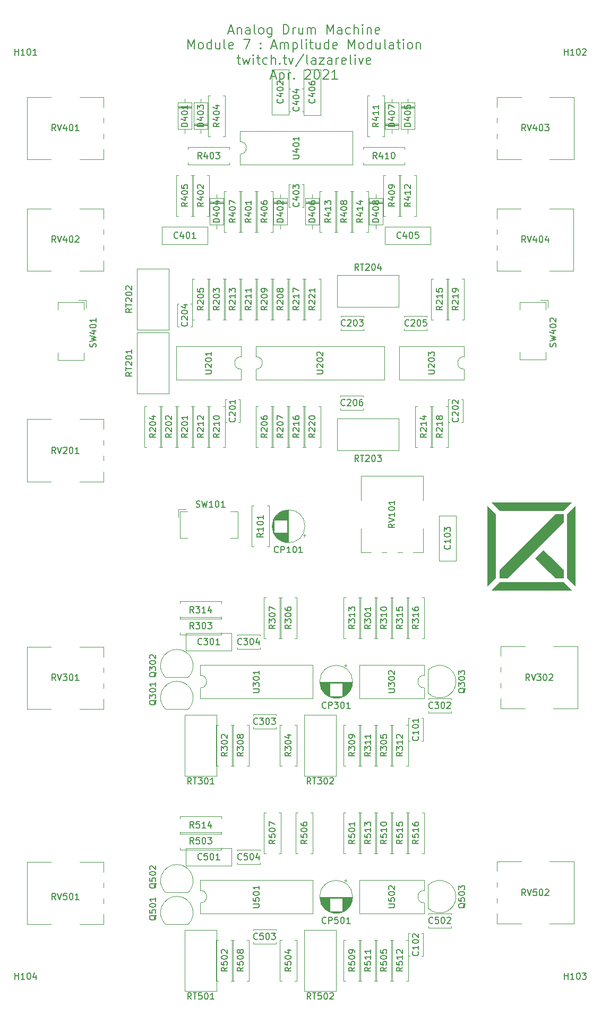
<source format=gbr>
G04 #@! TF.GenerationSoftware,KiCad,Pcbnew,(5.1.5)-3*
G04 #@! TF.CreationDate,2021-04-21T14:12:13+02:00*
G04 #@! TF.ProjectId,AnalogDrum_AM,416e616c-6f67-4447-9275-6d5f414d2e6b,rev?*
G04 #@! TF.SameCoordinates,Original*
G04 #@! TF.FileFunction,Legend,Top*
G04 #@! TF.FilePolarity,Positive*
%FSLAX46Y46*%
G04 Gerber Fmt 4.6, Leading zero omitted, Abs format (unit mm)*
G04 Created by KiCad (PCBNEW (5.1.5)-3) date 2021-04-21 14:12:13*
%MOMM*%
%LPD*%
G04 APERTURE LIST*
%ADD10C,0.150000*%
%ADD11C,0.100000*%
%ADD12C,0.120000*%
G04 APERTURE END LIST*
D10*
X107344285Y-20780000D02*
X108058571Y-20780000D01*
X107201428Y-21208571D02*
X107701428Y-19708571D01*
X108201428Y-21208571D01*
X108701428Y-20208571D02*
X108701428Y-21208571D01*
X108701428Y-20351428D02*
X108772857Y-20280000D01*
X108915714Y-20208571D01*
X109130000Y-20208571D01*
X109272857Y-20280000D01*
X109344285Y-20422857D01*
X109344285Y-21208571D01*
X110701428Y-21208571D02*
X110701428Y-20422857D01*
X110630000Y-20280000D01*
X110487142Y-20208571D01*
X110201428Y-20208571D01*
X110058571Y-20280000D01*
X110701428Y-21137142D02*
X110558571Y-21208571D01*
X110201428Y-21208571D01*
X110058571Y-21137142D01*
X109987142Y-20994285D01*
X109987142Y-20851428D01*
X110058571Y-20708571D01*
X110201428Y-20637142D01*
X110558571Y-20637142D01*
X110701428Y-20565714D01*
X111630000Y-21208571D02*
X111487142Y-21137142D01*
X111415714Y-20994285D01*
X111415714Y-19708571D01*
X112415714Y-21208571D02*
X112272857Y-21137142D01*
X112201428Y-21065714D01*
X112130000Y-20922857D01*
X112130000Y-20494285D01*
X112201428Y-20351428D01*
X112272857Y-20280000D01*
X112415714Y-20208571D01*
X112630000Y-20208571D01*
X112772857Y-20280000D01*
X112844285Y-20351428D01*
X112915714Y-20494285D01*
X112915714Y-20922857D01*
X112844285Y-21065714D01*
X112772857Y-21137142D01*
X112630000Y-21208571D01*
X112415714Y-21208571D01*
X114201428Y-20208571D02*
X114201428Y-21422857D01*
X114130000Y-21565714D01*
X114058571Y-21637142D01*
X113915714Y-21708571D01*
X113701428Y-21708571D01*
X113558571Y-21637142D01*
X114201428Y-21137142D02*
X114058571Y-21208571D01*
X113772857Y-21208571D01*
X113630000Y-21137142D01*
X113558571Y-21065714D01*
X113487142Y-20922857D01*
X113487142Y-20494285D01*
X113558571Y-20351428D01*
X113630000Y-20280000D01*
X113772857Y-20208571D01*
X114058571Y-20208571D01*
X114201428Y-20280000D01*
X116058571Y-21208571D02*
X116058571Y-19708571D01*
X116415714Y-19708571D01*
X116630000Y-19780000D01*
X116772857Y-19922857D01*
X116844285Y-20065714D01*
X116915714Y-20351428D01*
X116915714Y-20565714D01*
X116844285Y-20851428D01*
X116772857Y-20994285D01*
X116630000Y-21137142D01*
X116415714Y-21208571D01*
X116058571Y-21208571D01*
X117558571Y-21208571D02*
X117558571Y-20208571D01*
X117558571Y-20494285D02*
X117630000Y-20351428D01*
X117701428Y-20280000D01*
X117844285Y-20208571D01*
X117987142Y-20208571D01*
X119130000Y-20208571D02*
X119130000Y-21208571D01*
X118487142Y-20208571D02*
X118487142Y-20994285D01*
X118558571Y-21137142D01*
X118701428Y-21208571D01*
X118915714Y-21208571D01*
X119058571Y-21137142D01*
X119130000Y-21065714D01*
X119844285Y-21208571D02*
X119844285Y-20208571D01*
X119844285Y-20351428D02*
X119915714Y-20280000D01*
X120058571Y-20208571D01*
X120272857Y-20208571D01*
X120415714Y-20280000D01*
X120487142Y-20422857D01*
X120487142Y-21208571D01*
X120487142Y-20422857D02*
X120558571Y-20280000D01*
X120701428Y-20208571D01*
X120915714Y-20208571D01*
X121058571Y-20280000D01*
X121130000Y-20422857D01*
X121130000Y-21208571D01*
X122987142Y-21208571D02*
X122987142Y-19708571D01*
X123487142Y-20780000D01*
X123987142Y-19708571D01*
X123987142Y-21208571D01*
X125344285Y-21208571D02*
X125344285Y-20422857D01*
X125272857Y-20280000D01*
X125130000Y-20208571D01*
X124844285Y-20208571D01*
X124701428Y-20280000D01*
X125344285Y-21137142D02*
X125201428Y-21208571D01*
X124844285Y-21208571D01*
X124701428Y-21137142D01*
X124630000Y-20994285D01*
X124630000Y-20851428D01*
X124701428Y-20708571D01*
X124844285Y-20637142D01*
X125201428Y-20637142D01*
X125344285Y-20565714D01*
X126701428Y-21137142D02*
X126558571Y-21208571D01*
X126272857Y-21208571D01*
X126130000Y-21137142D01*
X126058571Y-21065714D01*
X125987142Y-20922857D01*
X125987142Y-20494285D01*
X126058571Y-20351428D01*
X126130000Y-20280000D01*
X126272857Y-20208571D01*
X126558571Y-20208571D01*
X126701428Y-20280000D01*
X127344285Y-21208571D02*
X127344285Y-19708571D01*
X127987142Y-21208571D02*
X127987142Y-20422857D01*
X127915714Y-20280000D01*
X127772857Y-20208571D01*
X127558571Y-20208571D01*
X127415714Y-20280000D01*
X127344285Y-20351428D01*
X128701428Y-21208571D02*
X128701428Y-20208571D01*
X128701428Y-19708571D02*
X128630000Y-19780000D01*
X128701428Y-19851428D01*
X128772857Y-19780000D01*
X128701428Y-19708571D01*
X128701428Y-19851428D01*
X129415714Y-20208571D02*
X129415714Y-21208571D01*
X129415714Y-20351428D02*
X129487142Y-20280000D01*
X129630000Y-20208571D01*
X129844285Y-20208571D01*
X129987142Y-20280000D01*
X130058571Y-20422857D01*
X130058571Y-21208571D01*
X131344285Y-21137142D02*
X131201428Y-21208571D01*
X130915714Y-21208571D01*
X130772857Y-21137142D01*
X130701428Y-20994285D01*
X130701428Y-20422857D01*
X130772857Y-20280000D01*
X130915714Y-20208571D01*
X131201428Y-20208571D01*
X131344285Y-20280000D01*
X131415714Y-20422857D01*
X131415714Y-20565714D01*
X130701428Y-20708571D01*
X100844285Y-23608571D02*
X100844285Y-22108571D01*
X101344285Y-23180000D01*
X101844285Y-22108571D01*
X101844285Y-23608571D01*
X102772857Y-23608571D02*
X102630000Y-23537142D01*
X102558571Y-23465714D01*
X102487142Y-23322857D01*
X102487142Y-22894285D01*
X102558571Y-22751428D01*
X102630000Y-22680000D01*
X102772857Y-22608571D01*
X102987142Y-22608571D01*
X103130000Y-22680000D01*
X103201428Y-22751428D01*
X103272857Y-22894285D01*
X103272857Y-23322857D01*
X103201428Y-23465714D01*
X103130000Y-23537142D01*
X102987142Y-23608571D01*
X102772857Y-23608571D01*
X104558571Y-23608571D02*
X104558571Y-22108571D01*
X104558571Y-23537142D02*
X104415714Y-23608571D01*
X104130000Y-23608571D01*
X103987142Y-23537142D01*
X103915714Y-23465714D01*
X103844285Y-23322857D01*
X103844285Y-22894285D01*
X103915714Y-22751428D01*
X103987142Y-22680000D01*
X104130000Y-22608571D01*
X104415714Y-22608571D01*
X104558571Y-22680000D01*
X105915714Y-22608571D02*
X105915714Y-23608571D01*
X105272857Y-22608571D02*
X105272857Y-23394285D01*
X105344285Y-23537142D01*
X105487142Y-23608571D01*
X105701428Y-23608571D01*
X105844285Y-23537142D01*
X105915714Y-23465714D01*
X106844285Y-23608571D02*
X106701428Y-23537142D01*
X106630000Y-23394285D01*
X106630000Y-22108571D01*
X107987142Y-23537142D02*
X107844285Y-23608571D01*
X107558571Y-23608571D01*
X107415714Y-23537142D01*
X107344285Y-23394285D01*
X107344285Y-22822857D01*
X107415714Y-22680000D01*
X107558571Y-22608571D01*
X107844285Y-22608571D01*
X107987142Y-22680000D01*
X108058571Y-22822857D01*
X108058571Y-22965714D01*
X107344285Y-23108571D01*
X109701428Y-22108571D02*
X110701428Y-22108571D01*
X110058571Y-23608571D01*
X112415714Y-23465714D02*
X112487142Y-23537142D01*
X112415714Y-23608571D01*
X112344285Y-23537142D01*
X112415714Y-23465714D01*
X112415714Y-23608571D01*
X112415714Y-22680000D02*
X112487142Y-22751428D01*
X112415714Y-22822857D01*
X112344285Y-22751428D01*
X112415714Y-22680000D01*
X112415714Y-22822857D01*
X114201428Y-23180000D02*
X114915714Y-23180000D01*
X114058571Y-23608571D02*
X114558571Y-22108571D01*
X115058571Y-23608571D01*
X115558571Y-23608571D02*
X115558571Y-22608571D01*
X115558571Y-22751428D02*
X115630000Y-22680000D01*
X115772857Y-22608571D01*
X115987142Y-22608571D01*
X116130000Y-22680000D01*
X116201428Y-22822857D01*
X116201428Y-23608571D01*
X116201428Y-22822857D02*
X116272857Y-22680000D01*
X116415714Y-22608571D01*
X116630000Y-22608571D01*
X116772857Y-22680000D01*
X116844285Y-22822857D01*
X116844285Y-23608571D01*
X117558571Y-22608571D02*
X117558571Y-24108571D01*
X117558571Y-22680000D02*
X117701428Y-22608571D01*
X117987142Y-22608571D01*
X118130000Y-22680000D01*
X118201428Y-22751428D01*
X118272857Y-22894285D01*
X118272857Y-23322857D01*
X118201428Y-23465714D01*
X118130000Y-23537142D01*
X117987142Y-23608571D01*
X117701428Y-23608571D01*
X117558571Y-23537142D01*
X119130000Y-23608571D02*
X118987142Y-23537142D01*
X118915714Y-23394285D01*
X118915714Y-22108571D01*
X119701428Y-23608571D02*
X119701428Y-22608571D01*
X119701428Y-22108571D02*
X119630000Y-22180000D01*
X119701428Y-22251428D01*
X119772857Y-22180000D01*
X119701428Y-22108571D01*
X119701428Y-22251428D01*
X120201428Y-22608571D02*
X120772857Y-22608571D01*
X120415714Y-22108571D02*
X120415714Y-23394285D01*
X120487142Y-23537142D01*
X120630000Y-23608571D01*
X120772857Y-23608571D01*
X121915714Y-22608571D02*
X121915714Y-23608571D01*
X121272857Y-22608571D02*
X121272857Y-23394285D01*
X121344285Y-23537142D01*
X121487142Y-23608571D01*
X121701428Y-23608571D01*
X121844285Y-23537142D01*
X121915714Y-23465714D01*
X123272857Y-23608571D02*
X123272857Y-22108571D01*
X123272857Y-23537142D02*
X123130000Y-23608571D01*
X122844285Y-23608571D01*
X122701428Y-23537142D01*
X122630000Y-23465714D01*
X122558571Y-23322857D01*
X122558571Y-22894285D01*
X122630000Y-22751428D01*
X122701428Y-22680000D01*
X122844285Y-22608571D01*
X123130000Y-22608571D01*
X123272857Y-22680000D01*
X124558571Y-23537142D02*
X124415714Y-23608571D01*
X124130000Y-23608571D01*
X123987142Y-23537142D01*
X123915714Y-23394285D01*
X123915714Y-22822857D01*
X123987142Y-22680000D01*
X124130000Y-22608571D01*
X124415714Y-22608571D01*
X124558571Y-22680000D01*
X124630000Y-22822857D01*
X124630000Y-22965714D01*
X123915714Y-23108571D01*
X126415714Y-23608571D02*
X126415714Y-22108571D01*
X126915714Y-23180000D01*
X127415714Y-22108571D01*
X127415714Y-23608571D01*
X128344285Y-23608571D02*
X128201428Y-23537142D01*
X128130000Y-23465714D01*
X128058571Y-23322857D01*
X128058571Y-22894285D01*
X128130000Y-22751428D01*
X128201428Y-22680000D01*
X128344285Y-22608571D01*
X128558571Y-22608571D01*
X128701428Y-22680000D01*
X128772857Y-22751428D01*
X128844285Y-22894285D01*
X128844285Y-23322857D01*
X128772857Y-23465714D01*
X128701428Y-23537142D01*
X128558571Y-23608571D01*
X128344285Y-23608571D01*
X130130000Y-23608571D02*
X130130000Y-22108571D01*
X130130000Y-23537142D02*
X129987142Y-23608571D01*
X129701428Y-23608571D01*
X129558571Y-23537142D01*
X129487142Y-23465714D01*
X129415714Y-23322857D01*
X129415714Y-22894285D01*
X129487142Y-22751428D01*
X129558571Y-22680000D01*
X129701428Y-22608571D01*
X129987142Y-22608571D01*
X130130000Y-22680000D01*
X131487142Y-22608571D02*
X131487142Y-23608571D01*
X130844285Y-22608571D02*
X130844285Y-23394285D01*
X130915714Y-23537142D01*
X131058571Y-23608571D01*
X131272857Y-23608571D01*
X131415714Y-23537142D01*
X131487142Y-23465714D01*
X132415714Y-23608571D02*
X132272857Y-23537142D01*
X132201428Y-23394285D01*
X132201428Y-22108571D01*
X133630000Y-23608571D02*
X133630000Y-22822857D01*
X133558571Y-22680000D01*
X133415714Y-22608571D01*
X133130000Y-22608571D01*
X132987142Y-22680000D01*
X133630000Y-23537142D02*
X133487142Y-23608571D01*
X133130000Y-23608571D01*
X132987142Y-23537142D01*
X132915714Y-23394285D01*
X132915714Y-23251428D01*
X132987142Y-23108571D01*
X133130000Y-23037142D01*
X133487142Y-23037142D01*
X133630000Y-22965714D01*
X134130000Y-22608571D02*
X134701428Y-22608571D01*
X134344285Y-22108571D02*
X134344285Y-23394285D01*
X134415714Y-23537142D01*
X134558571Y-23608571D01*
X134701428Y-23608571D01*
X135201428Y-23608571D02*
X135201428Y-22608571D01*
X135201428Y-22108571D02*
X135130000Y-22180000D01*
X135201428Y-22251428D01*
X135272857Y-22180000D01*
X135201428Y-22108571D01*
X135201428Y-22251428D01*
X136130000Y-23608571D02*
X135987142Y-23537142D01*
X135915714Y-23465714D01*
X135844285Y-23322857D01*
X135844285Y-22894285D01*
X135915714Y-22751428D01*
X135987142Y-22680000D01*
X136130000Y-22608571D01*
X136344285Y-22608571D01*
X136487142Y-22680000D01*
X136558571Y-22751428D01*
X136630000Y-22894285D01*
X136630000Y-23322857D01*
X136558571Y-23465714D01*
X136487142Y-23537142D01*
X136344285Y-23608571D01*
X136130000Y-23608571D01*
X137272857Y-22608571D02*
X137272857Y-23608571D01*
X137272857Y-22751428D02*
X137344285Y-22680000D01*
X137487142Y-22608571D01*
X137701428Y-22608571D01*
X137844285Y-22680000D01*
X137915714Y-22822857D01*
X137915714Y-23608571D01*
X108630000Y-25008571D02*
X109201428Y-25008571D01*
X108844285Y-24508571D02*
X108844285Y-25794285D01*
X108915714Y-25937142D01*
X109058571Y-26008571D01*
X109201428Y-26008571D01*
X109558571Y-25008571D02*
X109844285Y-26008571D01*
X110130000Y-25294285D01*
X110415714Y-26008571D01*
X110701428Y-25008571D01*
X111272857Y-26008571D02*
X111272857Y-25008571D01*
X111272857Y-24508571D02*
X111201428Y-24580000D01*
X111272857Y-24651428D01*
X111344285Y-24580000D01*
X111272857Y-24508571D01*
X111272857Y-24651428D01*
X111772857Y-25008571D02*
X112344285Y-25008571D01*
X111987142Y-24508571D02*
X111987142Y-25794285D01*
X112058571Y-25937142D01*
X112201428Y-26008571D01*
X112344285Y-26008571D01*
X113487142Y-25937142D02*
X113344285Y-26008571D01*
X113058571Y-26008571D01*
X112915714Y-25937142D01*
X112844285Y-25865714D01*
X112772857Y-25722857D01*
X112772857Y-25294285D01*
X112844285Y-25151428D01*
X112915714Y-25080000D01*
X113058571Y-25008571D01*
X113344285Y-25008571D01*
X113487142Y-25080000D01*
X114130000Y-26008571D02*
X114130000Y-24508571D01*
X114772857Y-26008571D02*
X114772857Y-25222857D01*
X114701428Y-25080000D01*
X114558571Y-25008571D01*
X114344285Y-25008571D01*
X114201428Y-25080000D01*
X114130000Y-25151428D01*
X115487142Y-25865714D02*
X115558571Y-25937142D01*
X115487142Y-26008571D01*
X115415714Y-25937142D01*
X115487142Y-25865714D01*
X115487142Y-26008571D01*
X115987142Y-25008571D02*
X116558571Y-25008571D01*
X116201428Y-24508571D02*
X116201428Y-25794285D01*
X116272857Y-25937142D01*
X116415714Y-26008571D01*
X116558571Y-26008571D01*
X116915714Y-25008571D02*
X117272857Y-26008571D01*
X117630000Y-25008571D01*
X119272857Y-24437142D02*
X117987142Y-26365714D01*
X119987142Y-26008571D02*
X119844285Y-25937142D01*
X119772857Y-25794285D01*
X119772857Y-24508571D01*
X121201428Y-26008571D02*
X121201428Y-25222857D01*
X121130000Y-25080000D01*
X120987142Y-25008571D01*
X120701428Y-25008571D01*
X120558571Y-25080000D01*
X121201428Y-25937142D02*
X121058571Y-26008571D01*
X120701428Y-26008571D01*
X120558571Y-25937142D01*
X120487142Y-25794285D01*
X120487142Y-25651428D01*
X120558571Y-25508571D01*
X120701428Y-25437142D01*
X121058571Y-25437142D01*
X121201428Y-25365714D01*
X121772857Y-25008571D02*
X122558571Y-25008571D01*
X121772857Y-26008571D01*
X122558571Y-26008571D01*
X123772857Y-26008571D02*
X123772857Y-25222857D01*
X123701428Y-25080000D01*
X123558571Y-25008571D01*
X123272857Y-25008571D01*
X123129999Y-25080000D01*
X123772857Y-25937142D02*
X123629999Y-26008571D01*
X123272857Y-26008571D01*
X123129999Y-25937142D01*
X123058571Y-25794285D01*
X123058571Y-25651428D01*
X123129999Y-25508571D01*
X123272857Y-25437142D01*
X123629999Y-25437142D01*
X123772857Y-25365714D01*
X124487142Y-26008571D02*
X124487142Y-25008571D01*
X124487142Y-25294285D02*
X124558571Y-25151428D01*
X124629999Y-25080000D01*
X124772857Y-25008571D01*
X124915714Y-25008571D01*
X125987142Y-25937142D02*
X125844285Y-26008571D01*
X125558571Y-26008571D01*
X125415714Y-25937142D01*
X125344285Y-25794285D01*
X125344285Y-25222857D01*
X125415714Y-25080000D01*
X125558571Y-25008571D01*
X125844285Y-25008571D01*
X125987142Y-25080000D01*
X126058571Y-25222857D01*
X126058571Y-25365714D01*
X125344285Y-25508571D01*
X126915714Y-26008571D02*
X126772857Y-25937142D01*
X126701428Y-25794285D01*
X126701428Y-24508571D01*
X127487142Y-26008571D02*
X127487142Y-25008571D01*
X127487142Y-24508571D02*
X127415714Y-24580000D01*
X127487142Y-24651428D01*
X127558571Y-24580000D01*
X127487142Y-24508571D01*
X127487142Y-24651428D01*
X128058571Y-25008571D02*
X128415714Y-26008571D01*
X128772857Y-25008571D01*
X129915714Y-25937142D02*
X129772857Y-26008571D01*
X129487142Y-26008571D01*
X129344285Y-25937142D01*
X129272857Y-25794285D01*
X129272857Y-25222857D01*
X129344285Y-25080000D01*
X129487142Y-25008571D01*
X129772857Y-25008571D01*
X129915714Y-25080000D01*
X129987142Y-25222857D01*
X129987142Y-25365714D01*
X129272857Y-25508571D01*
X114094285Y-27980000D02*
X114808571Y-27980000D01*
X113951428Y-28408571D02*
X114451428Y-26908571D01*
X114951428Y-28408571D01*
X115451428Y-27408571D02*
X115451428Y-28908571D01*
X115451428Y-27480000D02*
X115594285Y-27408571D01*
X115880000Y-27408571D01*
X116022857Y-27480000D01*
X116094285Y-27551428D01*
X116165714Y-27694285D01*
X116165714Y-28122857D01*
X116094285Y-28265714D01*
X116022857Y-28337142D01*
X115880000Y-28408571D01*
X115594285Y-28408571D01*
X115451428Y-28337142D01*
X116808571Y-28408571D02*
X116808571Y-27408571D01*
X116808571Y-27694285D02*
X116880000Y-27551428D01*
X116951428Y-27480000D01*
X117094285Y-27408571D01*
X117237142Y-27408571D01*
X117737142Y-28265714D02*
X117808571Y-28337142D01*
X117737142Y-28408571D01*
X117665714Y-28337142D01*
X117737142Y-28265714D01*
X117737142Y-28408571D01*
X119522857Y-27051428D02*
X119594285Y-26980000D01*
X119737142Y-26908571D01*
X120094285Y-26908571D01*
X120237142Y-26980000D01*
X120308571Y-27051428D01*
X120380000Y-27194285D01*
X120380000Y-27337142D01*
X120308571Y-27551428D01*
X119451428Y-28408571D01*
X120380000Y-28408571D01*
X121308571Y-26908571D02*
X121451428Y-26908571D01*
X121594285Y-26980000D01*
X121665714Y-27051428D01*
X121737142Y-27194285D01*
X121808571Y-27480000D01*
X121808571Y-27837142D01*
X121737142Y-28122857D01*
X121665714Y-28265714D01*
X121594285Y-28337142D01*
X121451428Y-28408571D01*
X121308571Y-28408571D01*
X121165714Y-28337142D01*
X121094285Y-28265714D01*
X121022857Y-28122857D01*
X120951428Y-27837142D01*
X120951428Y-27480000D01*
X121022857Y-27194285D01*
X121094285Y-27051428D01*
X121165714Y-26980000D01*
X121308571Y-26908571D01*
X122380000Y-27051428D02*
X122451428Y-26980000D01*
X122594285Y-26908571D01*
X122951428Y-26908571D01*
X123094285Y-26980000D01*
X123165714Y-27051428D01*
X123237142Y-27194285D01*
X123237142Y-27337142D01*
X123165714Y-27551428D01*
X122308571Y-28408571D01*
X123237142Y-28408571D01*
X124665714Y-28408571D02*
X123808571Y-28408571D01*
X124237142Y-28408571D02*
X124237142Y-26908571D01*
X124094285Y-27122857D01*
X123951428Y-27265714D01*
X123808571Y-27337142D01*
D11*
G36*
X160655000Y-106680000D02*
G01*
X160655000Y-107950000D01*
X159385000Y-107950000D01*
X156210000Y-104775000D01*
X157480000Y-103505000D01*
X160655000Y-106680000D01*
G37*
X160655000Y-106680000D02*
X160655000Y-107950000D01*
X159385000Y-107950000D01*
X156210000Y-104775000D01*
X157480000Y-103505000D01*
X160655000Y-106680000D01*
G36*
X160655000Y-99060000D02*
G01*
X151765000Y-107950000D01*
X150495000Y-107950000D01*
X150495000Y-106680000D01*
X159385000Y-97790000D01*
X160655000Y-97790000D01*
X160655000Y-99060000D01*
G37*
X160655000Y-99060000D02*
X151765000Y-107950000D01*
X150495000Y-107950000D01*
X150495000Y-106680000D01*
X159385000Y-97790000D01*
X160655000Y-97790000D01*
X160655000Y-99060000D01*
G36*
X162560000Y-109220000D02*
G01*
X161290000Y-107950000D01*
X161290000Y-97790000D01*
X162560000Y-96520000D01*
X162560000Y-109220000D01*
G37*
X162560000Y-109220000D02*
X161290000Y-107950000D01*
X161290000Y-97790000D01*
X162560000Y-96520000D01*
X162560000Y-109220000D01*
G36*
X160655000Y-97155000D02*
G01*
X150495000Y-97155000D01*
X149225000Y-95885000D01*
X161925000Y-95885000D01*
X160655000Y-97155000D01*
G37*
X160655000Y-97155000D02*
X150495000Y-97155000D01*
X149225000Y-95885000D01*
X161925000Y-95885000D01*
X160655000Y-97155000D01*
G36*
X161925000Y-109855000D02*
G01*
X149225000Y-109855000D01*
X150495000Y-108585000D01*
X160655000Y-108585000D01*
X161925000Y-109855000D01*
G37*
X161925000Y-109855000D02*
X149225000Y-109855000D01*
X150495000Y-108585000D01*
X160655000Y-108585000D01*
X161925000Y-109855000D01*
G36*
X149860000Y-97790000D02*
G01*
X149860000Y-107950000D01*
X148590000Y-109220000D01*
X148590000Y-96520000D01*
X149860000Y-97790000D01*
G37*
X149860000Y-97790000D02*
X149860000Y-107950000D01*
X148590000Y-109220000D01*
X148590000Y-96520000D01*
X149860000Y-97790000D01*
D12*
X162345000Y-153100000D02*
X162345000Y-163040000D01*
X150105000Y-161440000D02*
X150105000Y-163040000D01*
X150105000Y-158941000D02*
X150105000Y-159700000D01*
X150105000Y-156441000D02*
X150105000Y-157200000D01*
X150105000Y-153100000D02*
X150105000Y-154699000D01*
X158480000Y-163040000D02*
X162345000Y-163040000D01*
X150105000Y-163040000D02*
X153970000Y-163040000D01*
X158480000Y-153100000D02*
X162345000Y-153100000D01*
X150105000Y-153100000D02*
X153970000Y-153100000D01*
X75160000Y-163130000D02*
X75160000Y-153190000D01*
X87400000Y-154790000D02*
X87400000Y-153190000D01*
X87400000Y-157289000D02*
X87400000Y-156530000D01*
X87400000Y-159789000D02*
X87400000Y-159030000D01*
X87400000Y-163130000D02*
X87400000Y-161531000D01*
X79025000Y-153190000D02*
X75160000Y-153190000D01*
X87400000Y-153190000D02*
X83535000Y-153190000D01*
X79025000Y-163130000D02*
X75160000Y-163130000D01*
X87400000Y-163130000D02*
X83535000Y-163130000D01*
X162330000Y-49045000D02*
X162330000Y-58985000D01*
X150090000Y-57385000D02*
X150090000Y-58985000D01*
X150090000Y-54886000D02*
X150090000Y-55645000D01*
X150090000Y-52386000D02*
X150090000Y-53145000D01*
X150090000Y-49045000D02*
X150090000Y-50644000D01*
X158465000Y-58985000D02*
X162330000Y-58985000D01*
X150090000Y-58985000D02*
X153955000Y-58985000D01*
X158465000Y-49045000D02*
X162330000Y-49045000D01*
X150090000Y-49045000D02*
X153955000Y-49045000D01*
X162345000Y-31270000D02*
X162345000Y-41210000D01*
X150105000Y-39610000D02*
X150105000Y-41210000D01*
X150105000Y-37111000D02*
X150105000Y-37870000D01*
X150105000Y-34611000D02*
X150105000Y-35370000D01*
X150105000Y-31270000D02*
X150105000Y-32869000D01*
X158480000Y-41210000D02*
X162345000Y-41210000D01*
X150105000Y-41210000D02*
X153970000Y-41210000D01*
X158480000Y-31270000D02*
X162345000Y-31270000D01*
X150105000Y-31270000D02*
X153970000Y-31270000D01*
X75160000Y-58990000D02*
X75160000Y-49050000D01*
X87400000Y-50650000D02*
X87400000Y-49050000D01*
X87400000Y-53149000D02*
X87400000Y-52390000D01*
X87400000Y-55649000D02*
X87400000Y-54890000D01*
X87400000Y-58990000D02*
X87400000Y-57391000D01*
X79025000Y-49050000D02*
X75160000Y-49050000D01*
X87400000Y-49050000D02*
X83535000Y-49050000D01*
X79025000Y-58990000D02*
X75160000Y-58990000D01*
X87400000Y-58990000D02*
X83535000Y-58990000D01*
X75160000Y-41210000D02*
X75160000Y-31270000D01*
X87400000Y-32870000D02*
X87400000Y-31270000D01*
X87400000Y-35369000D02*
X87400000Y-34610000D01*
X87400000Y-37869000D02*
X87400000Y-37110000D01*
X87400000Y-41210000D02*
X87400000Y-39611000D01*
X79025000Y-31270000D02*
X75160000Y-31270000D01*
X87400000Y-31270000D02*
X83535000Y-31270000D01*
X79025000Y-41210000D02*
X75160000Y-41210000D01*
X87400000Y-41210000D02*
X83535000Y-41210000D01*
X162965000Y-118810000D02*
X162965000Y-128750000D01*
X150725000Y-127150000D02*
X150725000Y-128750000D01*
X150725000Y-124651000D02*
X150725000Y-125410000D01*
X150725000Y-122151000D02*
X150725000Y-122910000D01*
X150725000Y-118810000D02*
X150725000Y-120409000D01*
X159100000Y-128750000D02*
X162965000Y-128750000D01*
X150725000Y-128750000D02*
X154590000Y-128750000D01*
X159100000Y-118810000D02*
X162965000Y-118810000D01*
X150725000Y-118810000D02*
X154590000Y-118810000D01*
X75160000Y-128840000D02*
X75160000Y-118900000D01*
X87400000Y-120500000D02*
X87400000Y-118900000D01*
X87400000Y-122999000D02*
X87400000Y-122240000D01*
X87400000Y-125499000D02*
X87400000Y-124740000D01*
X87400000Y-128840000D02*
X87400000Y-127241000D01*
X79025000Y-118900000D02*
X75160000Y-118900000D01*
X87400000Y-118900000D02*
X83535000Y-118900000D01*
X79025000Y-128840000D02*
X75160000Y-128840000D01*
X87400000Y-128840000D02*
X83535000Y-128840000D01*
X75145000Y-92560000D02*
X75145000Y-82620000D01*
X87385000Y-84220000D02*
X87385000Y-82620000D01*
X87385000Y-86719000D02*
X87385000Y-85960000D01*
X87385000Y-89219000D02*
X87385000Y-88460000D01*
X87385000Y-92560000D02*
X87385000Y-90961000D01*
X79010000Y-82620000D02*
X75145000Y-82620000D01*
X87385000Y-82620000D02*
X83520000Y-82620000D01*
X79010000Y-92560000D02*
X75145000Y-92560000D01*
X87385000Y-92560000D02*
X83520000Y-92560000D01*
X128420000Y-91655000D02*
X138360000Y-91655000D01*
X136760000Y-103895000D02*
X138360000Y-103895000D01*
X134261000Y-103895000D02*
X135020000Y-103895000D01*
X131761000Y-103895000D02*
X132520000Y-103895000D01*
X128420000Y-103895000D02*
X130019000Y-103895000D01*
X138360000Y-95520000D02*
X138360000Y-91655000D01*
X138360000Y-103895000D02*
X138360000Y-100030000D01*
X128420000Y-95520000D02*
X128420000Y-91655000D01*
X128420000Y-103895000D02*
X128420000Y-100030000D01*
X100520000Y-153770000D02*
X100520000Y-151030000D01*
X107760000Y-153770000D02*
X107760000Y-151030000D01*
X107760000Y-151030000D02*
X100520000Y-151030000D01*
X107760000Y-153770000D02*
X100520000Y-153770000D01*
X119280000Y-26900000D02*
X122020000Y-26900000D01*
X119280000Y-34140000D02*
X122020000Y-34140000D01*
X122020000Y-34140000D02*
X122020000Y-26900000D01*
X119280000Y-34140000D02*
X119280000Y-26900000D01*
X139510000Y-51970000D02*
X139510000Y-54710000D01*
X132270000Y-51970000D02*
X132270000Y-54710000D01*
X132270000Y-54710000D02*
X139510000Y-54710000D01*
X132270000Y-51970000D02*
X139510000Y-51970000D01*
X114200000Y-26860000D02*
X116940000Y-26860000D01*
X114200000Y-34100000D02*
X116940000Y-34100000D01*
X116940000Y-34100000D02*
X116940000Y-26860000D01*
X114200000Y-34100000D02*
X114200000Y-26860000D01*
X96710000Y-54710000D02*
X96710000Y-51970000D01*
X103950000Y-54710000D02*
X103950000Y-51970000D01*
X103950000Y-51970000D02*
X96710000Y-51970000D01*
X103950000Y-54710000D02*
X96710000Y-54710000D01*
X100520000Y-119480000D02*
X100520000Y-116740000D01*
X107760000Y-119480000D02*
X107760000Y-116740000D01*
X107760000Y-116740000D02*
X100520000Y-116740000D01*
X107760000Y-119480000D02*
X100520000Y-119480000D01*
X140870000Y-97980000D02*
X143610000Y-97980000D01*
X140870000Y-105220000D02*
X143610000Y-105220000D01*
X143610000Y-105220000D02*
X143610000Y-97980000D01*
X140870000Y-105220000D02*
X140870000Y-97980000D01*
X119414775Y-101420000D02*
X119414775Y-100920000D01*
X119664775Y-101170000D02*
X119164775Y-101170000D01*
X114259000Y-99979000D02*
X114259000Y-99411000D01*
X114299000Y-100213000D02*
X114299000Y-99177000D01*
X114339000Y-100372000D02*
X114339000Y-99018000D01*
X114379000Y-100500000D02*
X114379000Y-98890000D01*
X114419000Y-100610000D02*
X114419000Y-98780000D01*
X114459000Y-100706000D02*
X114459000Y-98684000D01*
X114499000Y-100793000D02*
X114499000Y-98597000D01*
X114539000Y-100873000D02*
X114539000Y-98517000D01*
X114579000Y-98655000D02*
X114579000Y-98444000D01*
X114579000Y-100946000D02*
X114579000Y-100735000D01*
X114619000Y-98655000D02*
X114619000Y-98376000D01*
X114619000Y-101014000D02*
X114619000Y-100735000D01*
X114659000Y-98655000D02*
X114659000Y-98312000D01*
X114659000Y-101078000D02*
X114659000Y-100735000D01*
X114699000Y-98655000D02*
X114699000Y-98252000D01*
X114699000Y-101138000D02*
X114699000Y-100735000D01*
X114739000Y-98655000D02*
X114739000Y-98195000D01*
X114739000Y-101195000D02*
X114739000Y-100735000D01*
X114779000Y-98655000D02*
X114779000Y-98141000D01*
X114779000Y-101249000D02*
X114779000Y-100735000D01*
X114819000Y-98655000D02*
X114819000Y-98090000D01*
X114819000Y-101300000D02*
X114819000Y-100735000D01*
X114859000Y-98655000D02*
X114859000Y-98042000D01*
X114859000Y-101348000D02*
X114859000Y-100735000D01*
X114899000Y-98655000D02*
X114899000Y-97996000D01*
X114899000Y-101394000D02*
X114899000Y-100735000D01*
X114939000Y-98655000D02*
X114939000Y-97952000D01*
X114939000Y-101438000D02*
X114939000Y-100735000D01*
X114979000Y-98655000D02*
X114979000Y-97910000D01*
X114979000Y-101480000D02*
X114979000Y-100735000D01*
X115019000Y-98655000D02*
X115019000Y-97869000D01*
X115019000Y-101521000D02*
X115019000Y-100735000D01*
X115059000Y-98655000D02*
X115059000Y-97831000D01*
X115059000Y-101559000D02*
X115059000Y-100735000D01*
X115099000Y-98655000D02*
X115099000Y-97794000D01*
X115099000Y-101596000D02*
X115099000Y-100735000D01*
X115139000Y-98655000D02*
X115139000Y-97758000D01*
X115139000Y-101632000D02*
X115139000Y-100735000D01*
X115179000Y-98655000D02*
X115179000Y-97724000D01*
X115179000Y-101666000D02*
X115179000Y-100735000D01*
X115219000Y-98655000D02*
X115219000Y-97691000D01*
X115219000Y-101699000D02*
X115219000Y-100735000D01*
X115259000Y-98655000D02*
X115259000Y-97660000D01*
X115259000Y-101730000D02*
X115259000Y-100735000D01*
X115299000Y-98655000D02*
X115299000Y-97630000D01*
X115299000Y-101760000D02*
X115299000Y-100735000D01*
X115339000Y-98655000D02*
X115339000Y-97600000D01*
X115339000Y-101790000D02*
X115339000Y-100735000D01*
X115379000Y-98655000D02*
X115379000Y-97573000D01*
X115379000Y-101817000D02*
X115379000Y-100735000D01*
X115419000Y-98655000D02*
X115419000Y-97546000D01*
X115419000Y-101844000D02*
X115419000Y-100735000D01*
X115459000Y-98655000D02*
X115459000Y-97520000D01*
X115459000Y-101870000D02*
X115459000Y-100735000D01*
X115499000Y-98655000D02*
X115499000Y-97495000D01*
X115499000Y-101895000D02*
X115499000Y-100735000D01*
X115539000Y-98655000D02*
X115539000Y-97471000D01*
X115539000Y-101919000D02*
X115539000Y-100735000D01*
X115579000Y-98655000D02*
X115579000Y-97448000D01*
X115579000Y-101942000D02*
X115579000Y-100735000D01*
X115619000Y-98655000D02*
X115619000Y-97427000D01*
X115619000Y-101963000D02*
X115619000Y-100735000D01*
X115659000Y-98655000D02*
X115659000Y-97405000D01*
X115659000Y-101985000D02*
X115659000Y-100735000D01*
X115699000Y-98655000D02*
X115699000Y-97385000D01*
X115699000Y-102005000D02*
X115699000Y-100735000D01*
X115739000Y-98655000D02*
X115739000Y-97366000D01*
X115739000Y-102024000D02*
X115739000Y-100735000D01*
X115779000Y-98655000D02*
X115779000Y-97347000D01*
X115779000Y-102043000D02*
X115779000Y-100735000D01*
X115819000Y-98655000D02*
X115819000Y-97330000D01*
X115819000Y-102060000D02*
X115819000Y-100735000D01*
X115859000Y-98655000D02*
X115859000Y-97313000D01*
X115859000Y-102077000D02*
X115859000Y-100735000D01*
X115899000Y-98655000D02*
X115899000Y-97297000D01*
X115899000Y-102093000D02*
X115899000Y-100735000D01*
X115939000Y-98655000D02*
X115939000Y-97281000D01*
X115939000Y-102109000D02*
X115939000Y-100735000D01*
X115979000Y-98655000D02*
X115979000Y-97267000D01*
X115979000Y-102123000D02*
X115979000Y-100735000D01*
X116019000Y-98655000D02*
X116019000Y-97253000D01*
X116019000Y-102137000D02*
X116019000Y-100735000D01*
X116059000Y-98655000D02*
X116059000Y-97240000D01*
X116059000Y-102150000D02*
X116059000Y-100735000D01*
X116099000Y-98655000D02*
X116099000Y-97227000D01*
X116099000Y-102163000D02*
X116099000Y-100735000D01*
X116139000Y-98655000D02*
X116139000Y-97215000D01*
X116139000Y-102175000D02*
X116139000Y-100735000D01*
X116180000Y-98655000D02*
X116180000Y-97204000D01*
X116180000Y-102186000D02*
X116180000Y-100735000D01*
X116220000Y-98655000D02*
X116220000Y-97194000D01*
X116220000Y-102196000D02*
X116220000Y-100735000D01*
X116260000Y-98655000D02*
X116260000Y-97184000D01*
X116260000Y-102206000D02*
X116260000Y-100735000D01*
X116300000Y-98655000D02*
X116300000Y-97175000D01*
X116300000Y-102215000D02*
X116300000Y-100735000D01*
X116340000Y-98655000D02*
X116340000Y-97167000D01*
X116340000Y-102223000D02*
X116340000Y-100735000D01*
X116380000Y-98655000D02*
X116380000Y-97159000D01*
X116380000Y-102231000D02*
X116380000Y-100735000D01*
X116420000Y-98655000D02*
X116420000Y-97152000D01*
X116420000Y-102238000D02*
X116420000Y-100735000D01*
X116460000Y-98655000D02*
X116460000Y-97145000D01*
X116460000Y-102245000D02*
X116460000Y-100735000D01*
X116500000Y-98655000D02*
X116500000Y-97139000D01*
X116500000Y-102251000D02*
X116500000Y-100735000D01*
X116540000Y-98655000D02*
X116540000Y-97134000D01*
X116540000Y-102256000D02*
X116540000Y-100735000D01*
X116580000Y-98655000D02*
X116580000Y-97130000D01*
X116580000Y-102260000D02*
X116580000Y-100735000D01*
X116620000Y-98655000D02*
X116620000Y-97126000D01*
X116620000Y-102264000D02*
X116620000Y-100735000D01*
X116660000Y-102268000D02*
X116660000Y-97122000D01*
X116700000Y-102271000D02*
X116700000Y-97119000D01*
X116740000Y-102273000D02*
X116740000Y-97117000D01*
X116780000Y-102274000D02*
X116780000Y-97116000D01*
X116820000Y-102275000D02*
X116820000Y-97115000D01*
X116860000Y-102275000D02*
X116860000Y-97115000D01*
X119480000Y-99695000D02*
G75*
G03X119480000Y-99695000I-2620000J0D01*
G01*
X97780000Y-78545000D02*
X92710000Y-78545000D01*
X97780000Y-68775000D02*
X92710000Y-68775000D01*
X92710000Y-68775000D02*
X92710000Y-78545000D01*
X97780000Y-68775000D02*
X97780000Y-78545000D01*
X100780000Y-97340000D02*
X99580000Y-97340000D01*
X99580000Y-97340000D02*
X99580000Y-101540000D01*
X99580000Y-101540000D02*
X100780000Y-101540000D01*
X107580000Y-97340000D02*
X108780000Y-97340000D01*
X108780000Y-97340000D02*
X108780000Y-101540000D01*
X108780000Y-101540000D02*
X107580000Y-101540000D01*
X100480000Y-97040000D02*
X99280000Y-97040000D01*
X99280000Y-97040000D02*
X99280000Y-98240000D01*
X111025000Y-102965000D02*
X111355000Y-102965000D01*
X111025000Y-96425000D02*
X111025000Y-102965000D01*
X111355000Y-96425000D02*
X111025000Y-96425000D01*
X113765000Y-102965000D02*
X113435000Y-102965000D01*
X113765000Y-96425000D02*
X113765000Y-102965000D01*
X113435000Y-96425000D02*
X113765000Y-96425000D01*
X138490000Y-161400000D02*
X138490000Y-159750000D01*
X128210000Y-161400000D02*
X138490000Y-161400000D01*
X128210000Y-156100000D02*
X128210000Y-161400000D01*
X138490000Y-156100000D02*
X128210000Y-156100000D01*
X138490000Y-157750000D02*
X138490000Y-156100000D01*
X138490000Y-159750000D02*
G75*
G02X138490000Y-157750000I0J1000000D01*
G01*
X102810000Y-156100000D02*
X102810000Y-157750000D01*
X120710000Y-156100000D02*
X102810000Y-156100000D01*
X120710000Y-161400000D02*
X120710000Y-156100000D01*
X102810000Y-161400000D02*
X120710000Y-161400000D01*
X102810000Y-159750000D02*
X102810000Y-161400000D01*
X102810000Y-157750000D02*
G75*
G02X102810000Y-159750000I0J-1000000D01*
G01*
X109160000Y-36720000D02*
X109160000Y-38370000D01*
X127060000Y-36720000D02*
X109160000Y-36720000D01*
X127060000Y-42020000D02*
X127060000Y-36720000D01*
X109160000Y-42020000D02*
X127060000Y-42020000D01*
X109160000Y-40370000D02*
X109160000Y-42020000D01*
X109160000Y-38370000D02*
G75*
G02X109160000Y-40370000I0J-1000000D01*
G01*
X138490000Y-127110000D02*
X138490000Y-125460000D01*
X128210000Y-127110000D02*
X138490000Y-127110000D01*
X128210000Y-121810000D02*
X128210000Y-127110000D01*
X138490000Y-121810000D02*
X128210000Y-121810000D01*
X138490000Y-123460000D02*
X138490000Y-121810000D01*
X138490000Y-125460000D02*
G75*
G02X138490000Y-123460000I0J1000000D01*
G01*
X102810000Y-121810000D02*
X102810000Y-123460000D01*
X120710000Y-121810000D02*
X102810000Y-121810000D01*
X120710000Y-127110000D02*
X120710000Y-121810000D01*
X102810000Y-127110000D02*
X120710000Y-127110000D01*
X102810000Y-125460000D02*
X102810000Y-127110000D01*
X102810000Y-123460000D02*
G75*
G02X102810000Y-125460000I0J-1000000D01*
G01*
X144840000Y-76310000D02*
X144840000Y-74660000D01*
X134560000Y-76310000D02*
X144840000Y-76310000D01*
X134560000Y-71010000D02*
X134560000Y-76310000D01*
X144840000Y-71010000D02*
X134560000Y-71010000D01*
X144840000Y-72660000D02*
X144840000Y-71010000D01*
X144840000Y-74660000D02*
G75*
G02X144840000Y-72660000I0J1000000D01*
G01*
X111700000Y-71010000D02*
X111700000Y-72660000D01*
X132140000Y-71010000D02*
X111700000Y-71010000D01*
X132140000Y-76310000D02*
X132140000Y-71010000D01*
X111700000Y-76310000D02*
X132140000Y-76310000D01*
X111700000Y-74660000D02*
X111700000Y-76310000D01*
X111700000Y-72660000D02*
G75*
G02X111700000Y-74660000I0J-1000000D01*
G01*
X109280000Y-76310000D02*
X109280000Y-74660000D01*
X99000000Y-76310000D02*
X109280000Y-76310000D01*
X99000000Y-71010000D02*
X99000000Y-76310000D01*
X109280000Y-71010000D02*
X99000000Y-71010000D01*
X109280000Y-72660000D02*
X109280000Y-71010000D01*
X109280000Y-74660000D02*
G75*
G02X109280000Y-72660000I0J1000000D01*
G01*
X157930000Y-65140000D02*
X157930000Y-63940000D01*
X157930000Y-63940000D02*
X153730000Y-63940000D01*
X153730000Y-63940000D02*
X153730000Y-65140000D01*
X157930000Y-71940000D02*
X157930000Y-73140000D01*
X157930000Y-73140000D02*
X153730000Y-73140000D01*
X153730000Y-73140000D02*
X153730000Y-71940000D01*
X158230000Y-64840000D02*
X158230000Y-63640000D01*
X158230000Y-63640000D02*
X157030000Y-63640000D01*
X84270000Y-65180000D02*
X84270000Y-63980000D01*
X84270000Y-63980000D02*
X80070000Y-63980000D01*
X80070000Y-63980000D02*
X80070000Y-65180000D01*
X84270000Y-71980000D02*
X84270000Y-73180000D01*
X84270000Y-73180000D02*
X80070000Y-73180000D01*
X80070000Y-73180000D02*
X80070000Y-71980000D01*
X84570000Y-64880000D02*
X84570000Y-63680000D01*
X84570000Y-63680000D02*
X83370000Y-63680000D01*
X124450000Y-173795000D02*
X119380000Y-173795000D01*
X124450000Y-164025000D02*
X119380000Y-164025000D01*
X119380000Y-164025000D02*
X119380000Y-173795000D01*
X124450000Y-164025000D02*
X124450000Y-173795000D01*
X105400000Y-173795000D02*
X100330000Y-173795000D01*
X105400000Y-164025000D02*
X100330000Y-164025000D01*
X100330000Y-164025000D02*
X100330000Y-173795000D01*
X105400000Y-164025000D02*
X105400000Y-173795000D01*
X124450000Y-139505000D02*
X119380000Y-139505000D01*
X124450000Y-129735000D02*
X119380000Y-129735000D01*
X119380000Y-129735000D02*
X119380000Y-139505000D01*
X124450000Y-129735000D02*
X124450000Y-139505000D01*
X105400000Y-139505000D02*
X100330000Y-139505000D01*
X105400000Y-129735000D02*
X100330000Y-129735000D01*
X100330000Y-129735000D02*
X100330000Y-139505000D01*
X105400000Y-129735000D02*
X105400000Y-139505000D01*
X124655000Y-64760000D02*
X124655000Y-59690000D01*
X134425000Y-64760000D02*
X134425000Y-59690000D01*
X134425000Y-59690000D02*
X124655000Y-59690000D01*
X134425000Y-64760000D02*
X124655000Y-64760000D01*
X124655000Y-87620000D02*
X124655000Y-82550000D01*
X134425000Y-87620000D02*
X134425000Y-82550000D01*
X134425000Y-82550000D02*
X124655000Y-82550000D01*
X134425000Y-87620000D02*
X124655000Y-87620000D01*
X92720000Y-58615000D02*
X97790000Y-58615000D01*
X92720000Y-68385000D02*
X97790000Y-68385000D01*
X97790000Y-68385000D02*
X97790000Y-58615000D01*
X92720000Y-68385000D02*
X92720000Y-58615000D01*
X135790000Y-151860000D02*
X136120000Y-151860000D01*
X135790000Y-145320000D02*
X135790000Y-151860000D01*
X136120000Y-145320000D02*
X135790000Y-145320000D01*
X138530000Y-151860000D02*
X138200000Y-151860000D01*
X138530000Y-145320000D02*
X138530000Y-151860000D01*
X138200000Y-145320000D02*
X138530000Y-145320000D01*
X135990000Y-145320000D02*
X135660000Y-145320000D01*
X135990000Y-151860000D02*
X135990000Y-145320000D01*
X135660000Y-151860000D02*
X135990000Y-151860000D01*
X133250000Y-145320000D02*
X133580000Y-145320000D01*
X133250000Y-151860000D02*
X133250000Y-145320000D01*
X133580000Y-151860000D02*
X133250000Y-151860000D01*
X106140000Y-148690000D02*
X106140000Y-148360000D01*
X99600000Y-148690000D02*
X106140000Y-148690000D01*
X99600000Y-148360000D02*
X99600000Y-148690000D01*
X106140000Y-145950000D02*
X106140000Y-146280000D01*
X99600000Y-145950000D02*
X106140000Y-145950000D01*
X99600000Y-146280000D02*
X99600000Y-145950000D01*
X128170000Y-151860000D02*
X128500000Y-151860000D01*
X128170000Y-145320000D02*
X128170000Y-151860000D01*
X128500000Y-145320000D02*
X128170000Y-145320000D01*
X130910000Y-151860000D02*
X130580000Y-151860000D01*
X130910000Y-145320000D02*
X130910000Y-151860000D01*
X130580000Y-145320000D02*
X130910000Y-145320000D01*
X133250000Y-172180000D02*
X133580000Y-172180000D01*
X133250000Y-165640000D02*
X133250000Y-172180000D01*
X133580000Y-165640000D02*
X133250000Y-165640000D01*
X135990000Y-172180000D02*
X135660000Y-172180000D01*
X135990000Y-165640000D02*
X135990000Y-172180000D01*
X135660000Y-165640000D02*
X135990000Y-165640000D01*
X128170000Y-172180000D02*
X128500000Y-172180000D01*
X128170000Y-165640000D02*
X128170000Y-172180000D01*
X128500000Y-165640000D02*
X128170000Y-165640000D01*
X130910000Y-172180000D02*
X130580000Y-172180000D01*
X130910000Y-165640000D02*
X130910000Y-172180000D01*
X130580000Y-165640000D02*
X130910000Y-165640000D01*
X133450000Y-145320000D02*
X133120000Y-145320000D01*
X133450000Y-151860000D02*
X133450000Y-145320000D01*
X133120000Y-151860000D02*
X133450000Y-151860000D01*
X130710000Y-145320000D02*
X131040000Y-145320000D01*
X130710000Y-151860000D02*
X130710000Y-145320000D01*
X131040000Y-151860000D02*
X130710000Y-151860000D01*
X125630000Y-172180000D02*
X125960000Y-172180000D01*
X125630000Y-165640000D02*
X125630000Y-172180000D01*
X125960000Y-165640000D02*
X125630000Y-165640000D01*
X128370000Y-172180000D02*
X128040000Y-172180000D01*
X128370000Y-165640000D02*
X128370000Y-172180000D01*
X128040000Y-165640000D02*
X128370000Y-165640000D01*
X107850000Y-172180000D02*
X108180000Y-172180000D01*
X107850000Y-165640000D02*
X107850000Y-172180000D01*
X108180000Y-165640000D02*
X107850000Y-165640000D01*
X110590000Y-172180000D02*
X110260000Y-172180000D01*
X110590000Y-165640000D02*
X110590000Y-172180000D01*
X110260000Y-165640000D02*
X110590000Y-165640000D01*
X112930000Y-151860000D02*
X113260000Y-151860000D01*
X112930000Y-145320000D02*
X112930000Y-151860000D01*
X113260000Y-145320000D02*
X112930000Y-145320000D01*
X115670000Y-151860000D02*
X115340000Y-151860000D01*
X115670000Y-145320000D02*
X115670000Y-151860000D01*
X115340000Y-145320000D02*
X115670000Y-145320000D01*
X118010000Y-151860000D02*
X118340000Y-151860000D01*
X118010000Y-145320000D02*
X118010000Y-151860000D01*
X118340000Y-145320000D02*
X118010000Y-145320000D01*
X120750000Y-151860000D02*
X120420000Y-151860000D01*
X120750000Y-145320000D02*
X120750000Y-151860000D01*
X120420000Y-145320000D02*
X120750000Y-145320000D01*
X130710000Y-172180000D02*
X131040000Y-172180000D01*
X130710000Y-165640000D02*
X130710000Y-172180000D01*
X131040000Y-165640000D02*
X130710000Y-165640000D01*
X133450000Y-172180000D02*
X133120000Y-172180000D01*
X133450000Y-165640000D02*
X133450000Y-172180000D01*
X133120000Y-165640000D02*
X133450000Y-165640000D01*
X118210000Y-165640000D02*
X117880000Y-165640000D01*
X118210000Y-172180000D02*
X118210000Y-165640000D01*
X117880000Y-172180000D02*
X118210000Y-172180000D01*
X115470000Y-165640000D02*
X115800000Y-165640000D01*
X115470000Y-172180000D02*
X115470000Y-165640000D01*
X115800000Y-172180000D02*
X115470000Y-172180000D01*
X106140000Y-151230000D02*
X106140000Y-150900000D01*
X99600000Y-151230000D02*
X106140000Y-151230000D01*
X99600000Y-150900000D02*
X99600000Y-151230000D01*
X106140000Y-148490000D02*
X106140000Y-148820000D01*
X99600000Y-148490000D02*
X106140000Y-148490000D01*
X99600000Y-148820000D02*
X99600000Y-148490000D01*
X105310000Y-172180000D02*
X105640000Y-172180000D01*
X105310000Y-165640000D02*
X105310000Y-172180000D01*
X105640000Y-165640000D02*
X105310000Y-165640000D01*
X108050000Y-172180000D02*
X107720000Y-172180000D01*
X108050000Y-165640000D02*
X108050000Y-172180000D01*
X107720000Y-165640000D02*
X108050000Y-165640000D01*
X128370000Y-145320000D02*
X128040000Y-145320000D01*
X128370000Y-151860000D02*
X128370000Y-145320000D01*
X128040000Y-151860000D02*
X128370000Y-151860000D01*
X125630000Y-145320000D02*
X125960000Y-145320000D01*
X125630000Y-151860000D02*
X125630000Y-145320000D01*
X125960000Y-151860000D02*
X125630000Y-151860000D01*
X126900000Y-52800000D02*
X127230000Y-52800000D01*
X126900000Y-46260000D02*
X126900000Y-52800000D01*
X127230000Y-46260000D02*
X126900000Y-46260000D01*
X129640000Y-52800000D02*
X129310000Y-52800000D01*
X129640000Y-46260000D02*
X129640000Y-52800000D01*
X129310000Y-46260000D02*
X129640000Y-46260000D01*
X121820000Y-52800000D02*
X122150000Y-52800000D01*
X121820000Y-46260000D02*
X121820000Y-52800000D01*
X122150000Y-46260000D02*
X121820000Y-46260000D01*
X124560000Y-52800000D02*
X124230000Y-52800000D01*
X124560000Y-46260000D02*
X124560000Y-52800000D01*
X124230000Y-46260000D02*
X124560000Y-46260000D01*
X137260000Y-43720000D02*
X136930000Y-43720000D01*
X137260000Y-50260000D02*
X137260000Y-43720000D01*
X136930000Y-50260000D02*
X137260000Y-50260000D01*
X134520000Y-43720000D02*
X134850000Y-43720000D01*
X134520000Y-50260000D02*
X134520000Y-43720000D01*
X134850000Y-50260000D02*
X134520000Y-50260000D01*
X132180000Y-31020000D02*
X131850000Y-31020000D01*
X132180000Y-37560000D02*
X132180000Y-31020000D01*
X131850000Y-37560000D02*
X132180000Y-37560000D01*
X129440000Y-31020000D02*
X129770000Y-31020000D01*
X129440000Y-37560000D02*
X129440000Y-31020000D01*
X129770000Y-37560000D02*
X129440000Y-37560000D01*
X128810000Y-39270000D02*
X128810000Y-39600000D01*
X135350000Y-39270000D02*
X128810000Y-39270000D01*
X135350000Y-39600000D02*
X135350000Y-39270000D01*
X128810000Y-42010000D02*
X128810000Y-41680000D01*
X135350000Y-42010000D02*
X128810000Y-42010000D01*
X135350000Y-41680000D02*
X135350000Y-42010000D01*
X134720000Y-43720000D02*
X134390000Y-43720000D01*
X134720000Y-50260000D02*
X134720000Y-43720000D01*
X134390000Y-50260000D02*
X134720000Y-50260000D01*
X131980000Y-43720000D02*
X132310000Y-43720000D01*
X131980000Y-50260000D02*
X131980000Y-43720000D01*
X132310000Y-50260000D02*
X131980000Y-50260000D01*
X127100000Y-46260000D02*
X126770000Y-46260000D01*
X127100000Y-52800000D02*
X127100000Y-46260000D01*
X126770000Y-52800000D02*
X127100000Y-52800000D01*
X124360000Y-46260000D02*
X124690000Y-46260000D01*
X124360000Y-52800000D02*
X124360000Y-46260000D01*
X124690000Y-52800000D02*
X124360000Y-52800000D01*
X106580000Y-52800000D02*
X106910000Y-52800000D01*
X106580000Y-46260000D02*
X106580000Y-52800000D01*
X106910000Y-46260000D02*
X106580000Y-46260000D01*
X109320000Y-52800000D02*
X108990000Y-52800000D01*
X109320000Y-46260000D02*
X109320000Y-52800000D01*
X108990000Y-46260000D02*
X109320000Y-46260000D01*
X111660000Y-52800000D02*
X111990000Y-52800000D01*
X111660000Y-46260000D02*
X111660000Y-52800000D01*
X111990000Y-46260000D02*
X111660000Y-46260000D01*
X114400000Y-52800000D02*
X114070000Y-52800000D01*
X114400000Y-46260000D02*
X114400000Y-52800000D01*
X114070000Y-46260000D02*
X114400000Y-46260000D01*
X101700000Y-43720000D02*
X101370000Y-43720000D01*
X101700000Y-50260000D02*
X101700000Y-43720000D01*
X101370000Y-50260000D02*
X101700000Y-50260000D01*
X98960000Y-43720000D02*
X99290000Y-43720000D01*
X98960000Y-50260000D02*
X98960000Y-43720000D01*
X99290000Y-50260000D02*
X98960000Y-50260000D01*
X106780000Y-31020000D02*
X106450000Y-31020000D01*
X106780000Y-37560000D02*
X106780000Y-31020000D01*
X106450000Y-37560000D02*
X106780000Y-37560000D01*
X104040000Y-31020000D02*
X104370000Y-31020000D01*
X104040000Y-37560000D02*
X104040000Y-31020000D01*
X104370000Y-37560000D02*
X104040000Y-37560000D01*
X107410000Y-42010000D02*
X107410000Y-41680000D01*
X100870000Y-42010000D02*
X107410000Y-42010000D01*
X100870000Y-41680000D02*
X100870000Y-42010000D01*
X107410000Y-39270000D02*
X107410000Y-39600000D01*
X100870000Y-39270000D02*
X107410000Y-39270000D01*
X100870000Y-39600000D02*
X100870000Y-39270000D01*
X104240000Y-43720000D02*
X103910000Y-43720000D01*
X104240000Y-50260000D02*
X104240000Y-43720000D01*
X103910000Y-50260000D02*
X104240000Y-50260000D01*
X101500000Y-43720000D02*
X101830000Y-43720000D01*
X101500000Y-50260000D02*
X101500000Y-43720000D01*
X101830000Y-50260000D02*
X101500000Y-50260000D01*
X111860000Y-46260000D02*
X111530000Y-46260000D01*
X111860000Y-52800000D02*
X111860000Y-46260000D01*
X111530000Y-52800000D02*
X111860000Y-52800000D01*
X109120000Y-46260000D02*
X109450000Y-46260000D01*
X109120000Y-52800000D02*
X109120000Y-46260000D01*
X109450000Y-52800000D02*
X109120000Y-52800000D01*
X138530000Y-111030000D02*
X138200000Y-111030000D01*
X138530000Y-117570000D02*
X138530000Y-111030000D01*
X138200000Y-117570000D02*
X138530000Y-117570000D01*
X135790000Y-111030000D02*
X136120000Y-111030000D01*
X135790000Y-117570000D02*
X135790000Y-111030000D01*
X136120000Y-117570000D02*
X135790000Y-117570000D01*
X133250000Y-117570000D02*
X133580000Y-117570000D01*
X133250000Y-111030000D02*
X133250000Y-117570000D01*
X133580000Y-111030000D02*
X133250000Y-111030000D01*
X135990000Y-117570000D02*
X135660000Y-117570000D01*
X135990000Y-111030000D02*
X135990000Y-117570000D01*
X135660000Y-111030000D02*
X135990000Y-111030000D01*
X106140000Y-114400000D02*
X106140000Y-114070000D01*
X99600000Y-114400000D02*
X106140000Y-114400000D01*
X99600000Y-114070000D02*
X99600000Y-114400000D01*
X106140000Y-111660000D02*
X106140000Y-111990000D01*
X99600000Y-111660000D02*
X106140000Y-111660000D01*
X99600000Y-111990000D02*
X99600000Y-111660000D01*
X128370000Y-111030000D02*
X128040000Y-111030000D01*
X128370000Y-117570000D02*
X128370000Y-111030000D01*
X128040000Y-117570000D02*
X128370000Y-117570000D01*
X125630000Y-111030000D02*
X125960000Y-111030000D01*
X125630000Y-117570000D02*
X125630000Y-111030000D01*
X125960000Y-117570000D02*
X125630000Y-117570000D01*
X133250000Y-137890000D02*
X133580000Y-137890000D01*
X133250000Y-131350000D02*
X133250000Y-137890000D01*
X133580000Y-131350000D02*
X133250000Y-131350000D01*
X135990000Y-137890000D02*
X135660000Y-137890000D01*
X135990000Y-131350000D02*
X135990000Y-137890000D01*
X135660000Y-131350000D02*
X135990000Y-131350000D01*
X128170000Y-137890000D02*
X128500000Y-137890000D01*
X128170000Y-131350000D02*
X128170000Y-137890000D01*
X128500000Y-131350000D02*
X128170000Y-131350000D01*
X130910000Y-137890000D02*
X130580000Y-137890000D01*
X130910000Y-131350000D02*
X130910000Y-137890000D01*
X130580000Y-131350000D02*
X130910000Y-131350000D01*
X133450000Y-111030000D02*
X133120000Y-111030000D01*
X133450000Y-117570000D02*
X133450000Y-111030000D01*
X133120000Y-117570000D02*
X133450000Y-117570000D01*
X130710000Y-111030000D02*
X131040000Y-111030000D01*
X130710000Y-117570000D02*
X130710000Y-111030000D01*
X131040000Y-117570000D02*
X130710000Y-117570000D01*
X125630000Y-137890000D02*
X125960000Y-137890000D01*
X125630000Y-131350000D02*
X125630000Y-137890000D01*
X125960000Y-131350000D02*
X125630000Y-131350000D01*
X128370000Y-137890000D02*
X128040000Y-137890000D01*
X128370000Y-131350000D02*
X128370000Y-137890000D01*
X128040000Y-131350000D02*
X128370000Y-131350000D01*
X107850000Y-137890000D02*
X108180000Y-137890000D01*
X107850000Y-131350000D02*
X107850000Y-137890000D01*
X108180000Y-131350000D02*
X107850000Y-131350000D01*
X110590000Y-137890000D02*
X110260000Y-137890000D01*
X110590000Y-131350000D02*
X110590000Y-137890000D01*
X110260000Y-131350000D02*
X110590000Y-131350000D01*
X112930000Y-117570000D02*
X113260000Y-117570000D01*
X112930000Y-111030000D02*
X112930000Y-117570000D01*
X113260000Y-111030000D02*
X112930000Y-111030000D01*
X115670000Y-117570000D02*
X115340000Y-117570000D01*
X115670000Y-111030000D02*
X115670000Y-117570000D01*
X115340000Y-111030000D02*
X115670000Y-111030000D01*
X115470000Y-117570000D02*
X115800000Y-117570000D01*
X115470000Y-111030000D02*
X115470000Y-117570000D01*
X115800000Y-111030000D02*
X115470000Y-111030000D01*
X118210000Y-117570000D02*
X117880000Y-117570000D01*
X118210000Y-111030000D02*
X118210000Y-117570000D01*
X117880000Y-111030000D02*
X118210000Y-111030000D01*
X130710000Y-137890000D02*
X131040000Y-137890000D01*
X130710000Y-131350000D02*
X130710000Y-137890000D01*
X131040000Y-131350000D02*
X130710000Y-131350000D01*
X133450000Y-137890000D02*
X133120000Y-137890000D01*
X133450000Y-131350000D02*
X133450000Y-137890000D01*
X133120000Y-131350000D02*
X133450000Y-131350000D01*
X118210000Y-131350000D02*
X117880000Y-131350000D01*
X118210000Y-137890000D02*
X118210000Y-131350000D01*
X117880000Y-137890000D02*
X118210000Y-137890000D01*
X115470000Y-131350000D02*
X115800000Y-131350000D01*
X115470000Y-137890000D02*
X115470000Y-131350000D01*
X115800000Y-137890000D02*
X115470000Y-137890000D01*
X106140000Y-116940000D02*
X106140000Y-116610000D01*
X99600000Y-116940000D02*
X106140000Y-116940000D01*
X99600000Y-116610000D02*
X99600000Y-116940000D01*
X106140000Y-114200000D02*
X106140000Y-114530000D01*
X99600000Y-114200000D02*
X106140000Y-114200000D01*
X99600000Y-114530000D02*
X99600000Y-114200000D01*
X105310000Y-137890000D02*
X105640000Y-137890000D01*
X105310000Y-131350000D02*
X105310000Y-137890000D01*
X105640000Y-131350000D02*
X105310000Y-131350000D01*
X108050000Y-137890000D02*
X107720000Y-137890000D01*
X108050000Y-131350000D02*
X108050000Y-137890000D01*
X107720000Y-131350000D02*
X108050000Y-131350000D01*
X128170000Y-117570000D02*
X128500000Y-117570000D01*
X128170000Y-111030000D02*
X128170000Y-117570000D01*
X128500000Y-111030000D02*
X128170000Y-111030000D01*
X130910000Y-117570000D02*
X130580000Y-117570000D01*
X130910000Y-111030000D02*
X130910000Y-117570000D01*
X130580000Y-111030000D02*
X130910000Y-111030000D01*
X119280000Y-66770000D02*
X119610000Y-66770000D01*
X119280000Y-60230000D02*
X119280000Y-66770000D01*
X119610000Y-60230000D02*
X119280000Y-60230000D01*
X122020000Y-66770000D02*
X121690000Y-66770000D01*
X122020000Y-60230000D02*
X122020000Y-66770000D01*
X121690000Y-60230000D02*
X122020000Y-60230000D01*
X122020000Y-80550000D02*
X121690000Y-80550000D01*
X122020000Y-87090000D02*
X122020000Y-80550000D01*
X121690000Y-87090000D02*
X122020000Y-87090000D01*
X119280000Y-80550000D02*
X119610000Y-80550000D01*
X119280000Y-87090000D02*
X119280000Y-80550000D01*
X119610000Y-87090000D02*
X119280000Y-87090000D01*
X142140000Y-66770000D02*
X142470000Y-66770000D01*
X142140000Y-60230000D02*
X142140000Y-66770000D01*
X142470000Y-60230000D02*
X142140000Y-60230000D01*
X144880000Y-66770000D02*
X144550000Y-66770000D01*
X144880000Y-60230000D02*
X144880000Y-66770000D01*
X144550000Y-60230000D02*
X144880000Y-60230000D01*
X142340000Y-80550000D02*
X142010000Y-80550000D01*
X142340000Y-87090000D02*
X142340000Y-80550000D01*
X142010000Y-87090000D02*
X142340000Y-87090000D01*
X139600000Y-80550000D02*
X139930000Y-80550000D01*
X139600000Y-87090000D02*
X139600000Y-80550000D01*
X139930000Y-87090000D02*
X139600000Y-87090000D01*
X119480000Y-60230000D02*
X119150000Y-60230000D01*
X119480000Y-66770000D02*
X119480000Y-60230000D01*
X119150000Y-66770000D02*
X119480000Y-66770000D01*
X116740000Y-60230000D02*
X117070000Y-60230000D01*
X116740000Y-66770000D02*
X116740000Y-60230000D01*
X117070000Y-66770000D02*
X116740000Y-66770000D01*
X116740000Y-87090000D02*
X117070000Y-87090000D01*
X116740000Y-80550000D02*
X116740000Y-87090000D01*
X117070000Y-80550000D02*
X116740000Y-80550000D01*
X119480000Y-87090000D02*
X119150000Y-87090000D01*
X119480000Y-80550000D02*
X119480000Y-87090000D01*
X119150000Y-80550000D02*
X119480000Y-80550000D01*
X139600000Y-66770000D02*
X139930000Y-66770000D01*
X139600000Y-60230000D02*
X139600000Y-66770000D01*
X139930000Y-60230000D02*
X139600000Y-60230000D01*
X142340000Y-66770000D02*
X142010000Y-66770000D01*
X142340000Y-60230000D02*
X142340000Y-66770000D01*
X142010000Y-60230000D02*
X142340000Y-60230000D01*
X139800000Y-80550000D02*
X139470000Y-80550000D01*
X139800000Y-87090000D02*
X139800000Y-80550000D01*
X139470000Y-87090000D02*
X139800000Y-87090000D01*
X137060000Y-80550000D02*
X137390000Y-80550000D01*
X137060000Y-87090000D02*
X137060000Y-80550000D01*
X137390000Y-87090000D02*
X137060000Y-87090000D01*
X109320000Y-60230000D02*
X108990000Y-60230000D01*
X109320000Y-66770000D02*
X109320000Y-60230000D01*
X108990000Y-66770000D02*
X109320000Y-66770000D01*
X106580000Y-60230000D02*
X106910000Y-60230000D01*
X106580000Y-66770000D02*
X106580000Y-60230000D01*
X106910000Y-66770000D02*
X106580000Y-66770000D01*
X101500000Y-87090000D02*
X101830000Y-87090000D01*
X101500000Y-80550000D02*
X101500000Y-87090000D01*
X101830000Y-80550000D02*
X101500000Y-80550000D01*
X104240000Y-87090000D02*
X103910000Y-87090000D01*
X104240000Y-80550000D02*
X104240000Y-87090000D01*
X103910000Y-80550000D02*
X104240000Y-80550000D01*
X111860000Y-60230000D02*
X111530000Y-60230000D01*
X111860000Y-66770000D02*
X111860000Y-60230000D01*
X111530000Y-66770000D02*
X111860000Y-66770000D01*
X109120000Y-60230000D02*
X109450000Y-60230000D01*
X109120000Y-66770000D02*
X109120000Y-60230000D01*
X109450000Y-66770000D02*
X109120000Y-66770000D01*
X104040000Y-87090000D02*
X104370000Y-87090000D01*
X104040000Y-80550000D02*
X104040000Y-87090000D01*
X104370000Y-80550000D02*
X104040000Y-80550000D01*
X106780000Y-87090000D02*
X106450000Y-87090000D01*
X106780000Y-80550000D02*
X106780000Y-87090000D01*
X106450000Y-80550000D02*
X106780000Y-80550000D01*
X111660000Y-66770000D02*
X111990000Y-66770000D01*
X111660000Y-60230000D02*
X111660000Y-66770000D01*
X111990000Y-60230000D02*
X111660000Y-60230000D01*
X114400000Y-66770000D02*
X114070000Y-66770000D01*
X114400000Y-60230000D02*
X114400000Y-66770000D01*
X114070000Y-60230000D02*
X114400000Y-60230000D01*
X116940000Y-60230000D02*
X116610000Y-60230000D01*
X116940000Y-66770000D02*
X116940000Y-60230000D01*
X116610000Y-66770000D02*
X116940000Y-66770000D01*
X114200000Y-60230000D02*
X114530000Y-60230000D01*
X114200000Y-66770000D02*
X114200000Y-60230000D01*
X114530000Y-66770000D02*
X114200000Y-66770000D01*
X116940000Y-80550000D02*
X116610000Y-80550000D01*
X116940000Y-87090000D02*
X116940000Y-80550000D01*
X116610000Y-87090000D02*
X116940000Y-87090000D01*
X114200000Y-80550000D02*
X114530000Y-80550000D01*
X114200000Y-87090000D02*
X114200000Y-80550000D01*
X114530000Y-87090000D02*
X114200000Y-87090000D01*
X111660000Y-87090000D02*
X111990000Y-87090000D01*
X111660000Y-80550000D02*
X111660000Y-87090000D01*
X111990000Y-80550000D02*
X111660000Y-80550000D01*
X114400000Y-87090000D02*
X114070000Y-87090000D01*
X114400000Y-80550000D02*
X114400000Y-87090000D01*
X114070000Y-80550000D02*
X114400000Y-80550000D01*
X104240000Y-60230000D02*
X103910000Y-60230000D01*
X104240000Y-66770000D02*
X104240000Y-60230000D01*
X103910000Y-66770000D02*
X104240000Y-66770000D01*
X101500000Y-60230000D02*
X101830000Y-60230000D01*
X101500000Y-66770000D02*
X101500000Y-60230000D01*
X101830000Y-66770000D02*
X101500000Y-66770000D01*
X93880000Y-87090000D02*
X94210000Y-87090000D01*
X93880000Y-80550000D02*
X93880000Y-87090000D01*
X94210000Y-80550000D02*
X93880000Y-80550000D01*
X96620000Y-87090000D02*
X96290000Y-87090000D01*
X96620000Y-80550000D02*
X96620000Y-87090000D01*
X96290000Y-80550000D02*
X96620000Y-80550000D01*
X106780000Y-60230000D02*
X106450000Y-60230000D01*
X106780000Y-66770000D02*
X106780000Y-60230000D01*
X106450000Y-66770000D02*
X106780000Y-66770000D01*
X104040000Y-60230000D02*
X104370000Y-60230000D01*
X104040000Y-66770000D02*
X104040000Y-60230000D01*
X104370000Y-66770000D02*
X104040000Y-66770000D01*
X96420000Y-87090000D02*
X96750000Y-87090000D01*
X96420000Y-80550000D02*
X96420000Y-87090000D01*
X96750000Y-80550000D02*
X96420000Y-80550000D01*
X99160000Y-87090000D02*
X98830000Y-87090000D01*
X99160000Y-80550000D02*
X99160000Y-87090000D01*
X98830000Y-80550000D02*
X99160000Y-80550000D01*
X98960000Y-87090000D02*
X99290000Y-87090000D01*
X98960000Y-80550000D02*
X98960000Y-87090000D01*
X99290000Y-80550000D02*
X98960000Y-80550000D01*
X101700000Y-87090000D02*
X101370000Y-87090000D01*
X101700000Y-80550000D02*
X101700000Y-87090000D01*
X101370000Y-80550000D02*
X101700000Y-80550000D01*
X139131522Y-160588478D02*
G75*
G03X143570000Y-158750000I1838478J1838478D01*
G01*
X139131522Y-156911522D02*
G75*
G02X143570000Y-158750000I1838478J-1838478D01*
G01*
X139120000Y-156950000D02*
X139120000Y-160550000D01*
X100898478Y-158048478D02*
G75*
G03X99060000Y-153610000I-1838478J1838478D01*
G01*
X97221522Y-158048478D02*
G75*
G02X99060000Y-153610000I1838478J1838478D01*
G01*
X97260000Y-158060000D02*
X100860000Y-158060000D01*
X100898478Y-163128478D02*
G75*
G03X99060000Y-158690000I-1838478J1838478D01*
G01*
X97221522Y-163128478D02*
G75*
G02X99060000Y-158690000I1838478J1838478D01*
G01*
X97260000Y-163140000D02*
X100860000Y-163140000D01*
X139131522Y-126298478D02*
G75*
G03X143570000Y-124460000I1838478J1838478D01*
G01*
X139131522Y-122621522D02*
G75*
G02X143570000Y-124460000I1838478J-1838478D01*
G01*
X139120000Y-122660000D02*
X139120000Y-126260000D01*
X100898478Y-123758478D02*
G75*
G03X99060000Y-119320000I-1838478J1838478D01*
G01*
X97221522Y-123758478D02*
G75*
G02X99060000Y-119320000I1838478J1838478D01*
G01*
X97260000Y-123770000D02*
X100860000Y-123770000D01*
X100898478Y-128838478D02*
G75*
G03X99060000Y-124400000I-1838478J1838478D01*
G01*
X97221522Y-128838478D02*
G75*
G02X99060000Y-124400000I1838478J1838478D01*
G01*
X97260000Y-128850000D02*
X100860000Y-128850000D01*
X131930000Y-48010000D02*
X129690000Y-48010000D01*
X131930000Y-48250000D02*
X129690000Y-48250000D01*
X131930000Y-48130000D02*
X129690000Y-48130000D01*
X130810000Y-52300000D02*
X130810000Y-51650000D01*
X130810000Y-46760000D02*
X130810000Y-47410000D01*
X131930000Y-51650000D02*
X131930000Y-47410000D01*
X129690000Y-51650000D02*
X131930000Y-51650000D01*
X129690000Y-47410000D02*
X129690000Y-51650000D01*
X131930000Y-47410000D02*
X129690000Y-47410000D01*
X132230000Y-35810000D02*
X134470000Y-35810000D01*
X132230000Y-35570000D02*
X134470000Y-35570000D01*
X132230000Y-35690000D02*
X134470000Y-35690000D01*
X133350000Y-31520000D02*
X133350000Y-32170000D01*
X133350000Y-37060000D02*
X133350000Y-36410000D01*
X132230000Y-32170000D02*
X132230000Y-36410000D01*
X134470000Y-32170000D02*
X132230000Y-32170000D01*
X134470000Y-36410000D02*
X134470000Y-32170000D01*
X132230000Y-36410000D02*
X134470000Y-36410000D01*
X121770000Y-48010000D02*
X119530000Y-48010000D01*
X121770000Y-48250000D02*
X119530000Y-48250000D01*
X121770000Y-48130000D02*
X119530000Y-48130000D01*
X120650000Y-52300000D02*
X120650000Y-51650000D01*
X120650000Y-46760000D02*
X120650000Y-47410000D01*
X121770000Y-51650000D02*
X121770000Y-47410000D01*
X119530000Y-51650000D02*
X121770000Y-51650000D01*
X119530000Y-47410000D02*
X119530000Y-51650000D01*
X121770000Y-47410000D02*
X119530000Y-47410000D01*
X137010000Y-32770000D02*
X134770000Y-32770000D01*
X137010000Y-33010000D02*
X134770000Y-33010000D01*
X137010000Y-32890000D02*
X134770000Y-32890000D01*
X135890000Y-37060000D02*
X135890000Y-36410000D01*
X135890000Y-31520000D02*
X135890000Y-32170000D01*
X137010000Y-36410000D02*
X137010000Y-32170000D01*
X134770000Y-36410000D02*
X137010000Y-36410000D01*
X134770000Y-32170000D02*
X134770000Y-36410000D01*
X137010000Y-32170000D02*
X134770000Y-32170000D01*
X106530000Y-48010000D02*
X104290000Y-48010000D01*
X106530000Y-48250000D02*
X104290000Y-48250000D01*
X106530000Y-48130000D02*
X104290000Y-48130000D01*
X105410000Y-52300000D02*
X105410000Y-51650000D01*
X105410000Y-46760000D02*
X105410000Y-47410000D01*
X106530000Y-51650000D02*
X106530000Y-47410000D01*
X104290000Y-51650000D02*
X106530000Y-51650000D01*
X104290000Y-47410000D02*
X104290000Y-51650000D01*
X106530000Y-47410000D02*
X104290000Y-47410000D01*
X101750000Y-35810000D02*
X103990000Y-35810000D01*
X101750000Y-35570000D02*
X103990000Y-35570000D01*
X101750000Y-35690000D02*
X103990000Y-35690000D01*
X102870000Y-31520000D02*
X102870000Y-32170000D01*
X102870000Y-37060000D02*
X102870000Y-36410000D01*
X101750000Y-32170000D02*
X101750000Y-36410000D01*
X103990000Y-32170000D02*
X101750000Y-32170000D01*
X103990000Y-36410000D02*
X103990000Y-32170000D01*
X101750000Y-36410000D02*
X103990000Y-36410000D01*
X116690000Y-48010000D02*
X114450000Y-48010000D01*
X116690000Y-48250000D02*
X114450000Y-48250000D01*
X116690000Y-48130000D02*
X114450000Y-48130000D01*
X115570000Y-52300000D02*
X115570000Y-51650000D01*
X115570000Y-46760000D02*
X115570000Y-47410000D01*
X116690000Y-51650000D02*
X116690000Y-47410000D01*
X114450000Y-51650000D02*
X116690000Y-51650000D01*
X114450000Y-47410000D02*
X114450000Y-51650000D01*
X116690000Y-47410000D02*
X114450000Y-47410000D01*
X101450000Y-32770000D02*
X99210000Y-32770000D01*
X101450000Y-33010000D02*
X99210000Y-33010000D01*
X101450000Y-32890000D02*
X99210000Y-32890000D01*
X100330000Y-37060000D02*
X100330000Y-36410000D01*
X100330000Y-31520000D02*
X100330000Y-32170000D01*
X101450000Y-36410000D02*
X101450000Y-32170000D01*
X99210000Y-36410000D02*
X101450000Y-36410000D01*
X99210000Y-32170000D02*
X99210000Y-36410000D01*
X101450000Y-32170000D02*
X99210000Y-32170000D01*
X126185000Y-156215225D02*
X125685000Y-156215225D01*
X125935000Y-155965225D02*
X125935000Y-156465225D01*
X124744000Y-161371000D02*
X124176000Y-161371000D01*
X124978000Y-161331000D02*
X123942000Y-161331000D01*
X125137000Y-161291000D02*
X123783000Y-161291000D01*
X125265000Y-161251000D02*
X123655000Y-161251000D01*
X125375000Y-161211000D02*
X123545000Y-161211000D01*
X125471000Y-161171000D02*
X123449000Y-161171000D01*
X125558000Y-161131000D02*
X123362000Y-161131000D01*
X125638000Y-161091000D02*
X123282000Y-161091000D01*
X123420000Y-161051000D02*
X123209000Y-161051000D01*
X125711000Y-161051000D02*
X125500000Y-161051000D01*
X123420000Y-161011000D02*
X123141000Y-161011000D01*
X125779000Y-161011000D02*
X125500000Y-161011000D01*
X123420000Y-160971000D02*
X123077000Y-160971000D01*
X125843000Y-160971000D02*
X125500000Y-160971000D01*
X123420000Y-160931000D02*
X123017000Y-160931000D01*
X125903000Y-160931000D02*
X125500000Y-160931000D01*
X123420000Y-160891000D02*
X122960000Y-160891000D01*
X125960000Y-160891000D02*
X125500000Y-160891000D01*
X123420000Y-160851000D02*
X122906000Y-160851000D01*
X126014000Y-160851000D02*
X125500000Y-160851000D01*
X123420000Y-160811000D02*
X122855000Y-160811000D01*
X126065000Y-160811000D02*
X125500000Y-160811000D01*
X123420000Y-160771000D02*
X122807000Y-160771000D01*
X126113000Y-160771000D02*
X125500000Y-160771000D01*
X123420000Y-160731000D02*
X122761000Y-160731000D01*
X126159000Y-160731000D02*
X125500000Y-160731000D01*
X123420000Y-160691000D02*
X122717000Y-160691000D01*
X126203000Y-160691000D02*
X125500000Y-160691000D01*
X123420000Y-160651000D02*
X122675000Y-160651000D01*
X126245000Y-160651000D02*
X125500000Y-160651000D01*
X123420000Y-160611000D02*
X122634000Y-160611000D01*
X126286000Y-160611000D02*
X125500000Y-160611000D01*
X123420000Y-160571000D02*
X122596000Y-160571000D01*
X126324000Y-160571000D02*
X125500000Y-160571000D01*
X123420000Y-160531000D02*
X122559000Y-160531000D01*
X126361000Y-160531000D02*
X125500000Y-160531000D01*
X123420000Y-160491000D02*
X122523000Y-160491000D01*
X126397000Y-160491000D02*
X125500000Y-160491000D01*
X123420000Y-160451000D02*
X122489000Y-160451000D01*
X126431000Y-160451000D02*
X125500000Y-160451000D01*
X123420000Y-160411000D02*
X122456000Y-160411000D01*
X126464000Y-160411000D02*
X125500000Y-160411000D01*
X123420000Y-160371000D02*
X122425000Y-160371000D01*
X126495000Y-160371000D02*
X125500000Y-160371000D01*
X123420000Y-160331000D02*
X122395000Y-160331000D01*
X126525000Y-160331000D02*
X125500000Y-160331000D01*
X123420000Y-160291000D02*
X122365000Y-160291000D01*
X126555000Y-160291000D02*
X125500000Y-160291000D01*
X123420000Y-160251000D02*
X122338000Y-160251000D01*
X126582000Y-160251000D02*
X125500000Y-160251000D01*
X123420000Y-160211000D02*
X122311000Y-160211000D01*
X126609000Y-160211000D02*
X125500000Y-160211000D01*
X123420000Y-160171000D02*
X122285000Y-160171000D01*
X126635000Y-160171000D02*
X125500000Y-160171000D01*
X123420000Y-160131000D02*
X122260000Y-160131000D01*
X126660000Y-160131000D02*
X125500000Y-160131000D01*
X123420000Y-160091000D02*
X122236000Y-160091000D01*
X126684000Y-160091000D02*
X125500000Y-160091000D01*
X123420000Y-160051000D02*
X122213000Y-160051000D01*
X126707000Y-160051000D02*
X125500000Y-160051000D01*
X123420000Y-160011000D02*
X122192000Y-160011000D01*
X126728000Y-160011000D02*
X125500000Y-160011000D01*
X123420000Y-159971000D02*
X122170000Y-159971000D01*
X126750000Y-159971000D02*
X125500000Y-159971000D01*
X123420000Y-159931000D02*
X122150000Y-159931000D01*
X126770000Y-159931000D02*
X125500000Y-159931000D01*
X123420000Y-159891000D02*
X122131000Y-159891000D01*
X126789000Y-159891000D02*
X125500000Y-159891000D01*
X123420000Y-159851000D02*
X122112000Y-159851000D01*
X126808000Y-159851000D02*
X125500000Y-159851000D01*
X123420000Y-159811000D02*
X122095000Y-159811000D01*
X126825000Y-159811000D02*
X125500000Y-159811000D01*
X123420000Y-159771000D02*
X122078000Y-159771000D01*
X126842000Y-159771000D02*
X125500000Y-159771000D01*
X123420000Y-159731000D02*
X122062000Y-159731000D01*
X126858000Y-159731000D02*
X125500000Y-159731000D01*
X123420000Y-159691000D02*
X122046000Y-159691000D01*
X126874000Y-159691000D02*
X125500000Y-159691000D01*
X123420000Y-159651000D02*
X122032000Y-159651000D01*
X126888000Y-159651000D02*
X125500000Y-159651000D01*
X123420000Y-159611000D02*
X122018000Y-159611000D01*
X126902000Y-159611000D02*
X125500000Y-159611000D01*
X123420000Y-159571000D02*
X122005000Y-159571000D01*
X126915000Y-159571000D02*
X125500000Y-159571000D01*
X123420000Y-159531000D02*
X121992000Y-159531000D01*
X126928000Y-159531000D02*
X125500000Y-159531000D01*
X123420000Y-159491000D02*
X121980000Y-159491000D01*
X126940000Y-159491000D02*
X125500000Y-159491000D01*
X123420000Y-159450000D02*
X121969000Y-159450000D01*
X126951000Y-159450000D02*
X125500000Y-159450000D01*
X123420000Y-159410000D02*
X121959000Y-159410000D01*
X126961000Y-159410000D02*
X125500000Y-159410000D01*
X123420000Y-159370000D02*
X121949000Y-159370000D01*
X126971000Y-159370000D02*
X125500000Y-159370000D01*
X123420000Y-159330000D02*
X121940000Y-159330000D01*
X126980000Y-159330000D02*
X125500000Y-159330000D01*
X123420000Y-159290000D02*
X121932000Y-159290000D01*
X126988000Y-159290000D02*
X125500000Y-159290000D01*
X123420000Y-159250000D02*
X121924000Y-159250000D01*
X126996000Y-159250000D02*
X125500000Y-159250000D01*
X123420000Y-159210000D02*
X121917000Y-159210000D01*
X127003000Y-159210000D02*
X125500000Y-159210000D01*
X123420000Y-159170000D02*
X121910000Y-159170000D01*
X127010000Y-159170000D02*
X125500000Y-159170000D01*
X123420000Y-159130000D02*
X121904000Y-159130000D01*
X127016000Y-159130000D02*
X125500000Y-159130000D01*
X123420000Y-159090000D02*
X121899000Y-159090000D01*
X127021000Y-159090000D02*
X125500000Y-159090000D01*
X123420000Y-159050000D02*
X121895000Y-159050000D01*
X127025000Y-159050000D02*
X125500000Y-159050000D01*
X123420000Y-159010000D02*
X121891000Y-159010000D01*
X127029000Y-159010000D02*
X125500000Y-159010000D01*
X127033000Y-158970000D02*
X121887000Y-158970000D01*
X127036000Y-158930000D02*
X121884000Y-158930000D01*
X127038000Y-158890000D02*
X121882000Y-158890000D01*
X127039000Y-158850000D02*
X121881000Y-158850000D01*
X127040000Y-158810000D02*
X121880000Y-158810000D01*
X127040000Y-158770000D02*
X121880000Y-158770000D01*
X127080000Y-158770000D02*
G75*
G03X127080000Y-158770000I-2620000J0D01*
G01*
X126185000Y-121925225D02*
X125685000Y-121925225D01*
X125935000Y-121675225D02*
X125935000Y-122175225D01*
X124744000Y-127081000D02*
X124176000Y-127081000D01*
X124978000Y-127041000D02*
X123942000Y-127041000D01*
X125137000Y-127001000D02*
X123783000Y-127001000D01*
X125265000Y-126961000D02*
X123655000Y-126961000D01*
X125375000Y-126921000D02*
X123545000Y-126921000D01*
X125471000Y-126881000D02*
X123449000Y-126881000D01*
X125558000Y-126841000D02*
X123362000Y-126841000D01*
X125638000Y-126801000D02*
X123282000Y-126801000D01*
X123420000Y-126761000D02*
X123209000Y-126761000D01*
X125711000Y-126761000D02*
X125500000Y-126761000D01*
X123420000Y-126721000D02*
X123141000Y-126721000D01*
X125779000Y-126721000D02*
X125500000Y-126721000D01*
X123420000Y-126681000D02*
X123077000Y-126681000D01*
X125843000Y-126681000D02*
X125500000Y-126681000D01*
X123420000Y-126641000D02*
X123017000Y-126641000D01*
X125903000Y-126641000D02*
X125500000Y-126641000D01*
X123420000Y-126601000D02*
X122960000Y-126601000D01*
X125960000Y-126601000D02*
X125500000Y-126601000D01*
X123420000Y-126561000D02*
X122906000Y-126561000D01*
X126014000Y-126561000D02*
X125500000Y-126561000D01*
X123420000Y-126521000D02*
X122855000Y-126521000D01*
X126065000Y-126521000D02*
X125500000Y-126521000D01*
X123420000Y-126481000D02*
X122807000Y-126481000D01*
X126113000Y-126481000D02*
X125500000Y-126481000D01*
X123420000Y-126441000D02*
X122761000Y-126441000D01*
X126159000Y-126441000D02*
X125500000Y-126441000D01*
X123420000Y-126401000D02*
X122717000Y-126401000D01*
X126203000Y-126401000D02*
X125500000Y-126401000D01*
X123420000Y-126361000D02*
X122675000Y-126361000D01*
X126245000Y-126361000D02*
X125500000Y-126361000D01*
X123420000Y-126321000D02*
X122634000Y-126321000D01*
X126286000Y-126321000D02*
X125500000Y-126321000D01*
X123420000Y-126281000D02*
X122596000Y-126281000D01*
X126324000Y-126281000D02*
X125500000Y-126281000D01*
X123420000Y-126241000D02*
X122559000Y-126241000D01*
X126361000Y-126241000D02*
X125500000Y-126241000D01*
X123420000Y-126201000D02*
X122523000Y-126201000D01*
X126397000Y-126201000D02*
X125500000Y-126201000D01*
X123420000Y-126161000D02*
X122489000Y-126161000D01*
X126431000Y-126161000D02*
X125500000Y-126161000D01*
X123420000Y-126121000D02*
X122456000Y-126121000D01*
X126464000Y-126121000D02*
X125500000Y-126121000D01*
X123420000Y-126081000D02*
X122425000Y-126081000D01*
X126495000Y-126081000D02*
X125500000Y-126081000D01*
X123420000Y-126041000D02*
X122395000Y-126041000D01*
X126525000Y-126041000D02*
X125500000Y-126041000D01*
X123420000Y-126001000D02*
X122365000Y-126001000D01*
X126555000Y-126001000D02*
X125500000Y-126001000D01*
X123420000Y-125961000D02*
X122338000Y-125961000D01*
X126582000Y-125961000D02*
X125500000Y-125961000D01*
X123420000Y-125921000D02*
X122311000Y-125921000D01*
X126609000Y-125921000D02*
X125500000Y-125921000D01*
X123420000Y-125881000D02*
X122285000Y-125881000D01*
X126635000Y-125881000D02*
X125500000Y-125881000D01*
X123420000Y-125841000D02*
X122260000Y-125841000D01*
X126660000Y-125841000D02*
X125500000Y-125841000D01*
X123420000Y-125801000D02*
X122236000Y-125801000D01*
X126684000Y-125801000D02*
X125500000Y-125801000D01*
X123420000Y-125761000D02*
X122213000Y-125761000D01*
X126707000Y-125761000D02*
X125500000Y-125761000D01*
X123420000Y-125721000D02*
X122192000Y-125721000D01*
X126728000Y-125721000D02*
X125500000Y-125721000D01*
X123420000Y-125681000D02*
X122170000Y-125681000D01*
X126750000Y-125681000D02*
X125500000Y-125681000D01*
X123420000Y-125641000D02*
X122150000Y-125641000D01*
X126770000Y-125641000D02*
X125500000Y-125641000D01*
X123420000Y-125601000D02*
X122131000Y-125601000D01*
X126789000Y-125601000D02*
X125500000Y-125601000D01*
X123420000Y-125561000D02*
X122112000Y-125561000D01*
X126808000Y-125561000D02*
X125500000Y-125561000D01*
X123420000Y-125521000D02*
X122095000Y-125521000D01*
X126825000Y-125521000D02*
X125500000Y-125521000D01*
X123420000Y-125481000D02*
X122078000Y-125481000D01*
X126842000Y-125481000D02*
X125500000Y-125481000D01*
X123420000Y-125441000D02*
X122062000Y-125441000D01*
X126858000Y-125441000D02*
X125500000Y-125441000D01*
X123420000Y-125401000D02*
X122046000Y-125401000D01*
X126874000Y-125401000D02*
X125500000Y-125401000D01*
X123420000Y-125361000D02*
X122032000Y-125361000D01*
X126888000Y-125361000D02*
X125500000Y-125361000D01*
X123420000Y-125321000D02*
X122018000Y-125321000D01*
X126902000Y-125321000D02*
X125500000Y-125321000D01*
X123420000Y-125281000D02*
X122005000Y-125281000D01*
X126915000Y-125281000D02*
X125500000Y-125281000D01*
X123420000Y-125241000D02*
X121992000Y-125241000D01*
X126928000Y-125241000D02*
X125500000Y-125241000D01*
X123420000Y-125201000D02*
X121980000Y-125201000D01*
X126940000Y-125201000D02*
X125500000Y-125201000D01*
X123420000Y-125160000D02*
X121969000Y-125160000D01*
X126951000Y-125160000D02*
X125500000Y-125160000D01*
X123420000Y-125120000D02*
X121959000Y-125120000D01*
X126961000Y-125120000D02*
X125500000Y-125120000D01*
X123420000Y-125080000D02*
X121949000Y-125080000D01*
X126971000Y-125080000D02*
X125500000Y-125080000D01*
X123420000Y-125040000D02*
X121940000Y-125040000D01*
X126980000Y-125040000D02*
X125500000Y-125040000D01*
X123420000Y-125000000D02*
X121932000Y-125000000D01*
X126988000Y-125000000D02*
X125500000Y-125000000D01*
X123420000Y-124960000D02*
X121924000Y-124960000D01*
X126996000Y-124960000D02*
X125500000Y-124960000D01*
X123420000Y-124920000D02*
X121917000Y-124920000D01*
X127003000Y-124920000D02*
X125500000Y-124920000D01*
X123420000Y-124880000D02*
X121910000Y-124880000D01*
X127010000Y-124880000D02*
X125500000Y-124880000D01*
X123420000Y-124840000D02*
X121904000Y-124840000D01*
X127016000Y-124840000D02*
X125500000Y-124840000D01*
X123420000Y-124800000D02*
X121899000Y-124800000D01*
X127021000Y-124800000D02*
X125500000Y-124800000D01*
X123420000Y-124760000D02*
X121895000Y-124760000D01*
X127025000Y-124760000D02*
X125500000Y-124760000D01*
X123420000Y-124720000D02*
X121891000Y-124720000D01*
X127029000Y-124720000D02*
X125500000Y-124720000D01*
X127033000Y-124680000D02*
X121887000Y-124680000D01*
X127036000Y-124640000D02*
X121884000Y-124640000D01*
X127038000Y-124600000D02*
X121882000Y-124600000D01*
X127039000Y-124560000D02*
X121881000Y-124560000D01*
X127040000Y-124520000D02*
X121880000Y-124520000D01*
X127040000Y-124480000D02*
X121880000Y-124480000D01*
X127080000Y-124480000D02*
G75*
G03X127080000Y-124480000I-2620000J0D01*
G01*
X112330000Y-153325000D02*
X112330000Y-153570000D01*
X112330000Y-151230000D02*
X112330000Y-151475000D01*
X108690000Y-153325000D02*
X108690000Y-153570000D01*
X108690000Y-151230000D02*
X108690000Y-151475000D01*
X108690000Y-153570000D02*
X112330000Y-153570000D01*
X108690000Y-151230000D02*
X112330000Y-151230000D01*
X114870000Y-166025000D02*
X114870000Y-166270000D01*
X114870000Y-163930000D02*
X114870000Y-164175000D01*
X111230000Y-166025000D02*
X111230000Y-166270000D01*
X111230000Y-163930000D02*
X111230000Y-164175000D01*
X111230000Y-166270000D02*
X114870000Y-166270000D01*
X111230000Y-163930000D02*
X114870000Y-163930000D01*
X142810000Y-163485000D02*
X142810000Y-163730000D01*
X142810000Y-161390000D02*
X142810000Y-161635000D01*
X139170000Y-163485000D02*
X139170000Y-163730000D01*
X139170000Y-161390000D02*
X139170000Y-161635000D01*
X139170000Y-163730000D02*
X142810000Y-163730000D01*
X139170000Y-161390000D02*
X142810000Y-161390000D01*
X117185000Y-33590000D02*
X116940000Y-33590000D01*
X119280000Y-33590000D02*
X119035000Y-33590000D01*
X117185000Y-29950000D02*
X116940000Y-29950000D01*
X119280000Y-29950000D02*
X119035000Y-29950000D01*
X116940000Y-29950000D02*
X116940000Y-33590000D01*
X119280000Y-29950000D02*
X119280000Y-33590000D01*
X117185000Y-48830000D02*
X116940000Y-48830000D01*
X119280000Y-48830000D02*
X119035000Y-48830000D01*
X117185000Y-45190000D02*
X116940000Y-45190000D01*
X119280000Y-45190000D02*
X119035000Y-45190000D01*
X116940000Y-45190000D02*
X116940000Y-48830000D01*
X119280000Y-45190000D02*
X119280000Y-48830000D01*
X112330000Y-119035000D02*
X112330000Y-119280000D01*
X112330000Y-116940000D02*
X112330000Y-117185000D01*
X108690000Y-119035000D02*
X108690000Y-119280000D01*
X108690000Y-116940000D02*
X108690000Y-117185000D01*
X108690000Y-119280000D02*
X112330000Y-119280000D01*
X108690000Y-116940000D02*
X112330000Y-116940000D01*
X114870000Y-131735000D02*
X114870000Y-131980000D01*
X114870000Y-129640000D02*
X114870000Y-129885000D01*
X111230000Y-131735000D02*
X111230000Y-131980000D01*
X111230000Y-129640000D02*
X111230000Y-129885000D01*
X111230000Y-131980000D02*
X114870000Y-131980000D01*
X111230000Y-129640000D02*
X114870000Y-129640000D01*
X142810000Y-129195000D02*
X142810000Y-129440000D01*
X142810000Y-127100000D02*
X142810000Y-127345000D01*
X139170000Y-129195000D02*
X139170000Y-129440000D01*
X139170000Y-127100000D02*
X139170000Y-127345000D01*
X139170000Y-129440000D02*
X142810000Y-129440000D01*
X139170000Y-127100000D02*
X142810000Y-127100000D01*
X125160000Y-79085000D02*
X125160000Y-78840000D01*
X125160000Y-81180000D02*
X125160000Y-80935000D01*
X128800000Y-79085000D02*
X128800000Y-78840000D01*
X128800000Y-81180000D02*
X128800000Y-80935000D01*
X128800000Y-78840000D02*
X125160000Y-78840000D01*
X128800000Y-81180000D02*
X125160000Y-81180000D01*
X135320000Y-66385000D02*
X135320000Y-66140000D01*
X135320000Y-68480000D02*
X135320000Y-68235000D01*
X138960000Y-66385000D02*
X138960000Y-66140000D01*
X138960000Y-68480000D02*
X138960000Y-68235000D01*
X138960000Y-66140000D02*
X135320000Y-66140000D01*
X138960000Y-68480000D02*
X135320000Y-68480000D01*
X99405000Y-67880000D02*
X99160000Y-67880000D01*
X101500000Y-67880000D02*
X101255000Y-67880000D01*
X99405000Y-64240000D02*
X99160000Y-64240000D01*
X101500000Y-64240000D02*
X101255000Y-64240000D01*
X99160000Y-64240000D02*
X99160000Y-67880000D01*
X101500000Y-64240000D02*
X101500000Y-67880000D01*
X128840000Y-68235000D02*
X128840000Y-68480000D01*
X128840000Y-66140000D02*
X128840000Y-66385000D01*
X125200000Y-68235000D02*
X125200000Y-68480000D01*
X125200000Y-66140000D02*
X125200000Y-66385000D01*
X125200000Y-68480000D02*
X128840000Y-68480000D01*
X125200000Y-66140000D02*
X128840000Y-66140000D01*
X142585000Y-83120000D02*
X142340000Y-83120000D01*
X144680000Y-83120000D02*
X144435000Y-83120000D01*
X142585000Y-79480000D02*
X142340000Y-79480000D01*
X144680000Y-79480000D02*
X144435000Y-79480000D01*
X142340000Y-79480000D02*
X142340000Y-83120000D01*
X144680000Y-79480000D02*
X144680000Y-83120000D01*
X107025000Y-83120000D02*
X106780000Y-83120000D01*
X109120000Y-83120000D02*
X108875000Y-83120000D01*
X107025000Y-79480000D02*
X106780000Y-79480000D01*
X109120000Y-79480000D02*
X108875000Y-79480000D01*
X106780000Y-79480000D02*
X106780000Y-83120000D01*
X109120000Y-79480000D02*
X109120000Y-83120000D01*
X138085000Y-164570000D02*
X138330000Y-164570000D01*
X135990000Y-164570000D02*
X136235000Y-164570000D01*
X138085000Y-168210000D02*
X138330000Y-168210000D01*
X135990000Y-168210000D02*
X136235000Y-168210000D01*
X138330000Y-168210000D02*
X138330000Y-164570000D01*
X135990000Y-168210000D02*
X135990000Y-164570000D01*
X138085000Y-130280000D02*
X138330000Y-130280000D01*
X135990000Y-130280000D02*
X136235000Y-130280000D01*
X138085000Y-133920000D02*
X138330000Y-133920000D01*
X135990000Y-133920000D02*
X136235000Y-133920000D01*
X138330000Y-133920000D02*
X138330000Y-130280000D01*
X135990000Y-133920000D02*
X135990000Y-130280000D01*
D10*
X154662380Y-158567380D02*
X154329047Y-158091190D01*
X154090952Y-158567380D02*
X154090952Y-157567380D01*
X154471904Y-157567380D01*
X154567142Y-157615000D01*
X154614761Y-157662619D01*
X154662380Y-157757857D01*
X154662380Y-157900714D01*
X154614761Y-157995952D01*
X154567142Y-158043571D01*
X154471904Y-158091190D01*
X154090952Y-158091190D01*
X154948095Y-157567380D02*
X155281428Y-158567380D01*
X155614761Y-157567380D01*
X156424285Y-157567380D02*
X155948095Y-157567380D01*
X155900476Y-158043571D01*
X155948095Y-157995952D01*
X156043333Y-157948333D01*
X156281428Y-157948333D01*
X156376666Y-157995952D01*
X156424285Y-158043571D01*
X156471904Y-158138809D01*
X156471904Y-158376904D01*
X156424285Y-158472142D01*
X156376666Y-158519761D01*
X156281428Y-158567380D01*
X156043333Y-158567380D01*
X155948095Y-158519761D01*
X155900476Y-158472142D01*
X157090952Y-157567380D02*
X157186190Y-157567380D01*
X157281428Y-157615000D01*
X157329047Y-157662619D01*
X157376666Y-157757857D01*
X157424285Y-157948333D01*
X157424285Y-158186428D01*
X157376666Y-158376904D01*
X157329047Y-158472142D01*
X157281428Y-158519761D01*
X157186190Y-158567380D01*
X157090952Y-158567380D01*
X156995714Y-158519761D01*
X156948095Y-158472142D01*
X156900476Y-158376904D01*
X156852857Y-158186428D01*
X156852857Y-157948333D01*
X156900476Y-157757857D01*
X156948095Y-157662619D01*
X156995714Y-157615000D01*
X157090952Y-157567380D01*
X157805238Y-157662619D02*
X157852857Y-157615000D01*
X157948095Y-157567380D01*
X158186190Y-157567380D01*
X158281428Y-157615000D01*
X158329047Y-157662619D01*
X158376666Y-157757857D01*
X158376666Y-157853095D01*
X158329047Y-157995952D01*
X157757619Y-158567380D01*
X158376666Y-158567380D01*
X79732380Y-159202380D02*
X79399047Y-158726190D01*
X79160952Y-159202380D02*
X79160952Y-158202380D01*
X79541904Y-158202380D01*
X79637142Y-158250000D01*
X79684761Y-158297619D01*
X79732380Y-158392857D01*
X79732380Y-158535714D01*
X79684761Y-158630952D01*
X79637142Y-158678571D01*
X79541904Y-158726190D01*
X79160952Y-158726190D01*
X80018095Y-158202380D02*
X80351428Y-159202380D01*
X80684761Y-158202380D01*
X81494285Y-158202380D02*
X81018095Y-158202380D01*
X80970476Y-158678571D01*
X81018095Y-158630952D01*
X81113333Y-158583333D01*
X81351428Y-158583333D01*
X81446666Y-158630952D01*
X81494285Y-158678571D01*
X81541904Y-158773809D01*
X81541904Y-159011904D01*
X81494285Y-159107142D01*
X81446666Y-159154761D01*
X81351428Y-159202380D01*
X81113333Y-159202380D01*
X81018095Y-159154761D01*
X80970476Y-159107142D01*
X82160952Y-158202380D02*
X82256190Y-158202380D01*
X82351428Y-158250000D01*
X82399047Y-158297619D01*
X82446666Y-158392857D01*
X82494285Y-158583333D01*
X82494285Y-158821428D01*
X82446666Y-159011904D01*
X82399047Y-159107142D01*
X82351428Y-159154761D01*
X82256190Y-159202380D01*
X82160952Y-159202380D01*
X82065714Y-159154761D01*
X82018095Y-159107142D01*
X81970476Y-159011904D01*
X81922857Y-158821428D01*
X81922857Y-158583333D01*
X81970476Y-158392857D01*
X82018095Y-158297619D01*
X82065714Y-158250000D01*
X82160952Y-158202380D01*
X83446666Y-159202380D02*
X82875238Y-159202380D01*
X83160952Y-159202380D02*
X83160952Y-158202380D01*
X83065714Y-158345238D01*
X82970476Y-158440476D01*
X82875238Y-158488095D01*
X154662380Y-54427380D02*
X154329047Y-53951190D01*
X154090952Y-54427380D02*
X154090952Y-53427380D01*
X154471904Y-53427380D01*
X154567142Y-53475000D01*
X154614761Y-53522619D01*
X154662380Y-53617857D01*
X154662380Y-53760714D01*
X154614761Y-53855952D01*
X154567142Y-53903571D01*
X154471904Y-53951190D01*
X154090952Y-53951190D01*
X154948095Y-53427380D02*
X155281428Y-54427380D01*
X155614761Y-53427380D01*
X156376666Y-53760714D02*
X156376666Y-54427380D01*
X156138571Y-53379761D02*
X155900476Y-54094047D01*
X156519523Y-54094047D01*
X157090952Y-53427380D02*
X157186190Y-53427380D01*
X157281428Y-53475000D01*
X157329047Y-53522619D01*
X157376666Y-53617857D01*
X157424285Y-53808333D01*
X157424285Y-54046428D01*
X157376666Y-54236904D01*
X157329047Y-54332142D01*
X157281428Y-54379761D01*
X157186190Y-54427380D01*
X157090952Y-54427380D01*
X156995714Y-54379761D01*
X156948095Y-54332142D01*
X156900476Y-54236904D01*
X156852857Y-54046428D01*
X156852857Y-53808333D01*
X156900476Y-53617857D01*
X156948095Y-53522619D01*
X156995714Y-53475000D01*
X157090952Y-53427380D01*
X158281428Y-53760714D02*
X158281428Y-54427380D01*
X158043333Y-53379761D02*
X157805238Y-54094047D01*
X158424285Y-54094047D01*
X154662380Y-36647380D02*
X154329047Y-36171190D01*
X154090952Y-36647380D02*
X154090952Y-35647380D01*
X154471904Y-35647380D01*
X154567142Y-35695000D01*
X154614761Y-35742619D01*
X154662380Y-35837857D01*
X154662380Y-35980714D01*
X154614761Y-36075952D01*
X154567142Y-36123571D01*
X154471904Y-36171190D01*
X154090952Y-36171190D01*
X154948095Y-35647380D02*
X155281428Y-36647380D01*
X155614761Y-35647380D01*
X156376666Y-35980714D02*
X156376666Y-36647380D01*
X156138571Y-35599761D02*
X155900476Y-36314047D01*
X156519523Y-36314047D01*
X157090952Y-35647380D02*
X157186190Y-35647380D01*
X157281428Y-35695000D01*
X157329047Y-35742619D01*
X157376666Y-35837857D01*
X157424285Y-36028333D01*
X157424285Y-36266428D01*
X157376666Y-36456904D01*
X157329047Y-36552142D01*
X157281428Y-36599761D01*
X157186190Y-36647380D01*
X157090952Y-36647380D01*
X156995714Y-36599761D01*
X156948095Y-36552142D01*
X156900476Y-36456904D01*
X156852857Y-36266428D01*
X156852857Y-36028333D01*
X156900476Y-35837857D01*
X156948095Y-35742619D01*
X156995714Y-35695000D01*
X157090952Y-35647380D01*
X157757619Y-35647380D02*
X158376666Y-35647380D01*
X158043333Y-36028333D01*
X158186190Y-36028333D01*
X158281428Y-36075952D01*
X158329047Y-36123571D01*
X158376666Y-36218809D01*
X158376666Y-36456904D01*
X158329047Y-36552142D01*
X158281428Y-36599761D01*
X158186190Y-36647380D01*
X157900476Y-36647380D01*
X157805238Y-36599761D01*
X157757619Y-36552142D01*
X79732380Y-54427380D02*
X79399047Y-53951190D01*
X79160952Y-54427380D02*
X79160952Y-53427380D01*
X79541904Y-53427380D01*
X79637142Y-53475000D01*
X79684761Y-53522619D01*
X79732380Y-53617857D01*
X79732380Y-53760714D01*
X79684761Y-53855952D01*
X79637142Y-53903571D01*
X79541904Y-53951190D01*
X79160952Y-53951190D01*
X80018095Y-53427380D02*
X80351428Y-54427380D01*
X80684761Y-53427380D01*
X81446666Y-53760714D02*
X81446666Y-54427380D01*
X81208571Y-53379761D02*
X80970476Y-54094047D01*
X81589523Y-54094047D01*
X82160952Y-53427380D02*
X82256190Y-53427380D01*
X82351428Y-53475000D01*
X82399047Y-53522619D01*
X82446666Y-53617857D01*
X82494285Y-53808333D01*
X82494285Y-54046428D01*
X82446666Y-54236904D01*
X82399047Y-54332142D01*
X82351428Y-54379761D01*
X82256190Y-54427380D01*
X82160952Y-54427380D01*
X82065714Y-54379761D01*
X82018095Y-54332142D01*
X81970476Y-54236904D01*
X81922857Y-54046428D01*
X81922857Y-53808333D01*
X81970476Y-53617857D01*
X82018095Y-53522619D01*
X82065714Y-53475000D01*
X82160952Y-53427380D01*
X82875238Y-53522619D02*
X82922857Y-53475000D01*
X83018095Y-53427380D01*
X83256190Y-53427380D01*
X83351428Y-53475000D01*
X83399047Y-53522619D01*
X83446666Y-53617857D01*
X83446666Y-53713095D01*
X83399047Y-53855952D01*
X82827619Y-54427380D01*
X83446666Y-54427380D01*
X79732380Y-36647380D02*
X79399047Y-36171190D01*
X79160952Y-36647380D02*
X79160952Y-35647380D01*
X79541904Y-35647380D01*
X79637142Y-35695000D01*
X79684761Y-35742619D01*
X79732380Y-35837857D01*
X79732380Y-35980714D01*
X79684761Y-36075952D01*
X79637142Y-36123571D01*
X79541904Y-36171190D01*
X79160952Y-36171190D01*
X80018095Y-35647380D02*
X80351428Y-36647380D01*
X80684761Y-35647380D01*
X81446666Y-35980714D02*
X81446666Y-36647380D01*
X81208571Y-35599761D02*
X80970476Y-36314047D01*
X81589523Y-36314047D01*
X82160952Y-35647380D02*
X82256190Y-35647380D01*
X82351428Y-35695000D01*
X82399047Y-35742619D01*
X82446666Y-35837857D01*
X82494285Y-36028333D01*
X82494285Y-36266428D01*
X82446666Y-36456904D01*
X82399047Y-36552142D01*
X82351428Y-36599761D01*
X82256190Y-36647380D01*
X82160952Y-36647380D01*
X82065714Y-36599761D01*
X82018095Y-36552142D01*
X81970476Y-36456904D01*
X81922857Y-36266428D01*
X81922857Y-36028333D01*
X81970476Y-35837857D01*
X82018095Y-35742619D01*
X82065714Y-35695000D01*
X82160952Y-35647380D01*
X83446666Y-36647380D02*
X82875238Y-36647380D01*
X83160952Y-36647380D02*
X83160952Y-35647380D01*
X83065714Y-35790238D01*
X82970476Y-35885476D01*
X82875238Y-35933095D01*
X155297380Y-124277380D02*
X154964047Y-123801190D01*
X154725952Y-124277380D02*
X154725952Y-123277380D01*
X155106904Y-123277380D01*
X155202142Y-123325000D01*
X155249761Y-123372619D01*
X155297380Y-123467857D01*
X155297380Y-123610714D01*
X155249761Y-123705952D01*
X155202142Y-123753571D01*
X155106904Y-123801190D01*
X154725952Y-123801190D01*
X155583095Y-123277380D02*
X155916428Y-124277380D01*
X156249761Y-123277380D01*
X156487857Y-123277380D02*
X157106904Y-123277380D01*
X156773571Y-123658333D01*
X156916428Y-123658333D01*
X157011666Y-123705952D01*
X157059285Y-123753571D01*
X157106904Y-123848809D01*
X157106904Y-124086904D01*
X157059285Y-124182142D01*
X157011666Y-124229761D01*
X156916428Y-124277380D01*
X156630714Y-124277380D01*
X156535476Y-124229761D01*
X156487857Y-124182142D01*
X157725952Y-123277380D02*
X157821190Y-123277380D01*
X157916428Y-123325000D01*
X157964047Y-123372619D01*
X158011666Y-123467857D01*
X158059285Y-123658333D01*
X158059285Y-123896428D01*
X158011666Y-124086904D01*
X157964047Y-124182142D01*
X157916428Y-124229761D01*
X157821190Y-124277380D01*
X157725952Y-124277380D01*
X157630714Y-124229761D01*
X157583095Y-124182142D01*
X157535476Y-124086904D01*
X157487857Y-123896428D01*
X157487857Y-123658333D01*
X157535476Y-123467857D01*
X157583095Y-123372619D01*
X157630714Y-123325000D01*
X157725952Y-123277380D01*
X158440238Y-123372619D02*
X158487857Y-123325000D01*
X158583095Y-123277380D01*
X158821190Y-123277380D01*
X158916428Y-123325000D01*
X158964047Y-123372619D01*
X159011666Y-123467857D01*
X159011666Y-123563095D01*
X158964047Y-123705952D01*
X158392619Y-124277380D01*
X159011666Y-124277380D01*
X79732380Y-124277380D02*
X79399047Y-123801190D01*
X79160952Y-124277380D02*
X79160952Y-123277380D01*
X79541904Y-123277380D01*
X79637142Y-123325000D01*
X79684761Y-123372619D01*
X79732380Y-123467857D01*
X79732380Y-123610714D01*
X79684761Y-123705952D01*
X79637142Y-123753571D01*
X79541904Y-123801190D01*
X79160952Y-123801190D01*
X80018095Y-123277380D02*
X80351428Y-124277380D01*
X80684761Y-123277380D01*
X80922857Y-123277380D02*
X81541904Y-123277380D01*
X81208571Y-123658333D01*
X81351428Y-123658333D01*
X81446666Y-123705952D01*
X81494285Y-123753571D01*
X81541904Y-123848809D01*
X81541904Y-124086904D01*
X81494285Y-124182142D01*
X81446666Y-124229761D01*
X81351428Y-124277380D01*
X81065714Y-124277380D01*
X80970476Y-124229761D01*
X80922857Y-124182142D01*
X82160952Y-123277380D02*
X82256190Y-123277380D01*
X82351428Y-123325000D01*
X82399047Y-123372619D01*
X82446666Y-123467857D01*
X82494285Y-123658333D01*
X82494285Y-123896428D01*
X82446666Y-124086904D01*
X82399047Y-124182142D01*
X82351428Y-124229761D01*
X82256190Y-124277380D01*
X82160952Y-124277380D01*
X82065714Y-124229761D01*
X82018095Y-124182142D01*
X81970476Y-124086904D01*
X81922857Y-123896428D01*
X81922857Y-123658333D01*
X81970476Y-123467857D01*
X82018095Y-123372619D01*
X82065714Y-123325000D01*
X82160952Y-123277380D01*
X83446666Y-124277380D02*
X82875238Y-124277380D01*
X83160952Y-124277380D02*
X83160952Y-123277380D01*
X83065714Y-123420238D01*
X82970476Y-123515476D01*
X82875238Y-123563095D01*
X79732380Y-88082380D02*
X79399047Y-87606190D01*
X79160952Y-88082380D02*
X79160952Y-87082380D01*
X79541904Y-87082380D01*
X79637142Y-87130000D01*
X79684761Y-87177619D01*
X79732380Y-87272857D01*
X79732380Y-87415714D01*
X79684761Y-87510952D01*
X79637142Y-87558571D01*
X79541904Y-87606190D01*
X79160952Y-87606190D01*
X80018095Y-87082380D02*
X80351428Y-88082380D01*
X80684761Y-87082380D01*
X80970476Y-87177619D02*
X81018095Y-87130000D01*
X81113333Y-87082380D01*
X81351428Y-87082380D01*
X81446666Y-87130000D01*
X81494285Y-87177619D01*
X81541904Y-87272857D01*
X81541904Y-87368095D01*
X81494285Y-87510952D01*
X80922857Y-88082380D01*
X81541904Y-88082380D01*
X82160952Y-87082380D02*
X82256190Y-87082380D01*
X82351428Y-87130000D01*
X82399047Y-87177619D01*
X82446666Y-87272857D01*
X82494285Y-87463333D01*
X82494285Y-87701428D01*
X82446666Y-87891904D01*
X82399047Y-87987142D01*
X82351428Y-88034761D01*
X82256190Y-88082380D01*
X82160952Y-88082380D01*
X82065714Y-88034761D01*
X82018095Y-87987142D01*
X81970476Y-87891904D01*
X81922857Y-87701428D01*
X81922857Y-87463333D01*
X81970476Y-87272857D01*
X82018095Y-87177619D01*
X82065714Y-87130000D01*
X82160952Y-87082380D01*
X83446666Y-88082380D02*
X82875238Y-88082380D01*
X83160952Y-88082380D02*
X83160952Y-87082380D01*
X83065714Y-87225238D01*
X82970476Y-87320476D01*
X82875238Y-87368095D01*
X133802380Y-99337619D02*
X133326190Y-99670952D01*
X133802380Y-99909047D02*
X132802380Y-99909047D01*
X132802380Y-99528095D01*
X132850000Y-99432857D01*
X132897619Y-99385238D01*
X132992857Y-99337619D01*
X133135714Y-99337619D01*
X133230952Y-99385238D01*
X133278571Y-99432857D01*
X133326190Y-99528095D01*
X133326190Y-99909047D01*
X132802380Y-99051904D02*
X133802380Y-98718571D01*
X132802380Y-98385238D01*
X133802380Y-97528095D02*
X133802380Y-98099523D01*
X133802380Y-97813809D02*
X132802380Y-97813809D01*
X132945238Y-97909047D01*
X133040476Y-98004285D01*
X133088095Y-98099523D01*
X132802380Y-96909047D02*
X132802380Y-96813809D01*
X132850000Y-96718571D01*
X132897619Y-96670952D01*
X132992857Y-96623333D01*
X133183333Y-96575714D01*
X133421428Y-96575714D01*
X133611904Y-96623333D01*
X133707142Y-96670952D01*
X133754761Y-96718571D01*
X133802380Y-96813809D01*
X133802380Y-96909047D01*
X133754761Y-97004285D01*
X133707142Y-97051904D01*
X133611904Y-97099523D01*
X133421428Y-97147142D01*
X133183333Y-97147142D01*
X132992857Y-97099523D01*
X132897619Y-97051904D01*
X132850000Y-97004285D01*
X132802380Y-96909047D01*
X133802380Y-95623333D02*
X133802380Y-96194761D01*
X133802380Y-95909047D02*
X132802380Y-95909047D01*
X132945238Y-96004285D01*
X133040476Y-96099523D01*
X133088095Y-96194761D01*
X103020952Y-152757142D02*
X102973333Y-152804761D01*
X102830476Y-152852380D01*
X102735238Y-152852380D01*
X102592380Y-152804761D01*
X102497142Y-152709523D01*
X102449523Y-152614285D01*
X102401904Y-152423809D01*
X102401904Y-152280952D01*
X102449523Y-152090476D01*
X102497142Y-151995238D01*
X102592380Y-151900000D01*
X102735238Y-151852380D01*
X102830476Y-151852380D01*
X102973333Y-151900000D01*
X103020952Y-151947619D01*
X103925714Y-151852380D02*
X103449523Y-151852380D01*
X103401904Y-152328571D01*
X103449523Y-152280952D01*
X103544761Y-152233333D01*
X103782857Y-152233333D01*
X103878095Y-152280952D01*
X103925714Y-152328571D01*
X103973333Y-152423809D01*
X103973333Y-152661904D01*
X103925714Y-152757142D01*
X103878095Y-152804761D01*
X103782857Y-152852380D01*
X103544761Y-152852380D01*
X103449523Y-152804761D01*
X103401904Y-152757142D01*
X104592380Y-151852380D02*
X104687619Y-151852380D01*
X104782857Y-151900000D01*
X104830476Y-151947619D01*
X104878095Y-152042857D01*
X104925714Y-152233333D01*
X104925714Y-152471428D01*
X104878095Y-152661904D01*
X104830476Y-152757142D01*
X104782857Y-152804761D01*
X104687619Y-152852380D01*
X104592380Y-152852380D01*
X104497142Y-152804761D01*
X104449523Y-152757142D01*
X104401904Y-152661904D01*
X104354285Y-152471428D01*
X104354285Y-152233333D01*
X104401904Y-152042857D01*
X104449523Y-151947619D01*
X104497142Y-151900000D01*
X104592380Y-151852380D01*
X105878095Y-152852380D02*
X105306666Y-152852380D01*
X105592380Y-152852380D02*
X105592380Y-151852380D01*
X105497142Y-151995238D01*
X105401904Y-152090476D01*
X105306666Y-152138095D01*
X121007142Y-31599047D02*
X121054761Y-31646666D01*
X121102380Y-31789523D01*
X121102380Y-31884761D01*
X121054761Y-32027619D01*
X120959523Y-32122857D01*
X120864285Y-32170476D01*
X120673809Y-32218095D01*
X120530952Y-32218095D01*
X120340476Y-32170476D01*
X120245238Y-32122857D01*
X120150000Y-32027619D01*
X120102380Y-31884761D01*
X120102380Y-31789523D01*
X120150000Y-31646666D01*
X120197619Y-31599047D01*
X120435714Y-30741904D02*
X121102380Y-30741904D01*
X120054761Y-30980000D02*
X120769047Y-31218095D01*
X120769047Y-30599047D01*
X120102380Y-30027619D02*
X120102380Y-29932380D01*
X120150000Y-29837142D01*
X120197619Y-29789523D01*
X120292857Y-29741904D01*
X120483333Y-29694285D01*
X120721428Y-29694285D01*
X120911904Y-29741904D01*
X121007142Y-29789523D01*
X121054761Y-29837142D01*
X121102380Y-29932380D01*
X121102380Y-30027619D01*
X121054761Y-30122857D01*
X121007142Y-30170476D01*
X120911904Y-30218095D01*
X120721428Y-30265714D01*
X120483333Y-30265714D01*
X120292857Y-30218095D01*
X120197619Y-30170476D01*
X120150000Y-30122857D01*
X120102380Y-30027619D01*
X120102380Y-28837142D02*
X120102380Y-29027619D01*
X120150000Y-29122857D01*
X120197619Y-29170476D01*
X120340476Y-29265714D01*
X120530952Y-29313333D01*
X120911904Y-29313333D01*
X121007142Y-29265714D01*
X121054761Y-29218095D01*
X121102380Y-29122857D01*
X121102380Y-28932380D01*
X121054761Y-28837142D01*
X121007142Y-28789523D01*
X120911904Y-28741904D01*
X120673809Y-28741904D01*
X120578571Y-28789523D01*
X120530952Y-28837142D01*
X120483333Y-28932380D01*
X120483333Y-29122857D01*
X120530952Y-29218095D01*
X120578571Y-29265714D01*
X120673809Y-29313333D01*
X134770952Y-53697142D02*
X134723333Y-53744761D01*
X134580476Y-53792380D01*
X134485238Y-53792380D01*
X134342380Y-53744761D01*
X134247142Y-53649523D01*
X134199523Y-53554285D01*
X134151904Y-53363809D01*
X134151904Y-53220952D01*
X134199523Y-53030476D01*
X134247142Y-52935238D01*
X134342380Y-52840000D01*
X134485238Y-52792380D01*
X134580476Y-52792380D01*
X134723333Y-52840000D01*
X134770952Y-52887619D01*
X135628095Y-53125714D02*
X135628095Y-53792380D01*
X135390000Y-52744761D02*
X135151904Y-53459047D01*
X135770952Y-53459047D01*
X136342380Y-52792380D02*
X136437619Y-52792380D01*
X136532857Y-52840000D01*
X136580476Y-52887619D01*
X136628095Y-52982857D01*
X136675714Y-53173333D01*
X136675714Y-53411428D01*
X136628095Y-53601904D01*
X136580476Y-53697142D01*
X136532857Y-53744761D01*
X136437619Y-53792380D01*
X136342380Y-53792380D01*
X136247142Y-53744761D01*
X136199523Y-53697142D01*
X136151904Y-53601904D01*
X136104285Y-53411428D01*
X136104285Y-53173333D01*
X136151904Y-52982857D01*
X136199523Y-52887619D01*
X136247142Y-52840000D01*
X136342380Y-52792380D01*
X137580476Y-52792380D02*
X137104285Y-52792380D01*
X137056666Y-53268571D01*
X137104285Y-53220952D01*
X137199523Y-53173333D01*
X137437619Y-53173333D01*
X137532857Y-53220952D01*
X137580476Y-53268571D01*
X137628095Y-53363809D01*
X137628095Y-53601904D01*
X137580476Y-53697142D01*
X137532857Y-53744761D01*
X137437619Y-53792380D01*
X137199523Y-53792380D01*
X137104285Y-53744761D01*
X137056666Y-53697142D01*
X115927142Y-31599047D02*
X115974761Y-31646666D01*
X116022380Y-31789523D01*
X116022380Y-31884761D01*
X115974761Y-32027619D01*
X115879523Y-32122857D01*
X115784285Y-32170476D01*
X115593809Y-32218095D01*
X115450952Y-32218095D01*
X115260476Y-32170476D01*
X115165238Y-32122857D01*
X115070000Y-32027619D01*
X115022380Y-31884761D01*
X115022380Y-31789523D01*
X115070000Y-31646666D01*
X115117619Y-31599047D01*
X115355714Y-30741904D02*
X116022380Y-30741904D01*
X114974761Y-30980000D02*
X115689047Y-31218095D01*
X115689047Y-30599047D01*
X115022380Y-30027619D02*
X115022380Y-29932380D01*
X115070000Y-29837142D01*
X115117619Y-29789523D01*
X115212857Y-29741904D01*
X115403333Y-29694285D01*
X115641428Y-29694285D01*
X115831904Y-29741904D01*
X115927142Y-29789523D01*
X115974761Y-29837142D01*
X116022380Y-29932380D01*
X116022380Y-30027619D01*
X115974761Y-30122857D01*
X115927142Y-30170476D01*
X115831904Y-30218095D01*
X115641428Y-30265714D01*
X115403333Y-30265714D01*
X115212857Y-30218095D01*
X115117619Y-30170476D01*
X115070000Y-30122857D01*
X115022380Y-30027619D01*
X115117619Y-29313333D02*
X115070000Y-29265714D01*
X115022380Y-29170476D01*
X115022380Y-28932380D01*
X115070000Y-28837142D01*
X115117619Y-28789523D01*
X115212857Y-28741904D01*
X115308095Y-28741904D01*
X115450952Y-28789523D01*
X116022380Y-29360952D01*
X116022380Y-28741904D01*
X99210952Y-53697142D02*
X99163333Y-53744761D01*
X99020476Y-53792380D01*
X98925238Y-53792380D01*
X98782380Y-53744761D01*
X98687142Y-53649523D01*
X98639523Y-53554285D01*
X98591904Y-53363809D01*
X98591904Y-53220952D01*
X98639523Y-53030476D01*
X98687142Y-52935238D01*
X98782380Y-52840000D01*
X98925238Y-52792380D01*
X99020476Y-52792380D01*
X99163333Y-52840000D01*
X99210952Y-52887619D01*
X100068095Y-53125714D02*
X100068095Y-53792380D01*
X99830000Y-52744761D02*
X99591904Y-53459047D01*
X100210952Y-53459047D01*
X100782380Y-52792380D02*
X100877619Y-52792380D01*
X100972857Y-52840000D01*
X101020476Y-52887619D01*
X101068095Y-52982857D01*
X101115714Y-53173333D01*
X101115714Y-53411428D01*
X101068095Y-53601904D01*
X101020476Y-53697142D01*
X100972857Y-53744761D01*
X100877619Y-53792380D01*
X100782380Y-53792380D01*
X100687142Y-53744761D01*
X100639523Y-53697142D01*
X100591904Y-53601904D01*
X100544285Y-53411428D01*
X100544285Y-53173333D01*
X100591904Y-52982857D01*
X100639523Y-52887619D01*
X100687142Y-52840000D01*
X100782380Y-52792380D01*
X102068095Y-53792380D02*
X101496666Y-53792380D01*
X101782380Y-53792380D02*
X101782380Y-52792380D01*
X101687142Y-52935238D01*
X101591904Y-53030476D01*
X101496666Y-53078095D01*
X103020952Y-118467142D02*
X102973333Y-118514761D01*
X102830476Y-118562380D01*
X102735238Y-118562380D01*
X102592380Y-118514761D01*
X102497142Y-118419523D01*
X102449523Y-118324285D01*
X102401904Y-118133809D01*
X102401904Y-117990952D01*
X102449523Y-117800476D01*
X102497142Y-117705238D01*
X102592380Y-117610000D01*
X102735238Y-117562380D01*
X102830476Y-117562380D01*
X102973333Y-117610000D01*
X103020952Y-117657619D01*
X103354285Y-117562380D02*
X103973333Y-117562380D01*
X103640000Y-117943333D01*
X103782857Y-117943333D01*
X103878095Y-117990952D01*
X103925714Y-118038571D01*
X103973333Y-118133809D01*
X103973333Y-118371904D01*
X103925714Y-118467142D01*
X103878095Y-118514761D01*
X103782857Y-118562380D01*
X103497142Y-118562380D01*
X103401904Y-118514761D01*
X103354285Y-118467142D01*
X104592380Y-117562380D02*
X104687619Y-117562380D01*
X104782857Y-117610000D01*
X104830476Y-117657619D01*
X104878095Y-117752857D01*
X104925714Y-117943333D01*
X104925714Y-118181428D01*
X104878095Y-118371904D01*
X104830476Y-118467142D01*
X104782857Y-118514761D01*
X104687619Y-118562380D01*
X104592380Y-118562380D01*
X104497142Y-118514761D01*
X104449523Y-118467142D01*
X104401904Y-118371904D01*
X104354285Y-118181428D01*
X104354285Y-117943333D01*
X104401904Y-117752857D01*
X104449523Y-117657619D01*
X104497142Y-117610000D01*
X104592380Y-117562380D01*
X105878095Y-118562380D02*
X105306666Y-118562380D01*
X105592380Y-118562380D02*
X105592380Y-117562380D01*
X105497142Y-117705238D01*
X105401904Y-117800476D01*
X105306666Y-117848095D01*
X142597142Y-102719047D02*
X142644761Y-102766666D01*
X142692380Y-102909523D01*
X142692380Y-103004761D01*
X142644761Y-103147619D01*
X142549523Y-103242857D01*
X142454285Y-103290476D01*
X142263809Y-103338095D01*
X142120952Y-103338095D01*
X141930476Y-103290476D01*
X141835238Y-103242857D01*
X141740000Y-103147619D01*
X141692380Y-103004761D01*
X141692380Y-102909523D01*
X141740000Y-102766666D01*
X141787619Y-102719047D01*
X142692380Y-101766666D02*
X142692380Y-102338095D01*
X142692380Y-102052380D02*
X141692380Y-102052380D01*
X141835238Y-102147619D01*
X141930476Y-102242857D01*
X141978095Y-102338095D01*
X141692380Y-101147619D02*
X141692380Y-101052380D01*
X141740000Y-100957142D01*
X141787619Y-100909523D01*
X141882857Y-100861904D01*
X142073333Y-100814285D01*
X142311428Y-100814285D01*
X142501904Y-100861904D01*
X142597142Y-100909523D01*
X142644761Y-100957142D01*
X142692380Y-101052380D01*
X142692380Y-101147619D01*
X142644761Y-101242857D01*
X142597142Y-101290476D01*
X142501904Y-101338095D01*
X142311428Y-101385714D01*
X142073333Y-101385714D01*
X141882857Y-101338095D01*
X141787619Y-101290476D01*
X141740000Y-101242857D01*
X141692380Y-101147619D01*
X141692380Y-100480952D02*
X141692380Y-99861904D01*
X142073333Y-100195238D01*
X142073333Y-100052380D01*
X142120952Y-99957142D01*
X142168571Y-99909523D01*
X142263809Y-99861904D01*
X142501904Y-99861904D01*
X142597142Y-99909523D01*
X142644761Y-99957142D01*
X142692380Y-100052380D01*
X142692380Y-100338095D01*
X142644761Y-100433333D01*
X142597142Y-100480952D01*
X115240952Y-103802142D02*
X115193333Y-103849761D01*
X115050476Y-103897380D01*
X114955238Y-103897380D01*
X114812380Y-103849761D01*
X114717142Y-103754523D01*
X114669523Y-103659285D01*
X114621904Y-103468809D01*
X114621904Y-103325952D01*
X114669523Y-103135476D01*
X114717142Y-103040238D01*
X114812380Y-102945000D01*
X114955238Y-102897380D01*
X115050476Y-102897380D01*
X115193333Y-102945000D01*
X115240952Y-102992619D01*
X115669523Y-103897380D02*
X115669523Y-102897380D01*
X116050476Y-102897380D01*
X116145714Y-102945000D01*
X116193333Y-102992619D01*
X116240952Y-103087857D01*
X116240952Y-103230714D01*
X116193333Y-103325952D01*
X116145714Y-103373571D01*
X116050476Y-103421190D01*
X115669523Y-103421190D01*
X117193333Y-103897380D02*
X116621904Y-103897380D01*
X116907619Y-103897380D02*
X116907619Y-102897380D01*
X116812380Y-103040238D01*
X116717142Y-103135476D01*
X116621904Y-103183095D01*
X117812380Y-102897380D02*
X117907619Y-102897380D01*
X118002857Y-102945000D01*
X118050476Y-102992619D01*
X118098095Y-103087857D01*
X118145714Y-103278333D01*
X118145714Y-103516428D01*
X118098095Y-103706904D01*
X118050476Y-103802142D01*
X118002857Y-103849761D01*
X117907619Y-103897380D01*
X117812380Y-103897380D01*
X117717142Y-103849761D01*
X117669523Y-103802142D01*
X117621904Y-103706904D01*
X117574285Y-103516428D01*
X117574285Y-103278333D01*
X117621904Y-103087857D01*
X117669523Y-102992619D01*
X117717142Y-102945000D01*
X117812380Y-102897380D01*
X119098095Y-103897380D02*
X118526666Y-103897380D01*
X118812380Y-103897380D02*
X118812380Y-102897380D01*
X118717142Y-103040238D01*
X118621904Y-103135476D01*
X118526666Y-103183095D01*
X91892380Y-75160000D02*
X91416190Y-75493333D01*
X91892380Y-75731428D02*
X90892380Y-75731428D01*
X90892380Y-75350476D01*
X90940000Y-75255238D01*
X90987619Y-75207619D01*
X91082857Y-75160000D01*
X91225714Y-75160000D01*
X91320952Y-75207619D01*
X91368571Y-75255238D01*
X91416190Y-75350476D01*
X91416190Y-75731428D01*
X90892380Y-74874285D02*
X90892380Y-74302857D01*
X91892380Y-74588571D02*
X90892380Y-74588571D01*
X90987619Y-74017142D02*
X90940000Y-73969523D01*
X90892380Y-73874285D01*
X90892380Y-73636190D01*
X90940000Y-73540952D01*
X90987619Y-73493333D01*
X91082857Y-73445714D01*
X91178095Y-73445714D01*
X91320952Y-73493333D01*
X91892380Y-74064761D01*
X91892380Y-73445714D01*
X90892380Y-72826666D02*
X90892380Y-72731428D01*
X90940000Y-72636190D01*
X90987619Y-72588571D01*
X91082857Y-72540952D01*
X91273333Y-72493333D01*
X91511428Y-72493333D01*
X91701904Y-72540952D01*
X91797142Y-72588571D01*
X91844761Y-72636190D01*
X91892380Y-72731428D01*
X91892380Y-72826666D01*
X91844761Y-72921904D01*
X91797142Y-72969523D01*
X91701904Y-73017142D01*
X91511428Y-73064761D01*
X91273333Y-73064761D01*
X91082857Y-73017142D01*
X90987619Y-72969523D01*
X90940000Y-72921904D01*
X90892380Y-72826666D01*
X91892380Y-71540952D02*
X91892380Y-72112380D01*
X91892380Y-71826666D02*
X90892380Y-71826666D01*
X91035238Y-71921904D01*
X91130476Y-72017142D01*
X91178095Y-72112380D01*
X102144285Y-96594761D02*
X102287142Y-96642380D01*
X102525238Y-96642380D01*
X102620476Y-96594761D01*
X102668095Y-96547142D01*
X102715714Y-96451904D01*
X102715714Y-96356666D01*
X102668095Y-96261428D01*
X102620476Y-96213809D01*
X102525238Y-96166190D01*
X102334761Y-96118571D01*
X102239523Y-96070952D01*
X102191904Y-96023333D01*
X102144285Y-95928095D01*
X102144285Y-95832857D01*
X102191904Y-95737619D01*
X102239523Y-95690000D01*
X102334761Y-95642380D01*
X102572857Y-95642380D01*
X102715714Y-95690000D01*
X103049047Y-95642380D02*
X103287142Y-96642380D01*
X103477619Y-95928095D01*
X103668095Y-96642380D01*
X103906190Y-95642380D01*
X104810952Y-96642380D02*
X104239523Y-96642380D01*
X104525238Y-96642380D02*
X104525238Y-95642380D01*
X104430000Y-95785238D01*
X104334761Y-95880476D01*
X104239523Y-95928095D01*
X105430000Y-95642380D02*
X105525238Y-95642380D01*
X105620476Y-95690000D01*
X105668095Y-95737619D01*
X105715714Y-95832857D01*
X105763333Y-96023333D01*
X105763333Y-96261428D01*
X105715714Y-96451904D01*
X105668095Y-96547142D01*
X105620476Y-96594761D01*
X105525238Y-96642380D01*
X105430000Y-96642380D01*
X105334761Y-96594761D01*
X105287142Y-96547142D01*
X105239523Y-96451904D01*
X105191904Y-96261428D01*
X105191904Y-96023333D01*
X105239523Y-95832857D01*
X105287142Y-95737619D01*
X105334761Y-95690000D01*
X105430000Y-95642380D01*
X106715714Y-96642380D02*
X106144285Y-96642380D01*
X106430000Y-96642380D02*
X106430000Y-95642380D01*
X106334761Y-95785238D01*
X106239523Y-95880476D01*
X106144285Y-95928095D01*
X112847380Y-100814047D02*
X112371190Y-101147380D01*
X112847380Y-101385476D02*
X111847380Y-101385476D01*
X111847380Y-101004523D01*
X111895000Y-100909285D01*
X111942619Y-100861666D01*
X112037857Y-100814047D01*
X112180714Y-100814047D01*
X112275952Y-100861666D01*
X112323571Y-100909285D01*
X112371190Y-101004523D01*
X112371190Y-101385476D01*
X112847380Y-99861666D02*
X112847380Y-100433095D01*
X112847380Y-100147380D02*
X111847380Y-100147380D01*
X111990238Y-100242619D01*
X112085476Y-100337857D01*
X112133095Y-100433095D01*
X111847380Y-99242619D02*
X111847380Y-99147380D01*
X111895000Y-99052142D01*
X111942619Y-99004523D01*
X112037857Y-98956904D01*
X112228333Y-98909285D01*
X112466428Y-98909285D01*
X112656904Y-98956904D01*
X112752142Y-99004523D01*
X112799761Y-99052142D01*
X112847380Y-99147380D01*
X112847380Y-99242619D01*
X112799761Y-99337857D01*
X112752142Y-99385476D01*
X112656904Y-99433095D01*
X112466428Y-99480714D01*
X112228333Y-99480714D01*
X112037857Y-99433095D01*
X111942619Y-99385476D01*
X111895000Y-99337857D01*
X111847380Y-99242619D01*
X112847380Y-97956904D02*
X112847380Y-98528333D01*
X112847380Y-98242619D02*
X111847380Y-98242619D01*
X111990238Y-98337857D01*
X112085476Y-98433095D01*
X112133095Y-98528333D01*
X73215714Y-171902380D02*
X73215714Y-170902380D01*
X73215714Y-171378571D02*
X73787142Y-171378571D01*
X73787142Y-171902380D02*
X73787142Y-170902380D01*
X74787142Y-171902380D02*
X74215714Y-171902380D01*
X74501428Y-171902380D02*
X74501428Y-170902380D01*
X74406190Y-171045238D01*
X74310952Y-171140476D01*
X74215714Y-171188095D01*
X75406190Y-170902380D02*
X75501428Y-170902380D01*
X75596666Y-170950000D01*
X75644285Y-170997619D01*
X75691904Y-171092857D01*
X75739523Y-171283333D01*
X75739523Y-171521428D01*
X75691904Y-171711904D01*
X75644285Y-171807142D01*
X75596666Y-171854761D01*
X75501428Y-171902380D01*
X75406190Y-171902380D01*
X75310952Y-171854761D01*
X75263333Y-171807142D01*
X75215714Y-171711904D01*
X75168095Y-171521428D01*
X75168095Y-171283333D01*
X75215714Y-171092857D01*
X75263333Y-170997619D01*
X75310952Y-170950000D01*
X75406190Y-170902380D01*
X76596666Y-171235714D02*
X76596666Y-171902380D01*
X76358571Y-170854761D02*
X76120476Y-171569047D01*
X76739523Y-171569047D01*
X160845714Y-171902380D02*
X160845714Y-170902380D01*
X160845714Y-171378571D02*
X161417142Y-171378571D01*
X161417142Y-171902380D02*
X161417142Y-170902380D01*
X162417142Y-171902380D02*
X161845714Y-171902380D01*
X162131428Y-171902380D02*
X162131428Y-170902380D01*
X162036190Y-171045238D01*
X161940952Y-171140476D01*
X161845714Y-171188095D01*
X163036190Y-170902380D02*
X163131428Y-170902380D01*
X163226666Y-170950000D01*
X163274285Y-170997619D01*
X163321904Y-171092857D01*
X163369523Y-171283333D01*
X163369523Y-171521428D01*
X163321904Y-171711904D01*
X163274285Y-171807142D01*
X163226666Y-171854761D01*
X163131428Y-171902380D01*
X163036190Y-171902380D01*
X162940952Y-171854761D01*
X162893333Y-171807142D01*
X162845714Y-171711904D01*
X162798095Y-171521428D01*
X162798095Y-171283333D01*
X162845714Y-171092857D01*
X162893333Y-170997619D01*
X162940952Y-170950000D01*
X163036190Y-170902380D01*
X163702857Y-170902380D02*
X164321904Y-170902380D01*
X163988571Y-171283333D01*
X164131428Y-171283333D01*
X164226666Y-171330952D01*
X164274285Y-171378571D01*
X164321904Y-171473809D01*
X164321904Y-171711904D01*
X164274285Y-171807142D01*
X164226666Y-171854761D01*
X164131428Y-171902380D01*
X163845714Y-171902380D01*
X163750476Y-171854761D01*
X163702857Y-171807142D01*
X160845714Y-24582380D02*
X160845714Y-23582380D01*
X160845714Y-24058571D02*
X161417142Y-24058571D01*
X161417142Y-24582380D02*
X161417142Y-23582380D01*
X162417142Y-24582380D02*
X161845714Y-24582380D01*
X162131428Y-24582380D02*
X162131428Y-23582380D01*
X162036190Y-23725238D01*
X161940952Y-23820476D01*
X161845714Y-23868095D01*
X163036190Y-23582380D02*
X163131428Y-23582380D01*
X163226666Y-23630000D01*
X163274285Y-23677619D01*
X163321904Y-23772857D01*
X163369523Y-23963333D01*
X163369523Y-24201428D01*
X163321904Y-24391904D01*
X163274285Y-24487142D01*
X163226666Y-24534761D01*
X163131428Y-24582380D01*
X163036190Y-24582380D01*
X162940952Y-24534761D01*
X162893333Y-24487142D01*
X162845714Y-24391904D01*
X162798095Y-24201428D01*
X162798095Y-23963333D01*
X162845714Y-23772857D01*
X162893333Y-23677619D01*
X162940952Y-23630000D01*
X163036190Y-23582380D01*
X163750476Y-23677619D02*
X163798095Y-23630000D01*
X163893333Y-23582380D01*
X164131428Y-23582380D01*
X164226666Y-23630000D01*
X164274285Y-23677619D01*
X164321904Y-23772857D01*
X164321904Y-23868095D01*
X164274285Y-24010952D01*
X163702857Y-24582380D01*
X164321904Y-24582380D01*
X73215714Y-24582380D02*
X73215714Y-23582380D01*
X73215714Y-24058571D02*
X73787142Y-24058571D01*
X73787142Y-24582380D02*
X73787142Y-23582380D01*
X74787142Y-24582380D02*
X74215714Y-24582380D01*
X74501428Y-24582380D02*
X74501428Y-23582380D01*
X74406190Y-23725238D01*
X74310952Y-23820476D01*
X74215714Y-23868095D01*
X75406190Y-23582380D02*
X75501428Y-23582380D01*
X75596666Y-23630000D01*
X75644285Y-23677619D01*
X75691904Y-23772857D01*
X75739523Y-23963333D01*
X75739523Y-24201428D01*
X75691904Y-24391904D01*
X75644285Y-24487142D01*
X75596666Y-24534761D01*
X75501428Y-24582380D01*
X75406190Y-24582380D01*
X75310952Y-24534761D01*
X75263333Y-24487142D01*
X75215714Y-24391904D01*
X75168095Y-24201428D01*
X75168095Y-23963333D01*
X75215714Y-23772857D01*
X75263333Y-23677619D01*
X75310952Y-23630000D01*
X75406190Y-23582380D01*
X76691904Y-24582380D02*
X76120476Y-24582380D01*
X76406190Y-24582380D02*
X76406190Y-23582380D01*
X76310952Y-23725238D01*
X76215714Y-23820476D01*
X76120476Y-23868095D01*
X132802380Y-160464285D02*
X133611904Y-160464285D01*
X133707142Y-160416666D01*
X133754761Y-160369047D01*
X133802380Y-160273809D01*
X133802380Y-160083333D01*
X133754761Y-159988095D01*
X133707142Y-159940476D01*
X133611904Y-159892857D01*
X132802380Y-159892857D01*
X132802380Y-158940476D02*
X132802380Y-159416666D01*
X133278571Y-159464285D01*
X133230952Y-159416666D01*
X133183333Y-159321428D01*
X133183333Y-159083333D01*
X133230952Y-158988095D01*
X133278571Y-158940476D01*
X133373809Y-158892857D01*
X133611904Y-158892857D01*
X133707142Y-158940476D01*
X133754761Y-158988095D01*
X133802380Y-159083333D01*
X133802380Y-159321428D01*
X133754761Y-159416666D01*
X133707142Y-159464285D01*
X132802380Y-158273809D02*
X132802380Y-158178571D01*
X132850000Y-158083333D01*
X132897619Y-158035714D01*
X132992857Y-157988095D01*
X133183333Y-157940476D01*
X133421428Y-157940476D01*
X133611904Y-157988095D01*
X133707142Y-158035714D01*
X133754761Y-158083333D01*
X133802380Y-158178571D01*
X133802380Y-158273809D01*
X133754761Y-158369047D01*
X133707142Y-158416666D01*
X133611904Y-158464285D01*
X133421428Y-158511904D01*
X133183333Y-158511904D01*
X132992857Y-158464285D01*
X132897619Y-158416666D01*
X132850000Y-158369047D01*
X132802380Y-158273809D01*
X132897619Y-157559523D02*
X132850000Y-157511904D01*
X132802380Y-157416666D01*
X132802380Y-157178571D01*
X132850000Y-157083333D01*
X132897619Y-157035714D01*
X132992857Y-156988095D01*
X133088095Y-156988095D01*
X133230952Y-157035714D01*
X133802380Y-157607142D01*
X133802380Y-156988095D01*
X111212380Y-160464285D02*
X112021904Y-160464285D01*
X112117142Y-160416666D01*
X112164761Y-160369047D01*
X112212380Y-160273809D01*
X112212380Y-160083333D01*
X112164761Y-159988095D01*
X112117142Y-159940476D01*
X112021904Y-159892857D01*
X111212380Y-159892857D01*
X111212380Y-158940476D02*
X111212380Y-159416666D01*
X111688571Y-159464285D01*
X111640952Y-159416666D01*
X111593333Y-159321428D01*
X111593333Y-159083333D01*
X111640952Y-158988095D01*
X111688571Y-158940476D01*
X111783809Y-158892857D01*
X112021904Y-158892857D01*
X112117142Y-158940476D01*
X112164761Y-158988095D01*
X112212380Y-159083333D01*
X112212380Y-159321428D01*
X112164761Y-159416666D01*
X112117142Y-159464285D01*
X111212380Y-158273809D02*
X111212380Y-158178571D01*
X111260000Y-158083333D01*
X111307619Y-158035714D01*
X111402857Y-157988095D01*
X111593333Y-157940476D01*
X111831428Y-157940476D01*
X112021904Y-157988095D01*
X112117142Y-158035714D01*
X112164761Y-158083333D01*
X112212380Y-158178571D01*
X112212380Y-158273809D01*
X112164761Y-158369047D01*
X112117142Y-158416666D01*
X112021904Y-158464285D01*
X111831428Y-158511904D01*
X111593333Y-158511904D01*
X111402857Y-158464285D01*
X111307619Y-158416666D01*
X111260000Y-158369047D01*
X111212380Y-158273809D01*
X112212380Y-156988095D02*
X112212380Y-157559523D01*
X112212380Y-157273809D02*
X111212380Y-157273809D01*
X111355238Y-157369047D01*
X111450476Y-157464285D01*
X111498095Y-157559523D01*
X117562380Y-41084285D02*
X118371904Y-41084285D01*
X118467142Y-41036666D01*
X118514761Y-40989047D01*
X118562380Y-40893809D01*
X118562380Y-40703333D01*
X118514761Y-40608095D01*
X118467142Y-40560476D01*
X118371904Y-40512857D01*
X117562380Y-40512857D01*
X117895714Y-39608095D02*
X118562380Y-39608095D01*
X117514761Y-39846190D02*
X118229047Y-40084285D01*
X118229047Y-39465238D01*
X117562380Y-38893809D02*
X117562380Y-38798571D01*
X117610000Y-38703333D01*
X117657619Y-38655714D01*
X117752857Y-38608095D01*
X117943333Y-38560476D01*
X118181428Y-38560476D01*
X118371904Y-38608095D01*
X118467142Y-38655714D01*
X118514761Y-38703333D01*
X118562380Y-38798571D01*
X118562380Y-38893809D01*
X118514761Y-38989047D01*
X118467142Y-39036666D01*
X118371904Y-39084285D01*
X118181428Y-39131904D01*
X117943333Y-39131904D01*
X117752857Y-39084285D01*
X117657619Y-39036666D01*
X117610000Y-38989047D01*
X117562380Y-38893809D01*
X118562380Y-37608095D02*
X118562380Y-38179523D01*
X118562380Y-37893809D02*
X117562380Y-37893809D01*
X117705238Y-37989047D01*
X117800476Y-38084285D01*
X117848095Y-38179523D01*
X132802380Y-126174285D02*
X133611904Y-126174285D01*
X133707142Y-126126666D01*
X133754761Y-126079047D01*
X133802380Y-125983809D01*
X133802380Y-125793333D01*
X133754761Y-125698095D01*
X133707142Y-125650476D01*
X133611904Y-125602857D01*
X132802380Y-125602857D01*
X132802380Y-125221904D02*
X132802380Y-124602857D01*
X133183333Y-124936190D01*
X133183333Y-124793333D01*
X133230952Y-124698095D01*
X133278571Y-124650476D01*
X133373809Y-124602857D01*
X133611904Y-124602857D01*
X133707142Y-124650476D01*
X133754761Y-124698095D01*
X133802380Y-124793333D01*
X133802380Y-125079047D01*
X133754761Y-125174285D01*
X133707142Y-125221904D01*
X132802380Y-123983809D02*
X132802380Y-123888571D01*
X132850000Y-123793333D01*
X132897619Y-123745714D01*
X132992857Y-123698095D01*
X133183333Y-123650476D01*
X133421428Y-123650476D01*
X133611904Y-123698095D01*
X133707142Y-123745714D01*
X133754761Y-123793333D01*
X133802380Y-123888571D01*
X133802380Y-123983809D01*
X133754761Y-124079047D01*
X133707142Y-124126666D01*
X133611904Y-124174285D01*
X133421428Y-124221904D01*
X133183333Y-124221904D01*
X132992857Y-124174285D01*
X132897619Y-124126666D01*
X132850000Y-124079047D01*
X132802380Y-123983809D01*
X132897619Y-123269523D02*
X132850000Y-123221904D01*
X132802380Y-123126666D01*
X132802380Y-122888571D01*
X132850000Y-122793333D01*
X132897619Y-122745714D01*
X132992857Y-122698095D01*
X133088095Y-122698095D01*
X133230952Y-122745714D01*
X133802380Y-123317142D01*
X133802380Y-122698095D01*
X111212380Y-126174285D02*
X112021904Y-126174285D01*
X112117142Y-126126666D01*
X112164761Y-126079047D01*
X112212380Y-125983809D01*
X112212380Y-125793333D01*
X112164761Y-125698095D01*
X112117142Y-125650476D01*
X112021904Y-125602857D01*
X111212380Y-125602857D01*
X111212380Y-125221904D02*
X111212380Y-124602857D01*
X111593333Y-124936190D01*
X111593333Y-124793333D01*
X111640952Y-124698095D01*
X111688571Y-124650476D01*
X111783809Y-124602857D01*
X112021904Y-124602857D01*
X112117142Y-124650476D01*
X112164761Y-124698095D01*
X112212380Y-124793333D01*
X112212380Y-125079047D01*
X112164761Y-125174285D01*
X112117142Y-125221904D01*
X111212380Y-123983809D02*
X111212380Y-123888571D01*
X111260000Y-123793333D01*
X111307619Y-123745714D01*
X111402857Y-123698095D01*
X111593333Y-123650476D01*
X111831428Y-123650476D01*
X112021904Y-123698095D01*
X112117142Y-123745714D01*
X112164761Y-123793333D01*
X112212380Y-123888571D01*
X112212380Y-123983809D01*
X112164761Y-124079047D01*
X112117142Y-124126666D01*
X112021904Y-124174285D01*
X111831428Y-124221904D01*
X111593333Y-124221904D01*
X111402857Y-124174285D01*
X111307619Y-124126666D01*
X111260000Y-124079047D01*
X111212380Y-123983809D01*
X112212380Y-122698095D02*
X112212380Y-123269523D01*
X112212380Y-122983809D02*
X111212380Y-122983809D01*
X111355238Y-123079047D01*
X111450476Y-123174285D01*
X111498095Y-123269523D01*
X139152380Y-75374285D02*
X139961904Y-75374285D01*
X140057142Y-75326666D01*
X140104761Y-75279047D01*
X140152380Y-75183809D01*
X140152380Y-74993333D01*
X140104761Y-74898095D01*
X140057142Y-74850476D01*
X139961904Y-74802857D01*
X139152380Y-74802857D01*
X139247619Y-74374285D02*
X139200000Y-74326666D01*
X139152380Y-74231428D01*
X139152380Y-73993333D01*
X139200000Y-73898095D01*
X139247619Y-73850476D01*
X139342857Y-73802857D01*
X139438095Y-73802857D01*
X139580952Y-73850476D01*
X140152380Y-74421904D01*
X140152380Y-73802857D01*
X139152380Y-73183809D02*
X139152380Y-73088571D01*
X139200000Y-72993333D01*
X139247619Y-72945714D01*
X139342857Y-72898095D01*
X139533333Y-72850476D01*
X139771428Y-72850476D01*
X139961904Y-72898095D01*
X140057142Y-72945714D01*
X140104761Y-72993333D01*
X140152380Y-73088571D01*
X140152380Y-73183809D01*
X140104761Y-73279047D01*
X140057142Y-73326666D01*
X139961904Y-73374285D01*
X139771428Y-73421904D01*
X139533333Y-73421904D01*
X139342857Y-73374285D01*
X139247619Y-73326666D01*
X139200000Y-73279047D01*
X139152380Y-73183809D01*
X139152380Y-72517142D02*
X139152380Y-71898095D01*
X139533333Y-72231428D01*
X139533333Y-72088571D01*
X139580952Y-71993333D01*
X139628571Y-71945714D01*
X139723809Y-71898095D01*
X139961904Y-71898095D01*
X140057142Y-71945714D01*
X140104761Y-71993333D01*
X140152380Y-72088571D01*
X140152380Y-72374285D01*
X140104761Y-72469523D01*
X140057142Y-72517142D01*
X121372380Y-75374285D02*
X122181904Y-75374285D01*
X122277142Y-75326666D01*
X122324761Y-75279047D01*
X122372380Y-75183809D01*
X122372380Y-74993333D01*
X122324761Y-74898095D01*
X122277142Y-74850476D01*
X122181904Y-74802857D01*
X121372380Y-74802857D01*
X121467619Y-74374285D02*
X121420000Y-74326666D01*
X121372380Y-74231428D01*
X121372380Y-73993333D01*
X121420000Y-73898095D01*
X121467619Y-73850476D01*
X121562857Y-73802857D01*
X121658095Y-73802857D01*
X121800952Y-73850476D01*
X122372380Y-74421904D01*
X122372380Y-73802857D01*
X121372380Y-73183809D02*
X121372380Y-73088571D01*
X121420000Y-72993333D01*
X121467619Y-72945714D01*
X121562857Y-72898095D01*
X121753333Y-72850476D01*
X121991428Y-72850476D01*
X122181904Y-72898095D01*
X122277142Y-72945714D01*
X122324761Y-72993333D01*
X122372380Y-73088571D01*
X122372380Y-73183809D01*
X122324761Y-73279047D01*
X122277142Y-73326666D01*
X122181904Y-73374285D01*
X121991428Y-73421904D01*
X121753333Y-73421904D01*
X121562857Y-73374285D01*
X121467619Y-73326666D01*
X121420000Y-73279047D01*
X121372380Y-73183809D01*
X121467619Y-72469523D02*
X121420000Y-72421904D01*
X121372380Y-72326666D01*
X121372380Y-72088571D01*
X121420000Y-71993333D01*
X121467619Y-71945714D01*
X121562857Y-71898095D01*
X121658095Y-71898095D01*
X121800952Y-71945714D01*
X122372380Y-72517142D01*
X122372380Y-71898095D01*
X103592380Y-75374285D02*
X104401904Y-75374285D01*
X104497142Y-75326666D01*
X104544761Y-75279047D01*
X104592380Y-75183809D01*
X104592380Y-74993333D01*
X104544761Y-74898095D01*
X104497142Y-74850476D01*
X104401904Y-74802857D01*
X103592380Y-74802857D01*
X103687619Y-74374285D02*
X103640000Y-74326666D01*
X103592380Y-74231428D01*
X103592380Y-73993333D01*
X103640000Y-73898095D01*
X103687619Y-73850476D01*
X103782857Y-73802857D01*
X103878095Y-73802857D01*
X104020952Y-73850476D01*
X104592380Y-74421904D01*
X104592380Y-73802857D01*
X103592380Y-73183809D02*
X103592380Y-73088571D01*
X103640000Y-72993333D01*
X103687619Y-72945714D01*
X103782857Y-72898095D01*
X103973333Y-72850476D01*
X104211428Y-72850476D01*
X104401904Y-72898095D01*
X104497142Y-72945714D01*
X104544761Y-72993333D01*
X104592380Y-73088571D01*
X104592380Y-73183809D01*
X104544761Y-73279047D01*
X104497142Y-73326666D01*
X104401904Y-73374285D01*
X104211428Y-73421904D01*
X103973333Y-73421904D01*
X103782857Y-73374285D01*
X103687619Y-73326666D01*
X103640000Y-73279047D01*
X103592380Y-73183809D01*
X104592380Y-71898095D02*
X104592380Y-72469523D01*
X104592380Y-72183809D02*
X103592380Y-72183809D01*
X103735238Y-72279047D01*
X103830476Y-72374285D01*
X103878095Y-72469523D01*
X159484761Y-71075714D02*
X159532380Y-70932857D01*
X159532380Y-70694761D01*
X159484761Y-70599523D01*
X159437142Y-70551904D01*
X159341904Y-70504285D01*
X159246666Y-70504285D01*
X159151428Y-70551904D01*
X159103809Y-70599523D01*
X159056190Y-70694761D01*
X159008571Y-70885238D01*
X158960952Y-70980476D01*
X158913333Y-71028095D01*
X158818095Y-71075714D01*
X158722857Y-71075714D01*
X158627619Y-71028095D01*
X158580000Y-70980476D01*
X158532380Y-70885238D01*
X158532380Y-70647142D01*
X158580000Y-70504285D01*
X158532380Y-70170952D02*
X159532380Y-69932857D01*
X158818095Y-69742380D01*
X159532380Y-69551904D01*
X158532380Y-69313809D01*
X158865714Y-68504285D02*
X159532380Y-68504285D01*
X158484761Y-68742380D02*
X159199047Y-68980476D01*
X159199047Y-68361428D01*
X158532380Y-67790000D02*
X158532380Y-67694761D01*
X158580000Y-67599523D01*
X158627619Y-67551904D01*
X158722857Y-67504285D01*
X158913333Y-67456666D01*
X159151428Y-67456666D01*
X159341904Y-67504285D01*
X159437142Y-67551904D01*
X159484761Y-67599523D01*
X159532380Y-67694761D01*
X159532380Y-67790000D01*
X159484761Y-67885238D01*
X159437142Y-67932857D01*
X159341904Y-67980476D01*
X159151428Y-68028095D01*
X158913333Y-68028095D01*
X158722857Y-67980476D01*
X158627619Y-67932857D01*
X158580000Y-67885238D01*
X158532380Y-67790000D01*
X158627619Y-67075714D02*
X158580000Y-67028095D01*
X158532380Y-66932857D01*
X158532380Y-66694761D01*
X158580000Y-66599523D01*
X158627619Y-66551904D01*
X158722857Y-66504285D01*
X158818095Y-66504285D01*
X158960952Y-66551904D01*
X159532380Y-67123333D01*
X159532380Y-66504285D01*
X86129761Y-71115714D02*
X86177380Y-70972857D01*
X86177380Y-70734761D01*
X86129761Y-70639523D01*
X86082142Y-70591904D01*
X85986904Y-70544285D01*
X85891666Y-70544285D01*
X85796428Y-70591904D01*
X85748809Y-70639523D01*
X85701190Y-70734761D01*
X85653571Y-70925238D01*
X85605952Y-71020476D01*
X85558333Y-71068095D01*
X85463095Y-71115714D01*
X85367857Y-71115714D01*
X85272619Y-71068095D01*
X85225000Y-71020476D01*
X85177380Y-70925238D01*
X85177380Y-70687142D01*
X85225000Y-70544285D01*
X85177380Y-70210952D02*
X86177380Y-69972857D01*
X85463095Y-69782380D01*
X86177380Y-69591904D01*
X85177380Y-69353809D01*
X85510714Y-68544285D02*
X86177380Y-68544285D01*
X85129761Y-68782380D02*
X85844047Y-69020476D01*
X85844047Y-68401428D01*
X85177380Y-67830000D02*
X85177380Y-67734761D01*
X85225000Y-67639523D01*
X85272619Y-67591904D01*
X85367857Y-67544285D01*
X85558333Y-67496666D01*
X85796428Y-67496666D01*
X85986904Y-67544285D01*
X86082142Y-67591904D01*
X86129761Y-67639523D01*
X86177380Y-67734761D01*
X86177380Y-67830000D01*
X86129761Y-67925238D01*
X86082142Y-67972857D01*
X85986904Y-68020476D01*
X85796428Y-68068095D01*
X85558333Y-68068095D01*
X85367857Y-68020476D01*
X85272619Y-67972857D01*
X85225000Y-67925238D01*
X85177380Y-67830000D01*
X86177380Y-66544285D02*
X86177380Y-67115714D01*
X86177380Y-66830000D02*
X85177380Y-66830000D01*
X85320238Y-66925238D01*
X85415476Y-67020476D01*
X85463095Y-67115714D01*
X120420000Y-175077380D02*
X120086666Y-174601190D01*
X119848571Y-175077380D02*
X119848571Y-174077380D01*
X120229523Y-174077380D01*
X120324761Y-174125000D01*
X120372380Y-174172619D01*
X120420000Y-174267857D01*
X120420000Y-174410714D01*
X120372380Y-174505952D01*
X120324761Y-174553571D01*
X120229523Y-174601190D01*
X119848571Y-174601190D01*
X120705714Y-174077380D02*
X121277142Y-174077380D01*
X120991428Y-175077380D02*
X120991428Y-174077380D01*
X122086666Y-174077380D02*
X121610476Y-174077380D01*
X121562857Y-174553571D01*
X121610476Y-174505952D01*
X121705714Y-174458333D01*
X121943809Y-174458333D01*
X122039047Y-174505952D01*
X122086666Y-174553571D01*
X122134285Y-174648809D01*
X122134285Y-174886904D01*
X122086666Y-174982142D01*
X122039047Y-175029761D01*
X121943809Y-175077380D01*
X121705714Y-175077380D01*
X121610476Y-175029761D01*
X121562857Y-174982142D01*
X122753333Y-174077380D02*
X122848571Y-174077380D01*
X122943809Y-174125000D01*
X122991428Y-174172619D01*
X123039047Y-174267857D01*
X123086666Y-174458333D01*
X123086666Y-174696428D01*
X123039047Y-174886904D01*
X122991428Y-174982142D01*
X122943809Y-175029761D01*
X122848571Y-175077380D01*
X122753333Y-175077380D01*
X122658095Y-175029761D01*
X122610476Y-174982142D01*
X122562857Y-174886904D01*
X122515238Y-174696428D01*
X122515238Y-174458333D01*
X122562857Y-174267857D01*
X122610476Y-174172619D01*
X122658095Y-174125000D01*
X122753333Y-174077380D01*
X123467619Y-174172619D02*
X123515238Y-174125000D01*
X123610476Y-174077380D01*
X123848571Y-174077380D01*
X123943809Y-174125000D01*
X123991428Y-174172619D01*
X124039047Y-174267857D01*
X124039047Y-174363095D01*
X123991428Y-174505952D01*
X123420000Y-175077380D01*
X124039047Y-175077380D01*
X101370000Y-175077380D02*
X101036666Y-174601190D01*
X100798571Y-175077380D02*
X100798571Y-174077380D01*
X101179523Y-174077380D01*
X101274761Y-174125000D01*
X101322380Y-174172619D01*
X101370000Y-174267857D01*
X101370000Y-174410714D01*
X101322380Y-174505952D01*
X101274761Y-174553571D01*
X101179523Y-174601190D01*
X100798571Y-174601190D01*
X101655714Y-174077380D02*
X102227142Y-174077380D01*
X101941428Y-175077380D02*
X101941428Y-174077380D01*
X103036666Y-174077380D02*
X102560476Y-174077380D01*
X102512857Y-174553571D01*
X102560476Y-174505952D01*
X102655714Y-174458333D01*
X102893809Y-174458333D01*
X102989047Y-174505952D01*
X103036666Y-174553571D01*
X103084285Y-174648809D01*
X103084285Y-174886904D01*
X103036666Y-174982142D01*
X102989047Y-175029761D01*
X102893809Y-175077380D01*
X102655714Y-175077380D01*
X102560476Y-175029761D01*
X102512857Y-174982142D01*
X103703333Y-174077380D02*
X103798571Y-174077380D01*
X103893809Y-174125000D01*
X103941428Y-174172619D01*
X103989047Y-174267857D01*
X104036666Y-174458333D01*
X104036666Y-174696428D01*
X103989047Y-174886904D01*
X103941428Y-174982142D01*
X103893809Y-175029761D01*
X103798571Y-175077380D01*
X103703333Y-175077380D01*
X103608095Y-175029761D01*
X103560476Y-174982142D01*
X103512857Y-174886904D01*
X103465238Y-174696428D01*
X103465238Y-174458333D01*
X103512857Y-174267857D01*
X103560476Y-174172619D01*
X103608095Y-174125000D01*
X103703333Y-174077380D01*
X104989047Y-175077380D02*
X104417619Y-175077380D01*
X104703333Y-175077380D02*
X104703333Y-174077380D01*
X104608095Y-174220238D01*
X104512857Y-174315476D01*
X104417619Y-174363095D01*
X120420000Y-140787380D02*
X120086666Y-140311190D01*
X119848571Y-140787380D02*
X119848571Y-139787380D01*
X120229523Y-139787380D01*
X120324761Y-139835000D01*
X120372380Y-139882619D01*
X120420000Y-139977857D01*
X120420000Y-140120714D01*
X120372380Y-140215952D01*
X120324761Y-140263571D01*
X120229523Y-140311190D01*
X119848571Y-140311190D01*
X120705714Y-139787380D02*
X121277142Y-139787380D01*
X120991428Y-140787380D02*
X120991428Y-139787380D01*
X121515238Y-139787380D02*
X122134285Y-139787380D01*
X121800952Y-140168333D01*
X121943809Y-140168333D01*
X122039047Y-140215952D01*
X122086666Y-140263571D01*
X122134285Y-140358809D01*
X122134285Y-140596904D01*
X122086666Y-140692142D01*
X122039047Y-140739761D01*
X121943809Y-140787380D01*
X121658095Y-140787380D01*
X121562857Y-140739761D01*
X121515238Y-140692142D01*
X122753333Y-139787380D02*
X122848571Y-139787380D01*
X122943809Y-139835000D01*
X122991428Y-139882619D01*
X123039047Y-139977857D01*
X123086666Y-140168333D01*
X123086666Y-140406428D01*
X123039047Y-140596904D01*
X122991428Y-140692142D01*
X122943809Y-140739761D01*
X122848571Y-140787380D01*
X122753333Y-140787380D01*
X122658095Y-140739761D01*
X122610476Y-140692142D01*
X122562857Y-140596904D01*
X122515238Y-140406428D01*
X122515238Y-140168333D01*
X122562857Y-139977857D01*
X122610476Y-139882619D01*
X122658095Y-139835000D01*
X122753333Y-139787380D01*
X123467619Y-139882619D02*
X123515238Y-139835000D01*
X123610476Y-139787380D01*
X123848571Y-139787380D01*
X123943809Y-139835000D01*
X123991428Y-139882619D01*
X124039047Y-139977857D01*
X124039047Y-140073095D01*
X123991428Y-140215952D01*
X123420000Y-140787380D01*
X124039047Y-140787380D01*
X101370000Y-140787380D02*
X101036666Y-140311190D01*
X100798571Y-140787380D02*
X100798571Y-139787380D01*
X101179523Y-139787380D01*
X101274761Y-139835000D01*
X101322380Y-139882619D01*
X101370000Y-139977857D01*
X101370000Y-140120714D01*
X101322380Y-140215952D01*
X101274761Y-140263571D01*
X101179523Y-140311190D01*
X100798571Y-140311190D01*
X101655714Y-139787380D02*
X102227142Y-139787380D01*
X101941428Y-140787380D02*
X101941428Y-139787380D01*
X102465238Y-139787380D02*
X103084285Y-139787380D01*
X102750952Y-140168333D01*
X102893809Y-140168333D01*
X102989047Y-140215952D01*
X103036666Y-140263571D01*
X103084285Y-140358809D01*
X103084285Y-140596904D01*
X103036666Y-140692142D01*
X102989047Y-140739761D01*
X102893809Y-140787380D01*
X102608095Y-140787380D01*
X102512857Y-140739761D01*
X102465238Y-140692142D01*
X103703333Y-139787380D02*
X103798571Y-139787380D01*
X103893809Y-139835000D01*
X103941428Y-139882619D01*
X103989047Y-139977857D01*
X104036666Y-140168333D01*
X104036666Y-140406428D01*
X103989047Y-140596904D01*
X103941428Y-140692142D01*
X103893809Y-140739761D01*
X103798571Y-140787380D01*
X103703333Y-140787380D01*
X103608095Y-140739761D01*
X103560476Y-140692142D01*
X103512857Y-140596904D01*
X103465238Y-140406428D01*
X103465238Y-140168333D01*
X103512857Y-139977857D01*
X103560476Y-139882619D01*
X103608095Y-139835000D01*
X103703333Y-139787380D01*
X104989047Y-140787380D02*
X104417619Y-140787380D01*
X104703333Y-140787380D02*
X104703333Y-139787380D01*
X104608095Y-139930238D01*
X104512857Y-140025476D01*
X104417619Y-140073095D01*
X128040000Y-58872380D02*
X127706666Y-58396190D01*
X127468571Y-58872380D02*
X127468571Y-57872380D01*
X127849523Y-57872380D01*
X127944761Y-57920000D01*
X127992380Y-57967619D01*
X128040000Y-58062857D01*
X128040000Y-58205714D01*
X127992380Y-58300952D01*
X127944761Y-58348571D01*
X127849523Y-58396190D01*
X127468571Y-58396190D01*
X128325714Y-57872380D02*
X128897142Y-57872380D01*
X128611428Y-58872380D02*
X128611428Y-57872380D01*
X129182857Y-57967619D02*
X129230476Y-57920000D01*
X129325714Y-57872380D01*
X129563809Y-57872380D01*
X129659047Y-57920000D01*
X129706666Y-57967619D01*
X129754285Y-58062857D01*
X129754285Y-58158095D01*
X129706666Y-58300952D01*
X129135238Y-58872380D01*
X129754285Y-58872380D01*
X130373333Y-57872380D02*
X130468571Y-57872380D01*
X130563809Y-57920000D01*
X130611428Y-57967619D01*
X130659047Y-58062857D01*
X130706666Y-58253333D01*
X130706666Y-58491428D01*
X130659047Y-58681904D01*
X130611428Y-58777142D01*
X130563809Y-58824761D01*
X130468571Y-58872380D01*
X130373333Y-58872380D01*
X130278095Y-58824761D01*
X130230476Y-58777142D01*
X130182857Y-58681904D01*
X130135238Y-58491428D01*
X130135238Y-58253333D01*
X130182857Y-58062857D01*
X130230476Y-57967619D01*
X130278095Y-57920000D01*
X130373333Y-57872380D01*
X131563809Y-58205714D02*
X131563809Y-58872380D01*
X131325714Y-57824761D02*
X131087619Y-58539047D01*
X131706666Y-58539047D01*
X128040000Y-89352380D02*
X127706666Y-88876190D01*
X127468571Y-89352380D02*
X127468571Y-88352380D01*
X127849523Y-88352380D01*
X127944761Y-88400000D01*
X127992380Y-88447619D01*
X128040000Y-88542857D01*
X128040000Y-88685714D01*
X127992380Y-88780952D01*
X127944761Y-88828571D01*
X127849523Y-88876190D01*
X127468571Y-88876190D01*
X128325714Y-88352380D02*
X128897142Y-88352380D01*
X128611428Y-89352380D02*
X128611428Y-88352380D01*
X129182857Y-88447619D02*
X129230476Y-88400000D01*
X129325714Y-88352380D01*
X129563809Y-88352380D01*
X129659047Y-88400000D01*
X129706666Y-88447619D01*
X129754285Y-88542857D01*
X129754285Y-88638095D01*
X129706666Y-88780952D01*
X129135238Y-89352380D01*
X129754285Y-89352380D01*
X130373333Y-88352380D02*
X130468571Y-88352380D01*
X130563809Y-88400000D01*
X130611428Y-88447619D01*
X130659047Y-88542857D01*
X130706666Y-88733333D01*
X130706666Y-88971428D01*
X130659047Y-89161904D01*
X130611428Y-89257142D01*
X130563809Y-89304761D01*
X130468571Y-89352380D01*
X130373333Y-89352380D01*
X130278095Y-89304761D01*
X130230476Y-89257142D01*
X130182857Y-89161904D01*
X130135238Y-88971428D01*
X130135238Y-88733333D01*
X130182857Y-88542857D01*
X130230476Y-88447619D01*
X130278095Y-88400000D01*
X130373333Y-88352380D01*
X131040000Y-88352380D02*
X131659047Y-88352380D01*
X131325714Y-88733333D01*
X131468571Y-88733333D01*
X131563809Y-88780952D01*
X131611428Y-88828571D01*
X131659047Y-88923809D01*
X131659047Y-89161904D01*
X131611428Y-89257142D01*
X131563809Y-89304761D01*
X131468571Y-89352380D01*
X131182857Y-89352380D01*
X131087619Y-89304761D01*
X131040000Y-89257142D01*
X91892380Y-65000000D02*
X91416190Y-65333333D01*
X91892380Y-65571428D02*
X90892380Y-65571428D01*
X90892380Y-65190476D01*
X90940000Y-65095238D01*
X90987619Y-65047619D01*
X91082857Y-65000000D01*
X91225714Y-65000000D01*
X91320952Y-65047619D01*
X91368571Y-65095238D01*
X91416190Y-65190476D01*
X91416190Y-65571428D01*
X90892380Y-64714285D02*
X90892380Y-64142857D01*
X91892380Y-64428571D02*
X90892380Y-64428571D01*
X90987619Y-63857142D02*
X90940000Y-63809523D01*
X90892380Y-63714285D01*
X90892380Y-63476190D01*
X90940000Y-63380952D01*
X90987619Y-63333333D01*
X91082857Y-63285714D01*
X91178095Y-63285714D01*
X91320952Y-63333333D01*
X91892380Y-63904761D01*
X91892380Y-63285714D01*
X90892380Y-62666666D02*
X90892380Y-62571428D01*
X90940000Y-62476190D01*
X90987619Y-62428571D01*
X91082857Y-62380952D01*
X91273333Y-62333333D01*
X91511428Y-62333333D01*
X91701904Y-62380952D01*
X91797142Y-62428571D01*
X91844761Y-62476190D01*
X91892380Y-62571428D01*
X91892380Y-62666666D01*
X91844761Y-62761904D01*
X91797142Y-62809523D01*
X91701904Y-62857142D01*
X91511428Y-62904761D01*
X91273333Y-62904761D01*
X91082857Y-62857142D01*
X90987619Y-62809523D01*
X90940000Y-62761904D01*
X90892380Y-62666666D01*
X90987619Y-61952380D02*
X90940000Y-61904761D01*
X90892380Y-61809523D01*
X90892380Y-61571428D01*
X90940000Y-61476190D01*
X90987619Y-61428571D01*
X91082857Y-61380952D01*
X91178095Y-61380952D01*
X91320952Y-61428571D01*
X91892380Y-62000000D01*
X91892380Y-61380952D01*
X137612380Y-149709047D02*
X137136190Y-150042380D01*
X137612380Y-150280476D02*
X136612380Y-150280476D01*
X136612380Y-149899523D01*
X136660000Y-149804285D01*
X136707619Y-149756666D01*
X136802857Y-149709047D01*
X136945714Y-149709047D01*
X137040952Y-149756666D01*
X137088571Y-149804285D01*
X137136190Y-149899523D01*
X137136190Y-150280476D01*
X136612380Y-148804285D02*
X136612380Y-149280476D01*
X137088571Y-149328095D01*
X137040952Y-149280476D01*
X136993333Y-149185238D01*
X136993333Y-148947142D01*
X137040952Y-148851904D01*
X137088571Y-148804285D01*
X137183809Y-148756666D01*
X137421904Y-148756666D01*
X137517142Y-148804285D01*
X137564761Y-148851904D01*
X137612380Y-148947142D01*
X137612380Y-149185238D01*
X137564761Y-149280476D01*
X137517142Y-149328095D01*
X137612380Y-147804285D02*
X137612380Y-148375714D01*
X137612380Y-148090000D02*
X136612380Y-148090000D01*
X136755238Y-148185238D01*
X136850476Y-148280476D01*
X136898095Y-148375714D01*
X136612380Y-146947142D02*
X136612380Y-147137619D01*
X136660000Y-147232857D01*
X136707619Y-147280476D01*
X136850476Y-147375714D01*
X137040952Y-147423333D01*
X137421904Y-147423333D01*
X137517142Y-147375714D01*
X137564761Y-147328095D01*
X137612380Y-147232857D01*
X137612380Y-147042380D01*
X137564761Y-146947142D01*
X137517142Y-146899523D01*
X137421904Y-146851904D01*
X137183809Y-146851904D01*
X137088571Y-146899523D01*
X137040952Y-146947142D01*
X136993333Y-147042380D01*
X136993333Y-147232857D01*
X137040952Y-147328095D01*
X137088571Y-147375714D01*
X137183809Y-147423333D01*
X135072380Y-149709047D02*
X134596190Y-150042380D01*
X135072380Y-150280476D02*
X134072380Y-150280476D01*
X134072380Y-149899523D01*
X134120000Y-149804285D01*
X134167619Y-149756666D01*
X134262857Y-149709047D01*
X134405714Y-149709047D01*
X134500952Y-149756666D01*
X134548571Y-149804285D01*
X134596190Y-149899523D01*
X134596190Y-150280476D01*
X134072380Y-148804285D02*
X134072380Y-149280476D01*
X134548571Y-149328095D01*
X134500952Y-149280476D01*
X134453333Y-149185238D01*
X134453333Y-148947142D01*
X134500952Y-148851904D01*
X134548571Y-148804285D01*
X134643809Y-148756666D01*
X134881904Y-148756666D01*
X134977142Y-148804285D01*
X135024761Y-148851904D01*
X135072380Y-148947142D01*
X135072380Y-149185238D01*
X135024761Y-149280476D01*
X134977142Y-149328095D01*
X135072380Y-147804285D02*
X135072380Y-148375714D01*
X135072380Y-148090000D02*
X134072380Y-148090000D01*
X134215238Y-148185238D01*
X134310476Y-148280476D01*
X134358095Y-148375714D01*
X134072380Y-146899523D02*
X134072380Y-147375714D01*
X134548571Y-147423333D01*
X134500952Y-147375714D01*
X134453333Y-147280476D01*
X134453333Y-147042380D01*
X134500952Y-146947142D01*
X134548571Y-146899523D01*
X134643809Y-146851904D01*
X134881904Y-146851904D01*
X134977142Y-146899523D01*
X135024761Y-146947142D01*
X135072380Y-147042380D01*
X135072380Y-147280476D01*
X135024761Y-147375714D01*
X134977142Y-147423333D01*
X101750952Y-147772380D02*
X101417619Y-147296190D01*
X101179523Y-147772380D02*
X101179523Y-146772380D01*
X101560476Y-146772380D01*
X101655714Y-146820000D01*
X101703333Y-146867619D01*
X101750952Y-146962857D01*
X101750952Y-147105714D01*
X101703333Y-147200952D01*
X101655714Y-147248571D01*
X101560476Y-147296190D01*
X101179523Y-147296190D01*
X102655714Y-146772380D02*
X102179523Y-146772380D01*
X102131904Y-147248571D01*
X102179523Y-147200952D01*
X102274761Y-147153333D01*
X102512857Y-147153333D01*
X102608095Y-147200952D01*
X102655714Y-147248571D01*
X102703333Y-147343809D01*
X102703333Y-147581904D01*
X102655714Y-147677142D01*
X102608095Y-147724761D01*
X102512857Y-147772380D01*
X102274761Y-147772380D01*
X102179523Y-147724761D01*
X102131904Y-147677142D01*
X103655714Y-147772380D02*
X103084285Y-147772380D01*
X103370000Y-147772380D02*
X103370000Y-146772380D01*
X103274761Y-146915238D01*
X103179523Y-147010476D01*
X103084285Y-147058095D01*
X104512857Y-147105714D02*
X104512857Y-147772380D01*
X104274761Y-146724761D02*
X104036666Y-147439047D01*
X104655714Y-147439047D01*
X129992380Y-149709047D02*
X129516190Y-150042380D01*
X129992380Y-150280476D02*
X128992380Y-150280476D01*
X128992380Y-149899523D01*
X129040000Y-149804285D01*
X129087619Y-149756666D01*
X129182857Y-149709047D01*
X129325714Y-149709047D01*
X129420952Y-149756666D01*
X129468571Y-149804285D01*
X129516190Y-149899523D01*
X129516190Y-150280476D01*
X128992380Y-148804285D02*
X128992380Y-149280476D01*
X129468571Y-149328095D01*
X129420952Y-149280476D01*
X129373333Y-149185238D01*
X129373333Y-148947142D01*
X129420952Y-148851904D01*
X129468571Y-148804285D01*
X129563809Y-148756666D01*
X129801904Y-148756666D01*
X129897142Y-148804285D01*
X129944761Y-148851904D01*
X129992380Y-148947142D01*
X129992380Y-149185238D01*
X129944761Y-149280476D01*
X129897142Y-149328095D01*
X129992380Y-147804285D02*
X129992380Y-148375714D01*
X129992380Y-148090000D02*
X128992380Y-148090000D01*
X129135238Y-148185238D01*
X129230476Y-148280476D01*
X129278095Y-148375714D01*
X128992380Y-147470952D02*
X128992380Y-146851904D01*
X129373333Y-147185238D01*
X129373333Y-147042380D01*
X129420952Y-146947142D01*
X129468571Y-146899523D01*
X129563809Y-146851904D01*
X129801904Y-146851904D01*
X129897142Y-146899523D01*
X129944761Y-146947142D01*
X129992380Y-147042380D01*
X129992380Y-147328095D01*
X129944761Y-147423333D01*
X129897142Y-147470952D01*
X135072380Y-170029047D02*
X134596190Y-170362380D01*
X135072380Y-170600476D02*
X134072380Y-170600476D01*
X134072380Y-170219523D01*
X134120000Y-170124285D01*
X134167619Y-170076666D01*
X134262857Y-170029047D01*
X134405714Y-170029047D01*
X134500952Y-170076666D01*
X134548571Y-170124285D01*
X134596190Y-170219523D01*
X134596190Y-170600476D01*
X134072380Y-169124285D02*
X134072380Y-169600476D01*
X134548571Y-169648095D01*
X134500952Y-169600476D01*
X134453333Y-169505238D01*
X134453333Y-169267142D01*
X134500952Y-169171904D01*
X134548571Y-169124285D01*
X134643809Y-169076666D01*
X134881904Y-169076666D01*
X134977142Y-169124285D01*
X135024761Y-169171904D01*
X135072380Y-169267142D01*
X135072380Y-169505238D01*
X135024761Y-169600476D01*
X134977142Y-169648095D01*
X135072380Y-168124285D02*
X135072380Y-168695714D01*
X135072380Y-168410000D02*
X134072380Y-168410000D01*
X134215238Y-168505238D01*
X134310476Y-168600476D01*
X134358095Y-168695714D01*
X134167619Y-167743333D02*
X134120000Y-167695714D01*
X134072380Y-167600476D01*
X134072380Y-167362380D01*
X134120000Y-167267142D01*
X134167619Y-167219523D01*
X134262857Y-167171904D01*
X134358095Y-167171904D01*
X134500952Y-167219523D01*
X135072380Y-167790952D01*
X135072380Y-167171904D01*
X129992380Y-170029047D02*
X129516190Y-170362380D01*
X129992380Y-170600476D02*
X128992380Y-170600476D01*
X128992380Y-170219523D01*
X129040000Y-170124285D01*
X129087619Y-170076666D01*
X129182857Y-170029047D01*
X129325714Y-170029047D01*
X129420952Y-170076666D01*
X129468571Y-170124285D01*
X129516190Y-170219523D01*
X129516190Y-170600476D01*
X128992380Y-169124285D02*
X128992380Y-169600476D01*
X129468571Y-169648095D01*
X129420952Y-169600476D01*
X129373333Y-169505238D01*
X129373333Y-169267142D01*
X129420952Y-169171904D01*
X129468571Y-169124285D01*
X129563809Y-169076666D01*
X129801904Y-169076666D01*
X129897142Y-169124285D01*
X129944761Y-169171904D01*
X129992380Y-169267142D01*
X129992380Y-169505238D01*
X129944761Y-169600476D01*
X129897142Y-169648095D01*
X129992380Y-168124285D02*
X129992380Y-168695714D01*
X129992380Y-168410000D02*
X128992380Y-168410000D01*
X129135238Y-168505238D01*
X129230476Y-168600476D01*
X129278095Y-168695714D01*
X129992380Y-167171904D02*
X129992380Y-167743333D01*
X129992380Y-167457619D02*
X128992380Y-167457619D01*
X129135238Y-167552857D01*
X129230476Y-167648095D01*
X129278095Y-167743333D01*
X132532380Y-149709047D02*
X132056190Y-150042380D01*
X132532380Y-150280476D02*
X131532380Y-150280476D01*
X131532380Y-149899523D01*
X131580000Y-149804285D01*
X131627619Y-149756666D01*
X131722857Y-149709047D01*
X131865714Y-149709047D01*
X131960952Y-149756666D01*
X132008571Y-149804285D01*
X132056190Y-149899523D01*
X132056190Y-150280476D01*
X131532380Y-148804285D02*
X131532380Y-149280476D01*
X132008571Y-149328095D01*
X131960952Y-149280476D01*
X131913333Y-149185238D01*
X131913333Y-148947142D01*
X131960952Y-148851904D01*
X132008571Y-148804285D01*
X132103809Y-148756666D01*
X132341904Y-148756666D01*
X132437142Y-148804285D01*
X132484761Y-148851904D01*
X132532380Y-148947142D01*
X132532380Y-149185238D01*
X132484761Y-149280476D01*
X132437142Y-149328095D01*
X132532380Y-147804285D02*
X132532380Y-148375714D01*
X132532380Y-148090000D02*
X131532380Y-148090000D01*
X131675238Y-148185238D01*
X131770476Y-148280476D01*
X131818095Y-148375714D01*
X131532380Y-147185238D02*
X131532380Y-147090000D01*
X131580000Y-146994761D01*
X131627619Y-146947142D01*
X131722857Y-146899523D01*
X131913333Y-146851904D01*
X132151428Y-146851904D01*
X132341904Y-146899523D01*
X132437142Y-146947142D01*
X132484761Y-146994761D01*
X132532380Y-147090000D01*
X132532380Y-147185238D01*
X132484761Y-147280476D01*
X132437142Y-147328095D01*
X132341904Y-147375714D01*
X132151428Y-147423333D01*
X131913333Y-147423333D01*
X131722857Y-147375714D01*
X131627619Y-147328095D01*
X131580000Y-147280476D01*
X131532380Y-147185238D01*
X127452380Y-170029047D02*
X126976190Y-170362380D01*
X127452380Y-170600476D02*
X126452380Y-170600476D01*
X126452380Y-170219523D01*
X126500000Y-170124285D01*
X126547619Y-170076666D01*
X126642857Y-170029047D01*
X126785714Y-170029047D01*
X126880952Y-170076666D01*
X126928571Y-170124285D01*
X126976190Y-170219523D01*
X126976190Y-170600476D01*
X126452380Y-169124285D02*
X126452380Y-169600476D01*
X126928571Y-169648095D01*
X126880952Y-169600476D01*
X126833333Y-169505238D01*
X126833333Y-169267142D01*
X126880952Y-169171904D01*
X126928571Y-169124285D01*
X127023809Y-169076666D01*
X127261904Y-169076666D01*
X127357142Y-169124285D01*
X127404761Y-169171904D01*
X127452380Y-169267142D01*
X127452380Y-169505238D01*
X127404761Y-169600476D01*
X127357142Y-169648095D01*
X126452380Y-168457619D02*
X126452380Y-168362380D01*
X126500000Y-168267142D01*
X126547619Y-168219523D01*
X126642857Y-168171904D01*
X126833333Y-168124285D01*
X127071428Y-168124285D01*
X127261904Y-168171904D01*
X127357142Y-168219523D01*
X127404761Y-168267142D01*
X127452380Y-168362380D01*
X127452380Y-168457619D01*
X127404761Y-168552857D01*
X127357142Y-168600476D01*
X127261904Y-168648095D01*
X127071428Y-168695714D01*
X126833333Y-168695714D01*
X126642857Y-168648095D01*
X126547619Y-168600476D01*
X126500000Y-168552857D01*
X126452380Y-168457619D01*
X127452380Y-167648095D02*
X127452380Y-167457619D01*
X127404761Y-167362380D01*
X127357142Y-167314761D01*
X127214285Y-167219523D01*
X127023809Y-167171904D01*
X126642857Y-167171904D01*
X126547619Y-167219523D01*
X126500000Y-167267142D01*
X126452380Y-167362380D01*
X126452380Y-167552857D01*
X126500000Y-167648095D01*
X126547619Y-167695714D01*
X126642857Y-167743333D01*
X126880952Y-167743333D01*
X126976190Y-167695714D01*
X127023809Y-167648095D01*
X127071428Y-167552857D01*
X127071428Y-167362380D01*
X127023809Y-167267142D01*
X126976190Y-167219523D01*
X126880952Y-167171904D01*
X109672380Y-170029047D02*
X109196190Y-170362380D01*
X109672380Y-170600476D02*
X108672380Y-170600476D01*
X108672380Y-170219523D01*
X108720000Y-170124285D01*
X108767619Y-170076666D01*
X108862857Y-170029047D01*
X109005714Y-170029047D01*
X109100952Y-170076666D01*
X109148571Y-170124285D01*
X109196190Y-170219523D01*
X109196190Y-170600476D01*
X108672380Y-169124285D02*
X108672380Y-169600476D01*
X109148571Y-169648095D01*
X109100952Y-169600476D01*
X109053333Y-169505238D01*
X109053333Y-169267142D01*
X109100952Y-169171904D01*
X109148571Y-169124285D01*
X109243809Y-169076666D01*
X109481904Y-169076666D01*
X109577142Y-169124285D01*
X109624761Y-169171904D01*
X109672380Y-169267142D01*
X109672380Y-169505238D01*
X109624761Y-169600476D01*
X109577142Y-169648095D01*
X108672380Y-168457619D02*
X108672380Y-168362380D01*
X108720000Y-168267142D01*
X108767619Y-168219523D01*
X108862857Y-168171904D01*
X109053333Y-168124285D01*
X109291428Y-168124285D01*
X109481904Y-168171904D01*
X109577142Y-168219523D01*
X109624761Y-168267142D01*
X109672380Y-168362380D01*
X109672380Y-168457619D01*
X109624761Y-168552857D01*
X109577142Y-168600476D01*
X109481904Y-168648095D01*
X109291428Y-168695714D01*
X109053333Y-168695714D01*
X108862857Y-168648095D01*
X108767619Y-168600476D01*
X108720000Y-168552857D01*
X108672380Y-168457619D01*
X109100952Y-167552857D02*
X109053333Y-167648095D01*
X109005714Y-167695714D01*
X108910476Y-167743333D01*
X108862857Y-167743333D01*
X108767619Y-167695714D01*
X108720000Y-167648095D01*
X108672380Y-167552857D01*
X108672380Y-167362380D01*
X108720000Y-167267142D01*
X108767619Y-167219523D01*
X108862857Y-167171904D01*
X108910476Y-167171904D01*
X109005714Y-167219523D01*
X109053333Y-167267142D01*
X109100952Y-167362380D01*
X109100952Y-167552857D01*
X109148571Y-167648095D01*
X109196190Y-167695714D01*
X109291428Y-167743333D01*
X109481904Y-167743333D01*
X109577142Y-167695714D01*
X109624761Y-167648095D01*
X109672380Y-167552857D01*
X109672380Y-167362380D01*
X109624761Y-167267142D01*
X109577142Y-167219523D01*
X109481904Y-167171904D01*
X109291428Y-167171904D01*
X109196190Y-167219523D01*
X109148571Y-167267142D01*
X109100952Y-167362380D01*
X114752380Y-149709047D02*
X114276190Y-150042380D01*
X114752380Y-150280476D02*
X113752380Y-150280476D01*
X113752380Y-149899523D01*
X113800000Y-149804285D01*
X113847619Y-149756666D01*
X113942857Y-149709047D01*
X114085714Y-149709047D01*
X114180952Y-149756666D01*
X114228571Y-149804285D01*
X114276190Y-149899523D01*
X114276190Y-150280476D01*
X113752380Y-148804285D02*
X113752380Y-149280476D01*
X114228571Y-149328095D01*
X114180952Y-149280476D01*
X114133333Y-149185238D01*
X114133333Y-148947142D01*
X114180952Y-148851904D01*
X114228571Y-148804285D01*
X114323809Y-148756666D01*
X114561904Y-148756666D01*
X114657142Y-148804285D01*
X114704761Y-148851904D01*
X114752380Y-148947142D01*
X114752380Y-149185238D01*
X114704761Y-149280476D01*
X114657142Y-149328095D01*
X113752380Y-148137619D02*
X113752380Y-148042380D01*
X113800000Y-147947142D01*
X113847619Y-147899523D01*
X113942857Y-147851904D01*
X114133333Y-147804285D01*
X114371428Y-147804285D01*
X114561904Y-147851904D01*
X114657142Y-147899523D01*
X114704761Y-147947142D01*
X114752380Y-148042380D01*
X114752380Y-148137619D01*
X114704761Y-148232857D01*
X114657142Y-148280476D01*
X114561904Y-148328095D01*
X114371428Y-148375714D01*
X114133333Y-148375714D01*
X113942857Y-148328095D01*
X113847619Y-148280476D01*
X113800000Y-148232857D01*
X113752380Y-148137619D01*
X113752380Y-147470952D02*
X113752380Y-146804285D01*
X114752380Y-147232857D01*
X119832380Y-149709047D02*
X119356190Y-150042380D01*
X119832380Y-150280476D02*
X118832380Y-150280476D01*
X118832380Y-149899523D01*
X118880000Y-149804285D01*
X118927619Y-149756666D01*
X119022857Y-149709047D01*
X119165714Y-149709047D01*
X119260952Y-149756666D01*
X119308571Y-149804285D01*
X119356190Y-149899523D01*
X119356190Y-150280476D01*
X118832380Y-148804285D02*
X118832380Y-149280476D01*
X119308571Y-149328095D01*
X119260952Y-149280476D01*
X119213333Y-149185238D01*
X119213333Y-148947142D01*
X119260952Y-148851904D01*
X119308571Y-148804285D01*
X119403809Y-148756666D01*
X119641904Y-148756666D01*
X119737142Y-148804285D01*
X119784761Y-148851904D01*
X119832380Y-148947142D01*
X119832380Y-149185238D01*
X119784761Y-149280476D01*
X119737142Y-149328095D01*
X118832380Y-148137619D02*
X118832380Y-148042380D01*
X118880000Y-147947142D01*
X118927619Y-147899523D01*
X119022857Y-147851904D01*
X119213333Y-147804285D01*
X119451428Y-147804285D01*
X119641904Y-147851904D01*
X119737142Y-147899523D01*
X119784761Y-147947142D01*
X119832380Y-148042380D01*
X119832380Y-148137619D01*
X119784761Y-148232857D01*
X119737142Y-148280476D01*
X119641904Y-148328095D01*
X119451428Y-148375714D01*
X119213333Y-148375714D01*
X119022857Y-148328095D01*
X118927619Y-148280476D01*
X118880000Y-148232857D01*
X118832380Y-148137619D01*
X118832380Y-146947142D02*
X118832380Y-147137619D01*
X118880000Y-147232857D01*
X118927619Y-147280476D01*
X119070476Y-147375714D01*
X119260952Y-147423333D01*
X119641904Y-147423333D01*
X119737142Y-147375714D01*
X119784761Y-147328095D01*
X119832380Y-147232857D01*
X119832380Y-147042380D01*
X119784761Y-146947142D01*
X119737142Y-146899523D01*
X119641904Y-146851904D01*
X119403809Y-146851904D01*
X119308571Y-146899523D01*
X119260952Y-146947142D01*
X119213333Y-147042380D01*
X119213333Y-147232857D01*
X119260952Y-147328095D01*
X119308571Y-147375714D01*
X119403809Y-147423333D01*
X132532380Y-170029047D02*
X132056190Y-170362380D01*
X132532380Y-170600476D02*
X131532380Y-170600476D01*
X131532380Y-170219523D01*
X131580000Y-170124285D01*
X131627619Y-170076666D01*
X131722857Y-170029047D01*
X131865714Y-170029047D01*
X131960952Y-170076666D01*
X132008571Y-170124285D01*
X132056190Y-170219523D01*
X132056190Y-170600476D01*
X131532380Y-169124285D02*
X131532380Y-169600476D01*
X132008571Y-169648095D01*
X131960952Y-169600476D01*
X131913333Y-169505238D01*
X131913333Y-169267142D01*
X131960952Y-169171904D01*
X132008571Y-169124285D01*
X132103809Y-169076666D01*
X132341904Y-169076666D01*
X132437142Y-169124285D01*
X132484761Y-169171904D01*
X132532380Y-169267142D01*
X132532380Y-169505238D01*
X132484761Y-169600476D01*
X132437142Y-169648095D01*
X131532380Y-168457619D02*
X131532380Y-168362380D01*
X131580000Y-168267142D01*
X131627619Y-168219523D01*
X131722857Y-168171904D01*
X131913333Y-168124285D01*
X132151428Y-168124285D01*
X132341904Y-168171904D01*
X132437142Y-168219523D01*
X132484761Y-168267142D01*
X132532380Y-168362380D01*
X132532380Y-168457619D01*
X132484761Y-168552857D01*
X132437142Y-168600476D01*
X132341904Y-168648095D01*
X132151428Y-168695714D01*
X131913333Y-168695714D01*
X131722857Y-168648095D01*
X131627619Y-168600476D01*
X131580000Y-168552857D01*
X131532380Y-168457619D01*
X131532380Y-167219523D02*
X131532380Y-167695714D01*
X132008571Y-167743333D01*
X131960952Y-167695714D01*
X131913333Y-167600476D01*
X131913333Y-167362380D01*
X131960952Y-167267142D01*
X132008571Y-167219523D01*
X132103809Y-167171904D01*
X132341904Y-167171904D01*
X132437142Y-167219523D01*
X132484761Y-167267142D01*
X132532380Y-167362380D01*
X132532380Y-167600476D01*
X132484761Y-167695714D01*
X132437142Y-167743333D01*
X117292380Y-170029047D02*
X116816190Y-170362380D01*
X117292380Y-170600476D02*
X116292380Y-170600476D01*
X116292380Y-170219523D01*
X116340000Y-170124285D01*
X116387619Y-170076666D01*
X116482857Y-170029047D01*
X116625714Y-170029047D01*
X116720952Y-170076666D01*
X116768571Y-170124285D01*
X116816190Y-170219523D01*
X116816190Y-170600476D01*
X116292380Y-169124285D02*
X116292380Y-169600476D01*
X116768571Y-169648095D01*
X116720952Y-169600476D01*
X116673333Y-169505238D01*
X116673333Y-169267142D01*
X116720952Y-169171904D01*
X116768571Y-169124285D01*
X116863809Y-169076666D01*
X117101904Y-169076666D01*
X117197142Y-169124285D01*
X117244761Y-169171904D01*
X117292380Y-169267142D01*
X117292380Y-169505238D01*
X117244761Y-169600476D01*
X117197142Y-169648095D01*
X116292380Y-168457619D02*
X116292380Y-168362380D01*
X116340000Y-168267142D01*
X116387619Y-168219523D01*
X116482857Y-168171904D01*
X116673333Y-168124285D01*
X116911428Y-168124285D01*
X117101904Y-168171904D01*
X117197142Y-168219523D01*
X117244761Y-168267142D01*
X117292380Y-168362380D01*
X117292380Y-168457619D01*
X117244761Y-168552857D01*
X117197142Y-168600476D01*
X117101904Y-168648095D01*
X116911428Y-168695714D01*
X116673333Y-168695714D01*
X116482857Y-168648095D01*
X116387619Y-168600476D01*
X116340000Y-168552857D01*
X116292380Y-168457619D01*
X116625714Y-167267142D02*
X117292380Y-167267142D01*
X116244761Y-167505238D02*
X116959047Y-167743333D01*
X116959047Y-167124285D01*
X101750952Y-150312380D02*
X101417619Y-149836190D01*
X101179523Y-150312380D02*
X101179523Y-149312380D01*
X101560476Y-149312380D01*
X101655714Y-149360000D01*
X101703333Y-149407619D01*
X101750952Y-149502857D01*
X101750952Y-149645714D01*
X101703333Y-149740952D01*
X101655714Y-149788571D01*
X101560476Y-149836190D01*
X101179523Y-149836190D01*
X102655714Y-149312380D02*
X102179523Y-149312380D01*
X102131904Y-149788571D01*
X102179523Y-149740952D01*
X102274761Y-149693333D01*
X102512857Y-149693333D01*
X102608095Y-149740952D01*
X102655714Y-149788571D01*
X102703333Y-149883809D01*
X102703333Y-150121904D01*
X102655714Y-150217142D01*
X102608095Y-150264761D01*
X102512857Y-150312380D01*
X102274761Y-150312380D01*
X102179523Y-150264761D01*
X102131904Y-150217142D01*
X103322380Y-149312380D02*
X103417619Y-149312380D01*
X103512857Y-149360000D01*
X103560476Y-149407619D01*
X103608095Y-149502857D01*
X103655714Y-149693333D01*
X103655714Y-149931428D01*
X103608095Y-150121904D01*
X103560476Y-150217142D01*
X103512857Y-150264761D01*
X103417619Y-150312380D01*
X103322380Y-150312380D01*
X103227142Y-150264761D01*
X103179523Y-150217142D01*
X103131904Y-150121904D01*
X103084285Y-149931428D01*
X103084285Y-149693333D01*
X103131904Y-149502857D01*
X103179523Y-149407619D01*
X103227142Y-149360000D01*
X103322380Y-149312380D01*
X103989047Y-149312380D02*
X104608095Y-149312380D01*
X104274761Y-149693333D01*
X104417619Y-149693333D01*
X104512857Y-149740952D01*
X104560476Y-149788571D01*
X104608095Y-149883809D01*
X104608095Y-150121904D01*
X104560476Y-150217142D01*
X104512857Y-150264761D01*
X104417619Y-150312380D01*
X104131904Y-150312380D01*
X104036666Y-150264761D01*
X103989047Y-150217142D01*
X107132380Y-170029047D02*
X106656190Y-170362380D01*
X107132380Y-170600476D02*
X106132380Y-170600476D01*
X106132380Y-170219523D01*
X106180000Y-170124285D01*
X106227619Y-170076666D01*
X106322857Y-170029047D01*
X106465714Y-170029047D01*
X106560952Y-170076666D01*
X106608571Y-170124285D01*
X106656190Y-170219523D01*
X106656190Y-170600476D01*
X106132380Y-169124285D02*
X106132380Y-169600476D01*
X106608571Y-169648095D01*
X106560952Y-169600476D01*
X106513333Y-169505238D01*
X106513333Y-169267142D01*
X106560952Y-169171904D01*
X106608571Y-169124285D01*
X106703809Y-169076666D01*
X106941904Y-169076666D01*
X107037142Y-169124285D01*
X107084761Y-169171904D01*
X107132380Y-169267142D01*
X107132380Y-169505238D01*
X107084761Y-169600476D01*
X107037142Y-169648095D01*
X106132380Y-168457619D02*
X106132380Y-168362380D01*
X106180000Y-168267142D01*
X106227619Y-168219523D01*
X106322857Y-168171904D01*
X106513333Y-168124285D01*
X106751428Y-168124285D01*
X106941904Y-168171904D01*
X107037142Y-168219523D01*
X107084761Y-168267142D01*
X107132380Y-168362380D01*
X107132380Y-168457619D01*
X107084761Y-168552857D01*
X107037142Y-168600476D01*
X106941904Y-168648095D01*
X106751428Y-168695714D01*
X106513333Y-168695714D01*
X106322857Y-168648095D01*
X106227619Y-168600476D01*
X106180000Y-168552857D01*
X106132380Y-168457619D01*
X106227619Y-167743333D02*
X106180000Y-167695714D01*
X106132380Y-167600476D01*
X106132380Y-167362380D01*
X106180000Y-167267142D01*
X106227619Y-167219523D01*
X106322857Y-167171904D01*
X106418095Y-167171904D01*
X106560952Y-167219523D01*
X107132380Y-167790952D01*
X107132380Y-167171904D01*
X127452380Y-149709047D02*
X126976190Y-150042380D01*
X127452380Y-150280476D02*
X126452380Y-150280476D01*
X126452380Y-149899523D01*
X126500000Y-149804285D01*
X126547619Y-149756666D01*
X126642857Y-149709047D01*
X126785714Y-149709047D01*
X126880952Y-149756666D01*
X126928571Y-149804285D01*
X126976190Y-149899523D01*
X126976190Y-150280476D01*
X126452380Y-148804285D02*
X126452380Y-149280476D01*
X126928571Y-149328095D01*
X126880952Y-149280476D01*
X126833333Y-149185238D01*
X126833333Y-148947142D01*
X126880952Y-148851904D01*
X126928571Y-148804285D01*
X127023809Y-148756666D01*
X127261904Y-148756666D01*
X127357142Y-148804285D01*
X127404761Y-148851904D01*
X127452380Y-148947142D01*
X127452380Y-149185238D01*
X127404761Y-149280476D01*
X127357142Y-149328095D01*
X126452380Y-148137619D02*
X126452380Y-148042380D01*
X126500000Y-147947142D01*
X126547619Y-147899523D01*
X126642857Y-147851904D01*
X126833333Y-147804285D01*
X127071428Y-147804285D01*
X127261904Y-147851904D01*
X127357142Y-147899523D01*
X127404761Y-147947142D01*
X127452380Y-148042380D01*
X127452380Y-148137619D01*
X127404761Y-148232857D01*
X127357142Y-148280476D01*
X127261904Y-148328095D01*
X127071428Y-148375714D01*
X126833333Y-148375714D01*
X126642857Y-148328095D01*
X126547619Y-148280476D01*
X126500000Y-148232857D01*
X126452380Y-148137619D01*
X127452380Y-146851904D02*
X127452380Y-147423333D01*
X127452380Y-147137619D02*
X126452380Y-147137619D01*
X126595238Y-147232857D01*
X126690476Y-147328095D01*
X126738095Y-147423333D01*
X128722380Y-50649047D02*
X128246190Y-50982380D01*
X128722380Y-51220476D02*
X127722380Y-51220476D01*
X127722380Y-50839523D01*
X127770000Y-50744285D01*
X127817619Y-50696666D01*
X127912857Y-50649047D01*
X128055714Y-50649047D01*
X128150952Y-50696666D01*
X128198571Y-50744285D01*
X128246190Y-50839523D01*
X128246190Y-51220476D01*
X128055714Y-49791904D02*
X128722380Y-49791904D01*
X127674761Y-50030000D02*
X128389047Y-50268095D01*
X128389047Y-49649047D01*
X128722380Y-48744285D02*
X128722380Y-49315714D01*
X128722380Y-49030000D02*
X127722380Y-49030000D01*
X127865238Y-49125238D01*
X127960476Y-49220476D01*
X128008095Y-49315714D01*
X128055714Y-47887142D02*
X128722380Y-47887142D01*
X127674761Y-48125238D02*
X128389047Y-48363333D01*
X128389047Y-47744285D01*
X123642380Y-50649047D02*
X123166190Y-50982380D01*
X123642380Y-51220476D02*
X122642380Y-51220476D01*
X122642380Y-50839523D01*
X122690000Y-50744285D01*
X122737619Y-50696666D01*
X122832857Y-50649047D01*
X122975714Y-50649047D01*
X123070952Y-50696666D01*
X123118571Y-50744285D01*
X123166190Y-50839523D01*
X123166190Y-51220476D01*
X122975714Y-49791904D02*
X123642380Y-49791904D01*
X122594761Y-50030000D02*
X123309047Y-50268095D01*
X123309047Y-49649047D01*
X123642380Y-48744285D02*
X123642380Y-49315714D01*
X123642380Y-49030000D02*
X122642380Y-49030000D01*
X122785238Y-49125238D01*
X122880476Y-49220476D01*
X122928095Y-49315714D01*
X122642380Y-48410952D02*
X122642380Y-47791904D01*
X123023333Y-48125238D01*
X123023333Y-47982380D01*
X123070952Y-47887142D01*
X123118571Y-47839523D01*
X123213809Y-47791904D01*
X123451904Y-47791904D01*
X123547142Y-47839523D01*
X123594761Y-47887142D01*
X123642380Y-47982380D01*
X123642380Y-48268095D01*
X123594761Y-48363333D01*
X123547142Y-48410952D01*
X136342380Y-48109047D02*
X135866190Y-48442380D01*
X136342380Y-48680476D02*
X135342380Y-48680476D01*
X135342380Y-48299523D01*
X135390000Y-48204285D01*
X135437619Y-48156666D01*
X135532857Y-48109047D01*
X135675714Y-48109047D01*
X135770952Y-48156666D01*
X135818571Y-48204285D01*
X135866190Y-48299523D01*
X135866190Y-48680476D01*
X135675714Y-47251904D02*
X136342380Y-47251904D01*
X135294761Y-47490000D02*
X136009047Y-47728095D01*
X136009047Y-47109047D01*
X136342380Y-46204285D02*
X136342380Y-46775714D01*
X136342380Y-46490000D02*
X135342380Y-46490000D01*
X135485238Y-46585238D01*
X135580476Y-46680476D01*
X135628095Y-46775714D01*
X135437619Y-45823333D02*
X135390000Y-45775714D01*
X135342380Y-45680476D01*
X135342380Y-45442380D01*
X135390000Y-45347142D01*
X135437619Y-45299523D01*
X135532857Y-45251904D01*
X135628095Y-45251904D01*
X135770952Y-45299523D01*
X136342380Y-45870952D01*
X136342380Y-45251904D01*
X131262380Y-35409047D02*
X130786190Y-35742380D01*
X131262380Y-35980476D02*
X130262380Y-35980476D01*
X130262380Y-35599523D01*
X130310000Y-35504285D01*
X130357619Y-35456666D01*
X130452857Y-35409047D01*
X130595714Y-35409047D01*
X130690952Y-35456666D01*
X130738571Y-35504285D01*
X130786190Y-35599523D01*
X130786190Y-35980476D01*
X130595714Y-34551904D02*
X131262380Y-34551904D01*
X130214761Y-34790000D02*
X130929047Y-35028095D01*
X130929047Y-34409047D01*
X131262380Y-33504285D02*
X131262380Y-34075714D01*
X131262380Y-33790000D02*
X130262380Y-33790000D01*
X130405238Y-33885238D01*
X130500476Y-33980476D01*
X130548095Y-34075714D01*
X131262380Y-32551904D02*
X131262380Y-33123333D01*
X131262380Y-32837619D02*
X130262380Y-32837619D01*
X130405238Y-32932857D01*
X130500476Y-33028095D01*
X130548095Y-33123333D01*
X130960952Y-41092380D02*
X130627619Y-40616190D01*
X130389523Y-41092380D02*
X130389523Y-40092380D01*
X130770476Y-40092380D01*
X130865714Y-40140000D01*
X130913333Y-40187619D01*
X130960952Y-40282857D01*
X130960952Y-40425714D01*
X130913333Y-40520952D01*
X130865714Y-40568571D01*
X130770476Y-40616190D01*
X130389523Y-40616190D01*
X131818095Y-40425714D02*
X131818095Y-41092380D01*
X131580000Y-40044761D02*
X131341904Y-40759047D01*
X131960952Y-40759047D01*
X132865714Y-41092380D02*
X132294285Y-41092380D01*
X132580000Y-41092380D02*
X132580000Y-40092380D01*
X132484761Y-40235238D01*
X132389523Y-40330476D01*
X132294285Y-40378095D01*
X133484761Y-40092380D02*
X133580000Y-40092380D01*
X133675238Y-40140000D01*
X133722857Y-40187619D01*
X133770476Y-40282857D01*
X133818095Y-40473333D01*
X133818095Y-40711428D01*
X133770476Y-40901904D01*
X133722857Y-40997142D01*
X133675238Y-41044761D01*
X133580000Y-41092380D01*
X133484761Y-41092380D01*
X133389523Y-41044761D01*
X133341904Y-40997142D01*
X133294285Y-40901904D01*
X133246666Y-40711428D01*
X133246666Y-40473333D01*
X133294285Y-40282857D01*
X133341904Y-40187619D01*
X133389523Y-40140000D01*
X133484761Y-40092380D01*
X133802380Y-48109047D02*
X133326190Y-48442380D01*
X133802380Y-48680476D02*
X132802380Y-48680476D01*
X132802380Y-48299523D01*
X132850000Y-48204285D01*
X132897619Y-48156666D01*
X132992857Y-48109047D01*
X133135714Y-48109047D01*
X133230952Y-48156666D01*
X133278571Y-48204285D01*
X133326190Y-48299523D01*
X133326190Y-48680476D01*
X133135714Y-47251904D02*
X133802380Y-47251904D01*
X132754761Y-47490000D02*
X133469047Y-47728095D01*
X133469047Y-47109047D01*
X132802380Y-46537619D02*
X132802380Y-46442380D01*
X132850000Y-46347142D01*
X132897619Y-46299523D01*
X132992857Y-46251904D01*
X133183333Y-46204285D01*
X133421428Y-46204285D01*
X133611904Y-46251904D01*
X133707142Y-46299523D01*
X133754761Y-46347142D01*
X133802380Y-46442380D01*
X133802380Y-46537619D01*
X133754761Y-46632857D01*
X133707142Y-46680476D01*
X133611904Y-46728095D01*
X133421428Y-46775714D01*
X133183333Y-46775714D01*
X132992857Y-46728095D01*
X132897619Y-46680476D01*
X132850000Y-46632857D01*
X132802380Y-46537619D01*
X133802380Y-45728095D02*
X133802380Y-45537619D01*
X133754761Y-45442380D01*
X133707142Y-45394761D01*
X133564285Y-45299523D01*
X133373809Y-45251904D01*
X132992857Y-45251904D01*
X132897619Y-45299523D01*
X132850000Y-45347142D01*
X132802380Y-45442380D01*
X132802380Y-45632857D01*
X132850000Y-45728095D01*
X132897619Y-45775714D01*
X132992857Y-45823333D01*
X133230952Y-45823333D01*
X133326190Y-45775714D01*
X133373809Y-45728095D01*
X133421428Y-45632857D01*
X133421428Y-45442380D01*
X133373809Y-45347142D01*
X133326190Y-45299523D01*
X133230952Y-45251904D01*
X126182380Y-50649047D02*
X125706190Y-50982380D01*
X126182380Y-51220476D02*
X125182380Y-51220476D01*
X125182380Y-50839523D01*
X125230000Y-50744285D01*
X125277619Y-50696666D01*
X125372857Y-50649047D01*
X125515714Y-50649047D01*
X125610952Y-50696666D01*
X125658571Y-50744285D01*
X125706190Y-50839523D01*
X125706190Y-51220476D01*
X125515714Y-49791904D02*
X126182380Y-49791904D01*
X125134761Y-50030000D02*
X125849047Y-50268095D01*
X125849047Y-49649047D01*
X125182380Y-49077619D02*
X125182380Y-48982380D01*
X125230000Y-48887142D01*
X125277619Y-48839523D01*
X125372857Y-48791904D01*
X125563333Y-48744285D01*
X125801428Y-48744285D01*
X125991904Y-48791904D01*
X126087142Y-48839523D01*
X126134761Y-48887142D01*
X126182380Y-48982380D01*
X126182380Y-49077619D01*
X126134761Y-49172857D01*
X126087142Y-49220476D01*
X125991904Y-49268095D01*
X125801428Y-49315714D01*
X125563333Y-49315714D01*
X125372857Y-49268095D01*
X125277619Y-49220476D01*
X125230000Y-49172857D01*
X125182380Y-49077619D01*
X125610952Y-48172857D02*
X125563333Y-48268095D01*
X125515714Y-48315714D01*
X125420476Y-48363333D01*
X125372857Y-48363333D01*
X125277619Y-48315714D01*
X125230000Y-48268095D01*
X125182380Y-48172857D01*
X125182380Y-47982380D01*
X125230000Y-47887142D01*
X125277619Y-47839523D01*
X125372857Y-47791904D01*
X125420476Y-47791904D01*
X125515714Y-47839523D01*
X125563333Y-47887142D01*
X125610952Y-47982380D01*
X125610952Y-48172857D01*
X125658571Y-48268095D01*
X125706190Y-48315714D01*
X125801428Y-48363333D01*
X125991904Y-48363333D01*
X126087142Y-48315714D01*
X126134761Y-48268095D01*
X126182380Y-48172857D01*
X126182380Y-47982380D01*
X126134761Y-47887142D01*
X126087142Y-47839523D01*
X125991904Y-47791904D01*
X125801428Y-47791904D01*
X125706190Y-47839523D01*
X125658571Y-47887142D01*
X125610952Y-47982380D01*
X108402380Y-50649047D02*
X107926190Y-50982380D01*
X108402380Y-51220476D02*
X107402380Y-51220476D01*
X107402380Y-50839523D01*
X107450000Y-50744285D01*
X107497619Y-50696666D01*
X107592857Y-50649047D01*
X107735714Y-50649047D01*
X107830952Y-50696666D01*
X107878571Y-50744285D01*
X107926190Y-50839523D01*
X107926190Y-51220476D01*
X107735714Y-49791904D02*
X108402380Y-49791904D01*
X107354761Y-50030000D02*
X108069047Y-50268095D01*
X108069047Y-49649047D01*
X107402380Y-49077619D02*
X107402380Y-48982380D01*
X107450000Y-48887142D01*
X107497619Y-48839523D01*
X107592857Y-48791904D01*
X107783333Y-48744285D01*
X108021428Y-48744285D01*
X108211904Y-48791904D01*
X108307142Y-48839523D01*
X108354761Y-48887142D01*
X108402380Y-48982380D01*
X108402380Y-49077619D01*
X108354761Y-49172857D01*
X108307142Y-49220476D01*
X108211904Y-49268095D01*
X108021428Y-49315714D01*
X107783333Y-49315714D01*
X107592857Y-49268095D01*
X107497619Y-49220476D01*
X107450000Y-49172857D01*
X107402380Y-49077619D01*
X107402380Y-48410952D02*
X107402380Y-47744285D01*
X108402380Y-48172857D01*
X113482380Y-50649047D02*
X113006190Y-50982380D01*
X113482380Y-51220476D02*
X112482380Y-51220476D01*
X112482380Y-50839523D01*
X112530000Y-50744285D01*
X112577619Y-50696666D01*
X112672857Y-50649047D01*
X112815714Y-50649047D01*
X112910952Y-50696666D01*
X112958571Y-50744285D01*
X113006190Y-50839523D01*
X113006190Y-51220476D01*
X112815714Y-49791904D02*
X113482380Y-49791904D01*
X112434761Y-50030000D02*
X113149047Y-50268095D01*
X113149047Y-49649047D01*
X112482380Y-49077619D02*
X112482380Y-48982380D01*
X112530000Y-48887142D01*
X112577619Y-48839523D01*
X112672857Y-48791904D01*
X112863333Y-48744285D01*
X113101428Y-48744285D01*
X113291904Y-48791904D01*
X113387142Y-48839523D01*
X113434761Y-48887142D01*
X113482380Y-48982380D01*
X113482380Y-49077619D01*
X113434761Y-49172857D01*
X113387142Y-49220476D01*
X113291904Y-49268095D01*
X113101428Y-49315714D01*
X112863333Y-49315714D01*
X112672857Y-49268095D01*
X112577619Y-49220476D01*
X112530000Y-49172857D01*
X112482380Y-49077619D01*
X112482380Y-47887142D02*
X112482380Y-48077619D01*
X112530000Y-48172857D01*
X112577619Y-48220476D01*
X112720476Y-48315714D01*
X112910952Y-48363333D01*
X113291904Y-48363333D01*
X113387142Y-48315714D01*
X113434761Y-48268095D01*
X113482380Y-48172857D01*
X113482380Y-47982380D01*
X113434761Y-47887142D01*
X113387142Y-47839523D01*
X113291904Y-47791904D01*
X113053809Y-47791904D01*
X112958571Y-47839523D01*
X112910952Y-47887142D01*
X112863333Y-47982380D01*
X112863333Y-48172857D01*
X112910952Y-48268095D01*
X112958571Y-48315714D01*
X113053809Y-48363333D01*
X100782380Y-48109047D02*
X100306190Y-48442380D01*
X100782380Y-48680476D02*
X99782380Y-48680476D01*
X99782380Y-48299523D01*
X99830000Y-48204285D01*
X99877619Y-48156666D01*
X99972857Y-48109047D01*
X100115714Y-48109047D01*
X100210952Y-48156666D01*
X100258571Y-48204285D01*
X100306190Y-48299523D01*
X100306190Y-48680476D01*
X100115714Y-47251904D02*
X100782380Y-47251904D01*
X99734761Y-47490000D02*
X100449047Y-47728095D01*
X100449047Y-47109047D01*
X99782380Y-46537619D02*
X99782380Y-46442380D01*
X99830000Y-46347142D01*
X99877619Y-46299523D01*
X99972857Y-46251904D01*
X100163333Y-46204285D01*
X100401428Y-46204285D01*
X100591904Y-46251904D01*
X100687142Y-46299523D01*
X100734761Y-46347142D01*
X100782380Y-46442380D01*
X100782380Y-46537619D01*
X100734761Y-46632857D01*
X100687142Y-46680476D01*
X100591904Y-46728095D01*
X100401428Y-46775714D01*
X100163333Y-46775714D01*
X99972857Y-46728095D01*
X99877619Y-46680476D01*
X99830000Y-46632857D01*
X99782380Y-46537619D01*
X99782380Y-45299523D02*
X99782380Y-45775714D01*
X100258571Y-45823333D01*
X100210952Y-45775714D01*
X100163333Y-45680476D01*
X100163333Y-45442380D01*
X100210952Y-45347142D01*
X100258571Y-45299523D01*
X100353809Y-45251904D01*
X100591904Y-45251904D01*
X100687142Y-45299523D01*
X100734761Y-45347142D01*
X100782380Y-45442380D01*
X100782380Y-45680476D01*
X100734761Y-45775714D01*
X100687142Y-45823333D01*
X105862380Y-35409047D02*
X105386190Y-35742380D01*
X105862380Y-35980476D02*
X104862380Y-35980476D01*
X104862380Y-35599523D01*
X104910000Y-35504285D01*
X104957619Y-35456666D01*
X105052857Y-35409047D01*
X105195714Y-35409047D01*
X105290952Y-35456666D01*
X105338571Y-35504285D01*
X105386190Y-35599523D01*
X105386190Y-35980476D01*
X105195714Y-34551904D02*
X105862380Y-34551904D01*
X104814761Y-34790000D02*
X105529047Y-35028095D01*
X105529047Y-34409047D01*
X104862380Y-33837619D02*
X104862380Y-33742380D01*
X104910000Y-33647142D01*
X104957619Y-33599523D01*
X105052857Y-33551904D01*
X105243333Y-33504285D01*
X105481428Y-33504285D01*
X105671904Y-33551904D01*
X105767142Y-33599523D01*
X105814761Y-33647142D01*
X105862380Y-33742380D01*
X105862380Y-33837619D01*
X105814761Y-33932857D01*
X105767142Y-33980476D01*
X105671904Y-34028095D01*
X105481428Y-34075714D01*
X105243333Y-34075714D01*
X105052857Y-34028095D01*
X104957619Y-33980476D01*
X104910000Y-33932857D01*
X104862380Y-33837619D01*
X105195714Y-32647142D02*
X105862380Y-32647142D01*
X104814761Y-32885238D02*
X105529047Y-33123333D01*
X105529047Y-32504285D01*
X103020952Y-41092380D02*
X102687619Y-40616190D01*
X102449523Y-41092380D02*
X102449523Y-40092380D01*
X102830476Y-40092380D01*
X102925714Y-40140000D01*
X102973333Y-40187619D01*
X103020952Y-40282857D01*
X103020952Y-40425714D01*
X102973333Y-40520952D01*
X102925714Y-40568571D01*
X102830476Y-40616190D01*
X102449523Y-40616190D01*
X103878095Y-40425714D02*
X103878095Y-41092380D01*
X103640000Y-40044761D02*
X103401904Y-40759047D01*
X104020952Y-40759047D01*
X104592380Y-40092380D02*
X104687619Y-40092380D01*
X104782857Y-40140000D01*
X104830476Y-40187619D01*
X104878095Y-40282857D01*
X104925714Y-40473333D01*
X104925714Y-40711428D01*
X104878095Y-40901904D01*
X104830476Y-40997142D01*
X104782857Y-41044761D01*
X104687619Y-41092380D01*
X104592380Y-41092380D01*
X104497142Y-41044761D01*
X104449523Y-40997142D01*
X104401904Y-40901904D01*
X104354285Y-40711428D01*
X104354285Y-40473333D01*
X104401904Y-40282857D01*
X104449523Y-40187619D01*
X104497142Y-40140000D01*
X104592380Y-40092380D01*
X105259047Y-40092380D02*
X105878095Y-40092380D01*
X105544761Y-40473333D01*
X105687619Y-40473333D01*
X105782857Y-40520952D01*
X105830476Y-40568571D01*
X105878095Y-40663809D01*
X105878095Y-40901904D01*
X105830476Y-40997142D01*
X105782857Y-41044761D01*
X105687619Y-41092380D01*
X105401904Y-41092380D01*
X105306666Y-41044761D01*
X105259047Y-40997142D01*
X103322380Y-48109047D02*
X102846190Y-48442380D01*
X103322380Y-48680476D02*
X102322380Y-48680476D01*
X102322380Y-48299523D01*
X102370000Y-48204285D01*
X102417619Y-48156666D01*
X102512857Y-48109047D01*
X102655714Y-48109047D01*
X102750952Y-48156666D01*
X102798571Y-48204285D01*
X102846190Y-48299523D01*
X102846190Y-48680476D01*
X102655714Y-47251904D02*
X103322380Y-47251904D01*
X102274761Y-47490000D02*
X102989047Y-47728095D01*
X102989047Y-47109047D01*
X102322380Y-46537619D02*
X102322380Y-46442380D01*
X102370000Y-46347142D01*
X102417619Y-46299523D01*
X102512857Y-46251904D01*
X102703333Y-46204285D01*
X102941428Y-46204285D01*
X103131904Y-46251904D01*
X103227142Y-46299523D01*
X103274761Y-46347142D01*
X103322380Y-46442380D01*
X103322380Y-46537619D01*
X103274761Y-46632857D01*
X103227142Y-46680476D01*
X103131904Y-46728095D01*
X102941428Y-46775714D01*
X102703333Y-46775714D01*
X102512857Y-46728095D01*
X102417619Y-46680476D01*
X102370000Y-46632857D01*
X102322380Y-46537619D01*
X102417619Y-45823333D02*
X102370000Y-45775714D01*
X102322380Y-45680476D01*
X102322380Y-45442380D01*
X102370000Y-45347142D01*
X102417619Y-45299523D01*
X102512857Y-45251904D01*
X102608095Y-45251904D01*
X102750952Y-45299523D01*
X103322380Y-45870952D01*
X103322380Y-45251904D01*
X110942380Y-50649047D02*
X110466190Y-50982380D01*
X110942380Y-51220476D02*
X109942380Y-51220476D01*
X109942380Y-50839523D01*
X109990000Y-50744285D01*
X110037619Y-50696666D01*
X110132857Y-50649047D01*
X110275714Y-50649047D01*
X110370952Y-50696666D01*
X110418571Y-50744285D01*
X110466190Y-50839523D01*
X110466190Y-51220476D01*
X110275714Y-49791904D02*
X110942380Y-49791904D01*
X109894761Y-50030000D02*
X110609047Y-50268095D01*
X110609047Y-49649047D01*
X109942380Y-49077619D02*
X109942380Y-48982380D01*
X109990000Y-48887142D01*
X110037619Y-48839523D01*
X110132857Y-48791904D01*
X110323333Y-48744285D01*
X110561428Y-48744285D01*
X110751904Y-48791904D01*
X110847142Y-48839523D01*
X110894761Y-48887142D01*
X110942380Y-48982380D01*
X110942380Y-49077619D01*
X110894761Y-49172857D01*
X110847142Y-49220476D01*
X110751904Y-49268095D01*
X110561428Y-49315714D01*
X110323333Y-49315714D01*
X110132857Y-49268095D01*
X110037619Y-49220476D01*
X109990000Y-49172857D01*
X109942380Y-49077619D01*
X110942380Y-47791904D02*
X110942380Y-48363333D01*
X110942380Y-48077619D02*
X109942380Y-48077619D01*
X110085238Y-48172857D01*
X110180476Y-48268095D01*
X110228095Y-48363333D01*
X137612380Y-115419047D02*
X137136190Y-115752380D01*
X137612380Y-115990476D02*
X136612380Y-115990476D01*
X136612380Y-115609523D01*
X136660000Y-115514285D01*
X136707619Y-115466666D01*
X136802857Y-115419047D01*
X136945714Y-115419047D01*
X137040952Y-115466666D01*
X137088571Y-115514285D01*
X137136190Y-115609523D01*
X137136190Y-115990476D01*
X136612380Y-115085714D02*
X136612380Y-114466666D01*
X136993333Y-114800000D01*
X136993333Y-114657142D01*
X137040952Y-114561904D01*
X137088571Y-114514285D01*
X137183809Y-114466666D01*
X137421904Y-114466666D01*
X137517142Y-114514285D01*
X137564761Y-114561904D01*
X137612380Y-114657142D01*
X137612380Y-114942857D01*
X137564761Y-115038095D01*
X137517142Y-115085714D01*
X137612380Y-113514285D02*
X137612380Y-114085714D01*
X137612380Y-113800000D02*
X136612380Y-113800000D01*
X136755238Y-113895238D01*
X136850476Y-113990476D01*
X136898095Y-114085714D01*
X136612380Y-112657142D02*
X136612380Y-112847619D01*
X136660000Y-112942857D01*
X136707619Y-112990476D01*
X136850476Y-113085714D01*
X137040952Y-113133333D01*
X137421904Y-113133333D01*
X137517142Y-113085714D01*
X137564761Y-113038095D01*
X137612380Y-112942857D01*
X137612380Y-112752380D01*
X137564761Y-112657142D01*
X137517142Y-112609523D01*
X137421904Y-112561904D01*
X137183809Y-112561904D01*
X137088571Y-112609523D01*
X137040952Y-112657142D01*
X136993333Y-112752380D01*
X136993333Y-112942857D01*
X137040952Y-113038095D01*
X137088571Y-113085714D01*
X137183809Y-113133333D01*
X135072380Y-115419047D02*
X134596190Y-115752380D01*
X135072380Y-115990476D02*
X134072380Y-115990476D01*
X134072380Y-115609523D01*
X134120000Y-115514285D01*
X134167619Y-115466666D01*
X134262857Y-115419047D01*
X134405714Y-115419047D01*
X134500952Y-115466666D01*
X134548571Y-115514285D01*
X134596190Y-115609523D01*
X134596190Y-115990476D01*
X134072380Y-115085714D02*
X134072380Y-114466666D01*
X134453333Y-114800000D01*
X134453333Y-114657142D01*
X134500952Y-114561904D01*
X134548571Y-114514285D01*
X134643809Y-114466666D01*
X134881904Y-114466666D01*
X134977142Y-114514285D01*
X135024761Y-114561904D01*
X135072380Y-114657142D01*
X135072380Y-114942857D01*
X135024761Y-115038095D01*
X134977142Y-115085714D01*
X135072380Y-113514285D02*
X135072380Y-114085714D01*
X135072380Y-113800000D02*
X134072380Y-113800000D01*
X134215238Y-113895238D01*
X134310476Y-113990476D01*
X134358095Y-114085714D01*
X134072380Y-112609523D02*
X134072380Y-113085714D01*
X134548571Y-113133333D01*
X134500952Y-113085714D01*
X134453333Y-112990476D01*
X134453333Y-112752380D01*
X134500952Y-112657142D01*
X134548571Y-112609523D01*
X134643809Y-112561904D01*
X134881904Y-112561904D01*
X134977142Y-112609523D01*
X135024761Y-112657142D01*
X135072380Y-112752380D01*
X135072380Y-112990476D01*
X135024761Y-113085714D01*
X134977142Y-113133333D01*
X101750952Y-113482380D02*
X101417619Y-113006190D01*
X101179523Y-113482380D02*
X101179523Y-112482380D01*
X101560476Y-112482380D01*
X101655714Y-112530000D01*
X101703333Y-112577619D01*
X101750952Y-112672857D01*
X101750952Y-112815714D01*
X101703333Y-112910952D01*
X101655714Y-112958571D01*
X101560476Y-113006190D01*
X101179523Y-113006190D01*
X102084285Y-112482380D02*
X102703333Y-112482380D01*
X102370000Y-112863333D01*
X102512857Y-112863333D01*
X102608095Y-112910952D01*
X102655714Y-112958571D01*
X102703333Y-113053809D01*
X102703333Y-113291904D01*
X102655714Y-113387142D01*
X102608095Y-113434761D01*
X102512857Y-113482380D01*
X102227142Y-113482380D01*
X102131904Y-113434761D01*
X102084285Y-113387142D01*
X103655714Y-113482380D02*
X103084285Y-113482380D01*
X103370000Y-113482380D02*
X103370000Y-112482380D01*
X103274761Y-112625238D01*
X103179523Y-112720476D01*
X103084285Y-112768095D01*
X104512857Y-112815714D02*
X104512857Y-113482380D01*
X104274761Y-112434761D02*
X104036666Y-113149047D01*
X104655714Y-113149047D01*
X127452380Y-115419047D02*
X126976190Y-115752380D01*
X127452380Y-115990476D02*
X126452380Y-115990476D01*
X126452380Y-115609523D01*
X126500000Y-115514285D01*
X126547619Y-115466666D01*
X126642857Y-115419047D01*
X126785714Y-115419047D01*
X126880952Y-115466666D01*
X126928571Y-115514285D01*
X126976190Y-115609523D01*
X126976190Y-115990476D01*
X126452380Y-115085714D02*
X126452380Y-114466666D01*
X126833333Y-114800000D01*
X126833333Y-114657142D01*
X126880952Y-114561904D01*
X126928571Y-114514285D01*
X127023809Y-114466666D01*
X127261904Y-114466666D01*
X127357142Y-114514285D01*
X127404761Y-114561904D01*
X127452380Y-114657142D01*
X127452380Y-114942857D01*
X127404761Y-115038095D01*
X127357142Y-115085714D01*
X127452380Y-113514285D02*
X127452380Y-114085714D01*
X127452380Y-113800000D02*
X126452380Y-113800000D01*
X126595238Y-113895238D01*
X126690476Y-113990476D01*
X126738095Y-114085714D01*
X126452380Y-113180952D02*
X126452380Y-112561904D01*
X126833333Y-112895238D01*
X126833333Y-112752380D01*
X126880952Y-112657142D01*
X126928571Y-112609523D01*
X127023809Y-112561904D01*
X127261904Y-112561904D01*
X127357142Y-112609523D01*
X127404761Y-112657142D01*
X127452380Y-112752380D01*
X127452380Y-113038095D01*
X127404761Y-113133333D01*
X127357142Y-113180952D01*
X135072380Y-135739047D02*
X134596190Y-136072380D01*
X135072380Y-136310476D02*
X134072380Y-136310476D01*
X134072380Y-135929523D01*
X134120000Y-135834285D01*
X134167619Y-135786666D01*
X134262857Y-135739047D01*
X134405714Y-135739047D01*
X134500952Y-135786666D01*
X134548571Y-135834285D01*
X134596190Y-135929523D01*
X134596190Y-136310476D01*
X134072380Y-135405714D02*
X134072380Y-134786666D01*
X134453333Y-135120000D01*
X134453333Y-134977142D01*
X134500952Y-134881904D01*
X134548571Y-134834285D01*
X134643809Y-134786666D01*
X134881904Y-134786666D01*
X134977142Y-134834285D01*
X135024761Y-134881904D01*
X135072380Y-134977142D01*
X135072380Y-135262857D01*
X135024761Y-135358095D01*
X134977142Y-135405714D01*
X135072380Y-133834285D02*
X135072380Y-134405714D01*
X135072380Y-134120000D02*
X134072380Y-134120000D01*
X134215238Y-134215238D01*
X134310476Y-134310476D01*
X134358095Y-134405714D01*
X134167619Y-133453333D02*
X134120000Y-133405714D01*
X134072380Y-133310476D01*
X134072380Y-133072380D01*
X134120000Y-132977142D01*
X134167619Y-132929523D01*
X134262857Y-132881904D01*
X134358095Y-132881904D01*
X134500952Y-132929523D01*
X135072380Y-133500952D01*
X135072380Y-132881904D01*
X129992380Y-135739047D02*
X129516190Y-136072380D01*
X129992380Y-136310476D02*
X128992380Y-136310476D01*
X128992380Y-135929523D01*
X129040000Y-135834285D01*
X129087619Y-135786666D01*
X129182857Y-135739047D01*
X129325714Y-135739047D01*
X129420952Y-135786666D01*
X129468571Y-135834285D01*
X129516190Y-135929523D01*
X129516190Y-136310476D01*
X128992380Y-135405714D02*
X128992380Y-134786666D01*
X129373333Y-135120000D01*
X129373333Y-134977142D01*
X129420952Y-134881904D01*
X129468571Y-134834285D01*
X129563809Y-134786666D01*
X129801904Y-134786666D01*
X129897142Y-134834285D01*
X129944761Y-134881904D01*
X129992380Y-134977142D01*
X129992380Y-135262857D01*
X129944761Y-135358095D01*
X129897142Y-135405714D01*
X129992380Y-133834285D02*
X129992380Y-134405714D01*
X129992380Y-134120000D02*
X128992380Y-134120000D01*
X129135238Y-134215238D01*
X129230476Y-134310476D01*
X129278095Y-134405714D01*
X129992380Y-132881904D02*
X129992380Y-133453333D01*
X129992380Y-133167619D02*
X128992380Y-133167619D01*
X129135238Y-133262857D01*
X129230476Y-133358095D01*
X129278095Y-133453333D01*
X132532380Y-115419047D02*
X132056190Y-115752380D01*
X132532380Y-115990476D02*
X131532380Y-115990476D01*
X131532380Y-115609523D01*
X131580000Y-115514285D01*
X131627619Y-115466666D01*
X131722857Y-115419047D01*
X131865714Y-115419047D01*
X131960952Y-115466666D01*
X132008571Y-115514285D01*
X132056190Y-115609523D01*
X132056190Y-115990476D01*
X131532380Y-115085714D02*
X131532380Y-114466666D01*
X131913333Y-114800000D01*
X131913333Y-114657142D01*
X131960952Y-114561904D01*
X132008571Y-114514285D01*
X132103809Y-114466666D01*
X132341904Y-114466666D01*
X132437142Y-114514285D01*
X132484761Y-114561904D01*
X132532380Y-114657142D01*
X132532380Y-114942857D01*
X132484761Y-115038095D01*
X132437142Y-115085714D01*
X132532380Y-113514285D02*
X132532380Y-114085714D01*
X132532380Y-113800000D02*
X131532380Y-113800000D01*
X131675238Y-113895238D01*
X131770476Y-113990476D01*
X131818095Y-114085714D01*
X131532380Y-112895238D02*
X131532380Y-112800000D01*
X131580000Y-112704761D01*
X131627619Y-112657142D01*
X131722857Y-112609523D01*
X131913333Y-112561904D01*
X132151428Y-112561904D01*
X132341904Y-112609523D01*
X132437142Y-112657142D01*
X132484761Y-112704761D01*
X132532380Y-112800000D01*
X132532380Y-112895238D01*
X132484761Y-112990476D01*
X132437142Y-113038095D01*
X132341904Y-113085714D01*
X132151428Y-113133333D01*
X131913333Y-113133333D01*
X131722857Y-113085714D01*
X131627619Y-113038095D01*
X131580000Y-112990476D01*
X131532380Y-112895238D01*
X127452380Y-135739047D02*
X126976190Y-136072380D01*
X127452380Y-136310476D02*
X126452380Y-136310476D01*
X126452380Y-135929523D01*
X126500000Y-135834285D01*
X126547619Y-135786666D01*
X126642857Y-135739047D01*
X126785714Y-135739047D01*
X126880952Y-135786666D01*
X126928571Y-135834285D01*
X126976190Y-135929523D01*
X126976190Y-136310476D01*
X126452380Y-135405714D02*
X126452380Y-134786666D01*
X126833333Y-135120000D01*
X126833333Y-134977142D01*
X126880952Y-134881904D01*
X126928571Y-134834285D01*
X127023809Y-134786666D01*
X127261904Y-134786666D01*
X127357142Y-134834285D01*
X127404761Y-134881904D01*
X127452380Y-134977142D01*
X127452380Y-135262857D01*
X127404761Y-135358095D01*
X127357142Y-135405714D01*
X126452380Y-134167619D02*
X126452380Y-134072380D01*
X126500000Y-133977142D01*
X126547619Y-133929523D01*
X126642857Y-133881904D01*
X126833333Y-133834285D01*
X127071428Y-133834285D01*
X127261904Y-133881904D01*
X127357142Y-133929523D01*
X127404761Y-133977142D01*
X127452380Y-134072380D01*
X127452380Y-134167619D01*
X127404761Y-134262857D01*
X127357142Y-134310476D01*
X127261904Y-134358095D01*
X127071428Y-134405714D01*
X126833333Y-134405714D01*
X126642857Y-134358095D01*
X126547619Y-134310476D01*
X126500000Y-134262857D01*
X126452380Y-134167619D01*
X127452380Y-133358095D02*
X127452380Y-133167619D01*
X127404761Y-133072380D01*
X127357142Y-133024761D01*
X127214285Y-132929523D01*
X127023809Y-132881904D01*
X126642857Y-132881904D01*
X126547619Y-132929523D01*
X126500000Y-132977142D01*
X126452380Y-133072380D01*
X126452380Y-133262857D01*
X126500000Y-133358095D01*
X126547619Y-133405714D01*
X126642857Y-133453333D01*
X126880952Y-133453333D01*
X126976190Y-133405714D01*
X127023809Y-133358095D01*
X127071428Y-133262857D01*
X127071428Y-133072380D01*
X127023809Y-132977142D01*
X126976190Y-132929523D01*
X126880952Y-132881904D01*
X109672380Y-135739047D02*
X109196190Y-136072380D01*
X109672380Y-136310476D02*
X108672380Y-136310476D01*
X108672380Y-135929523D01*
X108720000Y-135834285D01*
X108767619Y-135786666D01*
X108862857Y-135739047D01*
X109005714Y-135739047D01*
X109100952Y-135786666D01*
X109148571Y-135834285D01*
X109196190Y-135929523D01*
X109196190Y-136310476D01*
X108672380Y-135405714D02*
X108672380Y-134786666D01*
X109053333Y-135120000D01*
X109053333Y-134977142D01*
X109100952Y-134881904D01*
X109148571Y-134834285D01*
X109243809Y-134786666D01*
X109481904Y-134786666D01*
X109577142Y-134834285D01*
X109624761Y-134881904D01*
X109672380Y-134977142D01*
X109672380Y-135262857D01*
X109624761Y-135358095D01*
X109577142Y-135405714D01*
X108672380Y-134167619D02*
X108672380Y-134072380D01*
X108720000Y-133977142D01*
X108767619Y-133929523D01*
X108862857Y-133881904D01*
X109053333Y-133834285D01*
X109291428Y-133834285D01*
X109481904Y-133881904D01*
X109577142Y-133929523D01*
X109624761Y-133977142D01*
X109672380Y-134072380D01*
X109672380Y-134167619D01*
X109624761Y-134262857D01*
X109577142Y-134310476D01*
X109481904Y-134358095D01*
X109291428Y-134405714D01*
X109053333Y-134405714D01*
X108862857Y-134358095D01*
X108767619Y-134310476D01*
X108720000Y-134262857D01*
X108672380Y-134167619D01*
X109100952Y-133262857D02*
X109053333Y-133358095D01*
X109005714Y-133405714D01*
X108910476Y-133453333D01*
X108862857Y-133453333D01*
X108767619Y-133405714D01*
X108720000Y-133358095D01*
X108672380Y-133262857D01*
X108672380Y-133072380D01*
X108720000Y-132977142D01*
X108767619Y-132929523D01*
X108862857Y-132881904D01*
X108910476Y-132881904D01*
X109005714Y-132929523D01*
X109053333Y-132977142D01*
X109100952Y-133072380D01*
X109100952Y-133262857D01*
X109148571Y-133358095D01*
X109196190Y-133405714D01*
X109291428Y-133453333D01*
X109481904Y-133453333D01*
X109577142Y-133405714D01*
X109624761Y-133358095D01*
X109672380Y-133262857D01*
X109672380Y-133072380D01*
X109624761Y-132977142D01*
X109577142Y-132929523D01*
X109481904Y-132881904D01*
X109291428Y-132881904D01*
X109196190Y-132929523D01*
X109148571Y-132977142D01*
X109100952Y-133072380D01*
X114752380Y-115419047D02*
X114276190Y-115752380D01*
X114752380Y-115990476D02*
X113752380Y-115990476D01*
X113752380Y-115609523D01*
X113800000Y-115514285D01*
X113847619Y-115466666D01*
X113942857Y-115419047D01*
X114085714Y-115419047D01*
X114180952Y-115466666D01*
X114228571Y-115514285D01*
X114276190Y-115609523D01*
X114276190Y-115990476D01*
X113752380Y-115085714D02*
X113752380Y-114466666D01*
X114133333Y-114800000D01*
X114133333Y-114657142D01*
X114180952Y-114561904D01*
X114228571Y-114514285D01*
X114323809Y-114466666D01*
X114561904Y-114466666D01*
X114657142Y-114514285D01*
X114704761Y-114561904D01*
X114752380Y-114657142D01*
X114752380Y-114942857D01*
X114704761Y-115038095D01*
X114657142Y-115085714D01*
X113752380Y-113847619D02*
X113752380Y-113752380D01*
X113800000Y-113657142D01*
X113847619Y-113609523D01*
X113942857Y-113561904D01*
X114133333Y-113514285D01*
X114371428Y-113514285D01*
X114561904Y-113561904D01*
X114657142Y-113609523D01*
X114704761Y-113657142D01*
X114752380Y-113752380D01*
X114752380Y-113847619D01*
X114704761Y-113942857D01*
X114657142Y-113990476D01*
X114561904Y-114038095D01*
X114371428Y-114085714D01*
X114133333Y-114085714D01*
X113942857Y-114038095D01*
X113847619Y-113990476D01*
X113800000Y-113942857D01*
X113752380Y-113847619D01*
X113752380Y-113180952D02*
X113752380Y-112514285D01*
X114752380Y-112942857D01*
X117292380Y-115419047D02*
X116816190Y-115752380D01*
X117292380Y-115990476D02*
X116292380Y-115990476D01*
X116292380Y-115609523D01*
X116340000Y-115514285D01*
X116387619Y-115466666D01*
X116482857Y-115419047D01*
X116625714Y-115419047D01*
X116720952Y-115466666D01*
X116768571Y-115514285D01*
X116816190Y-115609523D01*
X116816190Y-115990476D01*
X116292380Y-115085714D02*
X116292380Y-114466666D01*
X116673333Y-114800000D01*
X116673333Y-114657142D01*
X116720952Y-114561904D01*
X116768571Y-114514285D01*
X116863809Y-114466666D01*
X117101904Y-114466666D01*
X117197142Y-114514285D01*
X117244761Y-114561904D01*
X117292380Y-114657142D01*
X117292380Y-114942857D01*
X117244761Y-115038095D01*
X117197142Y-115085714D01*
X116292380Y-113847619D02*
X116292380Y-113752380D01*
X116340000Y-113657142D01*
X116387619Y-113609523D01*
X116482857Y-113561904D01*
X116673333Y-113514285D01*
X116911428Y-113514285D01*
X117101904Y-113561904D01*
X117197142Y-113609523D01*
X117244761Y-113657142D01*
X117292380Y-113752380D01*
X117292380Y-113847619D01*
X117244761Y-113942857D01*
X117197142Y-113990476D01*
X117101904Y-114038095D01*
X116911428Y-114085714D01*
X116673333Y-114085714D01*
X116482857Y-114038095D01*
X116387619Y-113990476D01*
X116340000Y-113942857D01*
X116292380Y-113847619D01*
X116292380Y-112657142D02*
X116292380Y-112847619D01*
X116340000Y-112942857D01*
X116387619Y-112990476D01*
X116530476Y-113085714D01*
X116720952Y-113133333D01*
X117101904Y-113133333D01*
X117197142Y-113085714D01*
X117244761Y-113038095D01*
X117292380Y-112942857D01*
X117292380Y-112752380D01*
X117244761Y-112657142D01*
X117197142Y-112609523D01*
X117101904Y-112561904D01*
X116863809Y-112561904D01*
X116768571Y-112609523D01*
X116720952Y-112657142D01*
X116673333Y-112752380D01*
X116673333Y-112942857D01*
X116720952Y-113038095D01*
X116768571Y-113085714D01*
X116863809Y-113133333D01*
X132532380Y-135739047D02*
X132056190Y-136072380D01*
X132532380Y-136310476D02*
X131532380Y-136310476D01*
X131532380Y-135929523D01*
X131580000Y-135834285D01*
X131627619Y-135786666D01*
X131722857Y-135739047D01*
X131865714Y-135739047D01*
X131960952Y-135786666D01*
X132008571Y-135834285D01*
X132056190Y-135929523D01*
X132056190Y-136310476D01*
X131532380Y-135405714D02*
X131532380Y-134786666D01*
X131913333Y-135120000D01*
X131913333Y-134977142D01*
X131960952Y-134881904D01*
X132008571Y-134834285D01*
X132103809Y-134786666D01*
X132341904Y-134786666D01*
X132437142Y-134834285D01*
X132484761Y-134881904D01*
X132532380Y-134977142D01*
X132532380Y-135262857D01*
X132484761Y-135358095D01*
X132437142Y-135405714D01*
X131532380Y-134167619D02*
X131532380Y-134072380D01*
X131580000Y-133977142D01*
X131627619Y-133929523D01*
X131722857Y-133881904D01*
X131913333Y-133834285D01*
X132151428Y-133834285D01*
X132341904Y-133881904D01*
X132437142Y-133929523D01*
X132484761Y-133977142D01*
X132532380Y-134072380D01*
X132532380Y-134167619D01*
X132484761Y-134262857D01*
X132437142Y-134310476D01*
X132341904Y-134358095D01*
X132151428Y-134405714D01*
X131913333Y-134405714D01*
X131722857Y-134358095D01*
X131627619Y-134310476D01*
X131580000Y-134262857D01*
X131532380Y-134167619D01*
X131532380Y-132929523D02*
X131532380Y-133405714D01*
X132008571Y-133453333D01*
X131960952Y-133405714D01*
X131913333Y-133310476D01*
X131913333Y-133072380D01*
X131960952Y-132977142D01*
X132008571Y-132929523D01*
X132103809Y-132881904D01*
X132341904Y-132881904D01*
X132437142Y-132929523D01*
X132484761Y-132977142D01*
X132532380Y-133072380D01*
X132532380Y-133310476D01*
X132484761Y-133405714D01*
X132437142Y-133453333D01*
X117292380Y-135739047D02*
X116816190Y-136072380D01*
X117292380Y-136310476D02*
X116292380Y-136310476D01*
X116292380Y-135929523D01*
X116340000Y-135834285D01*
X116387619Y-135786666D01*
X116482857Y-135739047D01*
X116625714Y-135739047D01*
X116720952Y-135786666D01*
X116768571Y-135834285D01*
X116816190Y-135929523D01*
X116816190Y-136310476D01*
X116292380Y-135405714D02*
X116292380Y-134786666D01*
X116673333Y-135120000D01*
X116673333Y-134977142D01*
X116720952Y-134881904D01*
X116768571Y-134834285D01*
X116863809Y-134786666D01*
X117101904Y-134786666D01*
X117197142Y-134834285D01*
X117244761Y-134881904D01*
X117292380Y-134977142D01*
X117292380Y-135262857D01*
X117244761Y-135358095D01*
X117197142Y-135405714D01*
X116292380Y-134167619D02*
X116292380Y-134072380D01*
X116340000Y-133977142D01*
X116387619Y-133929523D01*
X116482857Y-133881904D01*
X116673333Y-133834285D01*
X116911428Y-133834285D01*
X117101904Y-133881904D01*
X117197142Y-133929523D01*
X117244761Y-133977142D01*
X117292380Y-134072380D01*
X117292380Y-134167619D01*
X117244761Y-134262857D01*
X117197142Y-134310476D01*
X117101904Y-134358095D01*
X116911428Y-134405714D01*
X116673333Y-134405714D01*
X116482857Y-134358095D01*
X116387619Y-134310476D01*
X116340000Y-134262857D01*
X116292380Y-134167619D01*
X116625714Y-132977142D02*
X117292380Y-132977142D01*
X116244761Y-133215238D02*
X116959047Y-133453333D01*
X116959047Y-132834285D01*
X101750952Y-116022380D02*
X101417619Y-115546190D01*
X101179523Y-116022380D02*
X101179523Y-115022380D01*
X101560476Y-115022380D01*
X101655714Y-115070000D01*
X101703333Y-115117619D01*
X101750952Y-115212857D01*
X101750952Y-115355714D01*
X101703333Y-115450952D01*
X101655714Y-115498571D01*
X101560476Y-115546190D01*
X101179523Y-115546190D01*
X102084285Y-115022380D02*
X102703333Y-115022380D01*
X102370000Y-115403333D01*
X102512857Y-115403333D01*
X102608095Y-115450952D01*
X102655714Y-115498571D01*
X102703333Y-115593809D01*
X102703333Y-115831904D01*
X102655714Y-115927142D01*
X102608095Y-115974761D01*
X102512857Y-116022380D01*
X102227142Y-116022380D01*
X102131904Y-115974761D01*
X102084285Y-115927142D01*
X103322380Y-115022380D02*
X103417619Y-115022380D01*
X103512857Y-115070000D01*
X103560476Y-115117619D01*
X103608095Y-115212857D01*
X103655714Y-115403333D01*
X103655714Y-115641428D01*
X103608095Y-115831904D01*
X103560476Y-115927142D01*
X103512857Y-115974761D01*
X103417619Y-116022380D01*
X103322380Y-116022380D01*
X103227142Y-115974761D01*
X103179523Y-115927142D01*
X103131904Y-115831904D01*
X103084285Y-115641428D01*
X103084285Y-115403333D01*
X103131904Y-115212857D01*
X103179523Y-115117619D01*
X103227142Y-115070000D01*
X103322380Y-115022380D01*
X103989047Y-115022380D02*
X104608095Y-115022380D01*
X104274761Y-115403333D01*
X104417619Y-115403333D01*
X104512857Y-115450952D01*
X104560476Y-115498571D01*
X104608095Y-115593809D01*
X104608095Y-115831904D01*
X104560476Y-115927142D01*
X104512857Y-115974761D01*
X104
... [79215 chars truncated]
</source>
